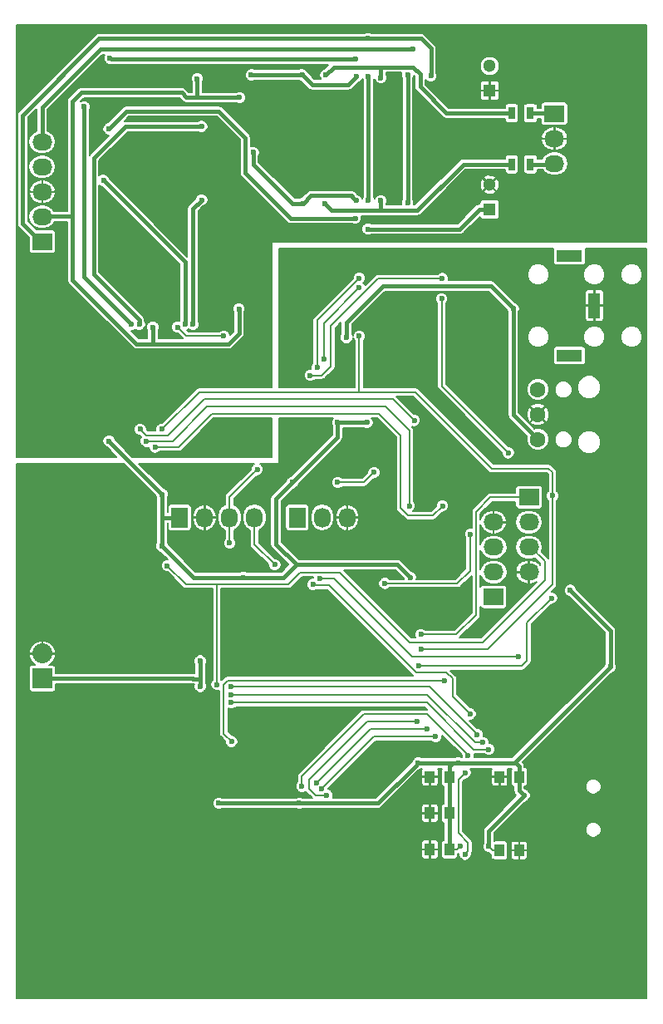
<source format=gbl>
G04 #@! TF.FileFunction,Copper,L2,Bot,Signal*
%FSLAX46Y46*%
G04 Gerber Fmt 4.6, Leading zero omitted, Abs format (unit mm)*
G04 Created by KiCad (PCBNEW (2015-05-12 BZR 5652)-product) date Ср 27 май 2015 12:57:51*
%MOMM*%
G01*
G04 APERTURE LIST*
%ADD10C,0.100000*%
%ADD11R,1.727200X2.032000*%
%ADD12O,1.727200X2.032000*%
%ADD13R,1.000000X1.250000*%
%ADD14R,1.300000X1.300000*%
%ADD15C,1.300000*%
%ADD16R,2.032000X1.727200*%
%ADD17O,2.032000X1.727200*%
%ADD18R,2.032000X2.032000*%
%ADD19O,2.032000X2.032000*%
%ADD20R,0.700000X1.300000*%
%ADD21R,1.200000X2.600000*%
%ADD22R,2.600000X1.200000*%
%ADD23C,1.600000*%
%ADD24C,0.600000*%
%ADD25C,0.203200*%
%ADD26C,0.406400*%
G04 APERTURE END LIST*
D10*
D11*
X29000000Y49400000D03*
D12*
X31540000Y49400000D03*
X34080000Y49400000D03*
D13*
X51600000Y23000000D03*
X49600000Y23000000D03*
X44500000Y19300000D03*
X42500000Y19300000D03*
X44500000Y15600000D03*
X42500000Y15600000D03*
X44500000Y23000000D03*
X42500000Y23000000D03*
X49600000Y15500000D03*
X51600000Y15500000D03*
D14*
X48600000Y80800000D03*
D15*
X48600000Y83300000D03*
D14*
X48600000Y92900000D03*
D15*
X48600000Y95400000D03*
D16*
X3000000Y77500000D03*
D17*
X3000000Y80040000D03*
X3000000Y82580000D03*
X3000000Y85120000D03*
X3000000Y87660000D03*
D18*
X3000000Y33000000D03*
D19*
X3000000Y35540000D03*
D16*
X49000000Y41320000D03*
D17*
X49000000Y43860000D03*
X49000000Y46400000D03*
X49000000Y48940000D03*
D16*
X52600000Y51480000D03*
D17*
X52600000Y48940000D03*
X52600000Y46400000D03*
X52600000Y43860000D03*
D11*
X17000000Y49400000D03*
D12*
X19540000Y49400000D03*
X22080000Y49400000D03*
X24620000Y49400000D03*
D16*
X55200000Y90540000D03*
D17*
X55200000Y88000000D03*
X55200000Y85460000D03*
D20*
X52750000Y90600000D03*
X50850000Y90600000D03*
X52750000Y85400000D03*
X50850000Y85400000D03*
D21*
X59250000Y71000000D03*
D22*
X56710000Y65920000D03*
X56710000Y76080000D03*
D23*
X53500000Y62440000D03*
X53500000Y59900000D03*
X53500000Y57360000D03*
D24*
X50500000Y73200000D03*
X60900000Y71000000D03*
X37100000Y63600000D03*
X48200000Y60700000D03*
X46637500Y20162500D03*
X48362500Y20162500D03*
X46637500Y18437500D03*
X48362500Y18437500D03*
X34900000Y55600000D03*
X23900000Y25600000D03*
X39500000Y25600000D03*
X39400000Y41000000D03*
X24200000Y41000000D03*
X54400000Y23500000D03*
X59200002Y15300000D03*
X36200000Y78800000D03*
X36200000Y98199996D03*
X36225000Y94326727D03*
X36225000Y81700431D03*
X42600000Y94400000D03*
X14269390Y68798451D03*
X23049400Y70643000D03*
X18800000Y94100000D03*
X23100000Y92200000D03*
X40800000Y97099998D03*
X40231400Y81500000D03*
X40231400Y94500000D03*
X46100000Y15100000D03*
X46100000Y23400000D03*
X14300000Y75700000D03*
X37800000Y87900000D03*
X12100000Y69100000D03*
X7250000Y91250000D03*
X12903203Y69100000D03*
X19250000Y89250000D03*
X17538259Y69116396D03*
X9250000Y83750000D03*
X18341214Y69096502D03*
X19250000Y81750000D03*
X43100000Y27100000D03*
X31454459Y21768312D03*
X31300000Y43195180D03*
X51499994Y35200000D03*
X30916519Y22388325D03*
X42200000Y27900000D03*
X41200000Y28600000D03*
X32000000Y21100000D03*
X44000000Y32800000D03*
X22300000Y26600000D03*
X41600000Y37500000D03*
X37900000Y42700000D03*
X46645990Y47700000D03*
X43700000Y71700000D03*
X30300000Y63900002D03*
X15750000Y44500000D03*
X50500000Y56000000D03*
X20800000Y32399996D03*
X43750000Y73750000D03*
X22100000Y46800000D03*
X31000000Y64700000D03*
X24900000Y54300000D03*
X35299998Y73800000D03*
X26700000Y44600000D03*
X31672712Y65538871D03*
X35300000Y72800000D03*
X36800000Y54000000D03*
X33100000Y53000000D03*
X54900000Y41203218D03*
X41400000Y34295190D03*
X9900000Y96200008D03*
X34900000Y96100000D03*
X31900000Y94500000D03*
X37500000Y94200000D03*
X24300000Y94500000D03*
X29500000Y94500000D03*
X35000000Y94300000D03*
X34900000Y79900000D03*
X9800000Y89000000D03*
X37499998Y81700000D03*
X31800000Y81400000D03*
X21500000Y67900000D03*
X16800000Y68800000D03*
X24500000Y86600000D03*
X29600000Y81400000D03*
X35000000Y81700000D03*
X40400000Y50600000D03*
X13597455Y57190379D03*
X43800000Y50600000D03*
X14500000Y56585559D03*
X40900000Y59300000D03*
X12992635Y58400000D03*
X54999996Y51634477D03*
X35300000Y67900000D03*
X41600000Y36000000D03*
X15200000Y58400000D03*
X22250000Y32156406D03*
X47299990Y27300000D03*
X22250000Y31353203D03*
X47900003Y26500003D03*
X22250000Y30550000D03*
X48500006Y25800000D03*
X46400000Y25200000D03*
X29459041Y22029521D03*
X30600000Y42600000D03*
X46600000Y29400000D03*
X21000000Y20299996D03*
X9799998Y57200000D03*
X28500000Y53000000D03*
X23500000Y43300000D03*
X33100000Y59100000D03*
X15200000Y51772320D03*
X15200000Y46500000D03*
X36100000Y59095190D03*
X56800000Y42000000D03*
X51000000Y70700000D03*
X45600000Y15900000D03*
X48500000Y15900000D03*
X52100000Y21100000D03*
X45400000Y24400000D03*
X19100000Y32200000D03*
X19100000Y34800000D03*
X29200000Y20300000D03*
X41300000Y24400000D03*
X40500000Y43300000D03*
X60900000Y34200000D03*
X34000000Y67749986D03*
D25*
X54400000Y23500000D02*
X54400000Y20100002D01*
X54400000Y20100002D02*
X58900003Y15599999D01*
X58900003Y15599999D02*
X59200002Y15300000D01*
D26*
X36624264Y78800000D02*
X36200000Y78800000D01*
X45543600Y78800000D02*
X36624264Y78800000D01*
X48600000Y80800000D02*
X47543600Y80800000D01*
X47543600Y80800000D02*
X45543600Y78800000D01*
X3000000Y77500000D02*
X2847600Y77500000D01*
X2847600Y77500000D02*
X1000000Y79347600D01*
X1000000Y79347600D02*
X1000000Y90400000D01*
X1000000Y90400000D02*
X8799996Y98199996D01*
X8799996Y98199996D02*
X35775736Y98199996D01*
X35775736Y98199996D02*
X36200000Y98199996D01*
X36624264Y98199996D02*
X36200000Y98199996D01*
X42600000Y97200000D02*
X41600004Y98199996D01*
X35900004Y98199996D02*
X36200000Y98199996D01*
X41600004Y98199996D02*
X36624264Y98199996D01*
X35900000Y98200000D02*
X35900004Y98199996D01*
X42600000Y94400000D02*
X42600000Y97200000D01*
X36225000Y81700431D02*
X36225000Y94326727D01*
X14013563Y67093599D02*
X14313635Y67093599D01*
X14313635Y67093599D02*
X21993599Y67093599D01*
X14269390Y68798451D02*
X14269390Y67137844D01*
X14269390Y67137844D02*
X14313635Y67093599D01*
X3000000Y80040000D02*
X2960000Y80000000D01*
X2960000Y80000000D02*
X2300000Y80000000D01*
X2300000Y80000000D02*
X2400000Y80100000D01*
X2400000Y80100000D02*
X6100000Y80100000D01*
X6100000Y80100000D02*
X6100000Y80324378D01*
X6100000Y80324378D02*
X6100000Y91800000D01*
X6100000Y77092400D02*
X6100000Y80324378D01*
X17700000Y92200000D02*
X18743749Y92200000D01*
X6100000Y91800000D02*
X7000000Y92700000D01*
X7000000Y92700000D02*
X17200000Y92700000D01*
X17200000Y92700000D02*
X17700000Y92200000D01*
X12606401Y67093599D02*
X14013563Y67093599D01*
X6100000Y77092400D02*
X6100000Y73600000D01*
X21993599Y67093599D02*
X23049400Y68149400D01*
X6100000Y73600000D02*
X12606401Y67093599D01*
X23049400Y68149400D02*
X23049400Y70218736D01*
X23049400Y70218736D02*
X23049400Y70643000D01*
X3000000Y80040000D02*
X3152400Y80040000D01*
X18800000Y93675736D02*
X18800000Y94100000D01*
X18800000Y92256251D02*
X18800000Y93675736D01*
X18743749Y92200000D02*
X18800000Y92256251D01*
X19500000Y92200000D02*
X23100000Y92200000D01*
X18743749Y92200000D02*
X19500000Y92200000D01*
X3000000Y91200000D02*
X8899998Y97099998D01*
X40375736Y97099998D02*
X40800000Y97099998D01*
X3000000Y87660000D02*
X3000000Y91200000D01*
X8899998Y97099998D02*
X40375736Y97099998D01*
X40231400Y94500000D02*
X40231400Y81500000D01*
D25*
X46100000Y15100000D02*
X46399999Y15399999D01*
X46399999Y15399999D02*
X46399999Y16300001D01*
X45400000Y22700000D02*
X46100000Y23400000D01*
X46399999Y16300001D02*
X45400000Y17300000D01*
X45400000Y17300000D02*
X45400000Y22700000D01*
D26*
X7250000Y90825736D02*
X7250000Y91250000D01*
X12100000Y69100000D02*
X7250000Y73950000D01*
X7250000Y73950000D02*
X7250000Y90825736D01*
D25*
X12903203Y69100000D02*
X12800000Y69100000D01*
D26*
X8250000Y86000000D02*
X11500000Y89250000D01*
X8250000Y74177467D02*
X8250000Y86000000D01*
X12903203Y69524264D02*
X8250000Y74177467D01*
X11500000Y89250000D02*
X19250000Y89250000D01*
X12903203Y69100000D02*
X12903203Y69524264D01*
D25*
X17521863Y69100000D02*
X17500000Y69100000D01*
X17538259Y69116396D02*
X17521863Y69100000D01*
D26*
X17538259Y75461741D02*
X9250000Y83750000D01*
X17538259Y69116396D02*
X17538259Y75461741D01*
X18341214Y69096502D02*
X18341214Y80841214D01*
X18341214Y80841214D02*
X19250000Y81750000D01*
D25*
X42675736Y27100000D02*
X43100000Y27100000D01*
X36786147Y27100000D02*
X42675736Y27100000D01*
X31454459Y21768312D02*
X36786147Y27100000D01*
X32704820Y43195180D02*
X40700000Y35200000D01*
X31300000Y43195180D02*
X32704820Y43195180D01*
X40700000Y35200000D02*
X51075730Y35200000D01*
X51075730Y35200000D02*
X51499994Y35200000D01*
X30916519Y22388325D02*
X36428194Y27900000D01*
X41775736Y27900000D02*
X42200000Y27900000D01*
X36428194Y27900000D02*
X41775736Y27900000D01*
X40775736Y28600000D02*
X41200000Y28600000D01*
X30200000Y22700000D02*
X36100000Y28600000D01*
X30200000Y21800000D02*
X30200000Y22700000D01*
X30900000Y21100000D02*
X30200000Y21800000D01*
X36100000Y28600000D02*
X40775736Y28600000D01*
X32000000Y21100000D02*
X30900000Y21100000D01*
X43575736Y32800000D02*
X44000000Y32800000D01*
X21500000Y32400000D02*
X21900000Y32800000D01*
X21500000Y27400000D02*
X21500000Y32400000D01*
X22300000Y26600000D02*
X21500000Y27400000D01*
X21900000Y32800000D02*
X43575736Y32800000D01*
X52600000Y51480000D02*
X48680000Y51480000D01*
X48680000Y51480000D02*
X47200000Y50000000D01*
X47200000Y50000000D02*
X47200000Y39500000D01*
X47200000Y39500000D02*
X45200000Y37500000D01*
X45200000Y37500000D02*
X41600000Y37500000D01*
X46645990Y47700000D02*
X46600000Y47654010D01*
X46600000Y47654010D02*
X46600000Y44000000D01*
X46600000Y44000000D02*
X45300000Y42700000D01*
X45300000Y42700000D02*
X37900000Y42700000D01*
X50500000Y56000000D02*
X43700000Y62800000D01*
X43700000Y71275736D02*
X43700000Y71700000D01*
X43700000Y62800000D02*
X43700000Y71275736D01*
X30300000Y63900002D02*
X31500002Y63900002D01*
X32400000Y68900000D02*
X37250000Y73750000D01*
X31500002Y63900002D02*
X32400000Y64800000D01*
X32400000Y64800000D02*
X32400000Y68900000D01*
X37250000Y73750000D02*
X43750000Y73750000D01*
X33381637Y43718363D02*
X33300019Y43799981D01*
X33300019Y43799981D02*
X29299981Y43799981D01*
X29299981Y43799981D02*
X28100000Y42600000D01*
X28100000Y42600000D02*
X20800000Y42600000D01*
X15750000Y44500000D02*
X17650000Y42600000D01*
X17650000Y42600000D02*
X20800000Y42600000D01*
X20800000Y42600000D02*
X20800000Y41500000D01*
X52600000Y46400000D02*
X52752400Y46400000D01*
X54200000Y44952400D02*
X54200000Y43000000D01*
X52752400Y46400000D02*
X54200000Y44952400D01*
X54200000Y43000000D02*
X47900000Y36700000D01*
X47900000Y36700000D02*
X40400000Y36700000D01*
X40400000Y36700000D02*
X33381637Y43718363D01*
X20800000Y41500000D02*
X20800000Y32824260D01*
X20800000Y32824260D02*
X20800000Y32399996D01*
X33381637Y43718363D02*
X33300000Y43800000D01*
X22080000Y49400000D02*
X22080000Y46820000D01*
X22080000Y46820000D02*
X22100000Y46800000D01*
X31000000Y65124264D02*
X31000000Y64700000D01*
X35299998Y73800000D02*
X31000000Y69500002D01*
X31000000Y69500002D02*
X31000000Y65124264D01*
X24600001Y54000001D02*
X24900000Y54300000D01*
X22080000Y51480000D02*
X24600001Y54000001D01*
X22080000Y49400000D02*
X22080000Y51480000D01*
D26*
X52750000Y90600000D02*
X55140000Y90600000D01*
X55140000Y90600000D02*
X55200000Y90540000D01*
X52750000Y85400000D02*
X55140000Y85400000D01*
X55140000Y85400000D02*
X55200000Y85460000D01*
D25*
X24620000Y46680000D02*
X26700000Y44600000D01*
X24620000Y49400000D02*
X24620000Y46680000D01*
X31672712Y65963135D02*
X31672712Y65538871D01*
X35300000Y72800000D02*
X31672712Y69172712D01*
X31672712Y69172712D02*
X31672712Y65963135D01*
X33100000Y53000000D02*
X35800000Y53000000D01*
X35800000Y53000000D02*
X36800000Y54000000D01*
X41400000Y34295190D02*
X51895190Y34295190D01*
X51895190Y34295190D02*
X52400000Y34800000D01*
X52400000Y38700000D02*
X54900000Y41200000D01*
X52400000Y34800000D02*
X52400000Y38700000D01*
X54900000Y41200000D02*
X54900000Y41203218D01*
D26*
X10000008Y96100000D02*
X9900000Y96200008D01*
X34900000Y96100000D02*
X10000008Y96100000D01*
X37502609Y95300000D02*
X40800000Y95300000D01*
X32700000Y95300000D02*
X37502609Y95300000D01*
X37502609Y95300000D02*
X37500000Y95297391D01*
X37500000Y95297391D02*
X37500000Y94200000D01*
X31900000Y94500000D02*
X32700000Y95300000D01*
X40800000Y95300000D02*
X41500000Y94600000D01*
X41500000Y94600000D02*
X41500000Y93300000D01*
X41500000Y93300000D02*
X44200000Y90600000D01*
X44200000Y90600000D02*
X50850000Y90600000D01*
X29500000Y94500000D02*
X24300000Y94500000D01*
X29500000Y94500000D02*
X30500000Y93500000D01*
X30500000Y93500000D02*
X34200000Y93500000D01*
X34200000Y93500000D02*
X34700001Y94000001D01*
X34700001Y94000001D02*
X35000000Y94300000D01*
X9800000Y89000000D02*
X11600000Y90800000D01*
X11600000Y90800000D02*
X21000000Y90800000D01*
X21000000Y90800000D02*
X23700000Y88100000D01*
X23700000Y88100000D02*
X23700000Y84500000D01*
X28300000Y79900000D02*
X34900000Y79900000D01*
X23700000Y84500000D02*
X28300000Y79900000D01*
X50850000Y85400000D02*
X45900000Y85400000D01*
X45900000Y85400000D02*
X41200000Y80700000D01*
X38212802Y80700000D02*
X37467728Y80700000D01*
X41200000Y80700000D02*
X38212802Y80700000D01*
X37467728Y80700000D02*
X36400000Y80700000D01*
X37499998Y81700000D02*
X37499998Y80732270D01*
X37499998Y80732270D02*
X37467728Y80700000D01*
X36400000Y80700000D02*
X36499998Y80700000D01*
X31800000Y81400000D02*
X32500000Y80700000D01*
X32500000Y80700000D02*
X36400000Y80700000D01*
D25*
X17700000Y67900000D02*
X21075736Y67900000D01*
X21075736Y67900000D02*
X21500000Y67900000D01*
X16800000Y68800000D02*
X17700000Y67900000D01*
D26*
X24500000Y86600000D02*
X24500000Y85400000D01*
X24500000Y85400000D02*
X28500000Y81400000D01*
X28500000Y81400000D02*
X29600000Y81400000D01*
X29600000Y81400000D02*
X30400000Y82200000D01*
X30400000Y82200000D02*
X34500000Y82200000D01*
X34500000Y82200000D02*
X34700001Y81999999D01*
X34700001Y81999999D02*
X35000000Y81700000D01*
D25*
X40400000Y50600000D02*
X40400000Y58300000D01*
X40400000Y58300000D02*
X38000000Y60700000D01*
X38000000Y60700000D02*
X19800000Y60700000D01*
X19800000Y60700000D02*
X16290379Y57190379D01*
X16290379Y57190379D02*
X14021719Y57190379D01*
X14021719Y57190379D02*
X13597455Y57190379D01*
X43800000Y50600000D02*
X42800000Y49600000D01*
X42800000Y49600000D02*
X40300000Y49600000D01*
X40300000Y49600000D02*
X39500000Y50400000D01*
X16885559Y56585559D02*
X14924264Y56585559D01*
X39500000Y50400000D02*
X39500000Y57800000D01*
X39500000Y57800000D02*
X37300000Y60000000D01*
X37300000Y60000000D02*
X20300000Y60000000D01*
X20300000Y60000000D02*
X16885559Y56585559D01*
X14924264Y56585559D02*
X14500000Y56585559D01*
X40900000Y59300000D02*
X38700000Y61500000D01*
X38700000Y61500000D02*
X19500000Y61500000D01*
X19500000Y61500000D02*
X15795199Y57795199D01*
X15795199Y57795199D02*
X13597436Y57795199D01*
X13597436Y57795199D02*
X13292634Y58100001D01*
X13292634Y58100001D02*
X12992635Y58400000D01*
X15200000Y58400000D02*
X19000000Y62200000D01*
X30695106Y62200000D02*
X35283674Y62200000D01*
X19000000Y62200000D02*
X30695106Y62200000D01*
X35283674Y62200000D02*
X41000000Y62200000D01*
X35300000Y67900000D02*
X35300000Y62216326D01*
X35300000Y62216326D02*
X35283674Y62200000D01*
X41000000Y62200000D02*
X41368662Y61831338D01*
X54999996Y48800000D02*
X54999996Y51634477D01*
X54999996Y51634477D02*
X54999996Y54000004D01*
X54999996Y54000004D02*
X54600000Y54400000D01*
X54600000Y54400000D02*
X48800000Y54400000D01*
X54999996Y42599996D02*
X54999996Y48375736D01*
X54999996Y48375736D02*
X54999996Y48800000D01*
X41600000Y36000000D02*
X48400000Y36000000D01*
X48400000Y36000000D02*
X54999996Y42599996D01*
X48800000Y54400000D02*
X41368662Y61831338D01*
X22250000Y32156406D02*
X22250000Y32050000D01*
X42443584Y32156406D02*
X46999991Y27599999D01*
X22250000Y32156406D02*
X42443584Y32156406D01*
X46999991Y27599999D02*
X47299990Y27300000D01*
X22250000Y31353203D02*
X22250000Y31300000D01*
X47475739Y26500003D02*
X47900003Y26500003D01*
X47099997Y26500003D02*
X47475739Y26500003D01*
X42246797Y31353203D02*
X47099997Y26500003D01*
X22250000Y31353203D02*
X42246797Y31353203D01*
X22250000Y30550000D02*
X42180144Y30550000D01*
X42180144Y30550000D02*
X46930144Y25800000D01*
X46930144Y25800000D02*
X48075742Y25800000D01*
X48075742Y25800000D02*
X48500006Y25800000D01*
X29459041Y22029521D02*
X29459041Y23059041D01*
X29459041Y23059041D02*
X35800000Y29400000D01*
X35800000Y29400000D02*
X42200000Y29400000D01*
X42200000Y29400000D02*
X46100000Y25500000D01*
X46100000Y25500000D02*
X46400000Y25200000D01*
X29479521Y22029521D02*
X29500000Y22050000D01*
X29459041Y22029521D02*
X29479521Y22029521D01*
X46600000Y29400000D02*
X44800000Y31200000D01*
X44800000Y31200000D02*
X44800000Y33000000D01*
X44800000Y33000000D02*
X44200000Y33600000D01*
X44200000Y33600000D02*
X41100000Y33600000D01*
X41100000Y33600000D02*
X32200000Y42500000D01*
X32200000Y42500000D02*
X30700000Y42500000D01*
X30700000Y42500000D02*
X30600000Y42600000D01*
D26*
X29200000Y20300000D02*
X21000004Y20300000D01*
X21000004Y20300000D02*
X21000000Y20299996D01*
X51600000Y23000000D02*
X51600000Y21600000D01*
X51600000Y21600000D02*
X52100000Y21100000D01*
X15200000Y51772320D02*
X9799998Y57172322D01*
X9799998Y57172322D02*
X9799998Y57200000D01*
X51000000Y70700000D02*
X48700000Y73000000D01*
X34000000Y69300000D02*
X34000000Y67749986D01*
X48700000Y73000000D02*
X37700000Y73000000D01*
X37700000Y73000000D02*
X34000000Y69300000D01*
X19100000Y32200000D02*
X19100000Y32991014D01*
X19100000Y32991014D02*
X19100000Y34800000D01*
X3000000Y33000000D02*
X18300000Y33000000D01*
X18300000Y33000000D02*
X18308986Y32991014D01*
X18308986Y32991014D02*
X19100000Y32991014D01*
X28900000Y44600000D02*
X26800000Y46700000D01*
X26800000Y51300000D02*
X28500000Y53000000D01*
X26800000Y46700000D02*
X26800000Y51300000D01*
X27600000Y43300000D02*
X23500000Y43300000D01*
X28900000Y44600000D02*
X27600000Y43300000D01*
X28500000Y53000000D02*
X33100000Y57600000D01*
X33100000Y57600000D02*
X33100000Y59100000D01*
X40500000Y43300000D02*
X39200000Y44600000D01*
X39200000Y44600000D02*
X28900000Y44600000D01*
X23500000Y43300000D02*
X18400000Y43300000D01*
X18400000Y43300000D02*
X15200000Y46500000D01*
X36100000Y59095190D02*
X33104810Y59095190D01*
X33104810Y59095190D02*
X33100000Y59100000D01*
X15200000Y49449941D02*
X15200000Y51772320D01*
X15200000Y46500000D02*
X15200000Y49449941D01*
X15200000Y49449941D02*
X15249941Y49400000D01*
X15249941Y49400000D02*
X17000000Y49400000D01*
X60900000Y34200000D02*
X60900000Y37900000D01*
X60900000Y37900000D02*
X56800000Y42000000D01*
X44500000Y19300000D02*
X44500000Y15600000D01*
X44500000Y23000000D02*
X44500000Y19300000D01*
D25*
X45300001Y15600001D02*
X45600000Y15900000D01*
X44500000Y15600000D02*
X45300001Y15600001D01*
X49600000Y15500000D02*
X48900000Y15500000D01*
X48900000Y15500000D02*
X48500000Y15900000D01*
D26*
X48500000Y17500000D02*
X51800001Y20800001D01*
X48500000Y15900000D02*
X48500000Y17500000D01*
X51800001Y20800001D02*
X52100000Y21100000D01*
X44868600Y24400000D02*
X44975736Y24400000D01*
X44975736Y24400000D02*
X45400000Y24400000D01*
X44500000Y24031400D02*
X44868600Y24400000D01*
X44500000Y23000000D02*
X44500000Y24031400D01*
X51600000Y23000000D02*
X51600000Y23125000D01*
X29200000Y20300000D02*
X37200000Y20300000D01*
X37200000Y20300000D02*
X41000001Y24100001D01*
X41000001Y24100001D02*
X41300000Y24400000D01*
X41300000Y24400000D02*
X45400000Y24400000D01*
X51600000Y24031400D02*
X51600000Y23000000D01*
X51231400Y24400000D02*
X51600000Y24031400D01*
X51100000Y24400000D02*
X60900000Y34200000D01*
X50968306Y24400000D02*
X51100000Y24400000D01*
X45400000Y24400000D02*
X50968306Y24400000D01*
X50968306Y24400000D02*
X51231400Y24400000D01*
X52700001Y58159999D02*
X53500000Y57360000D01*
X51000000Y59860000D02*
X52700001Y58159999D01*
X51000000Y70700000D02*
X51000000Y59860000D01*
D25*
G36*
X32615604Y59542800D02*
X32544533Y59471852D01*
X32444514Y59230979D01*
X32444286Y58970165D01*
X32541200Y58735617D01*
X32541200Y57831463D01*
X28362133Y53652396D01*
X28129118Y53556115D01*
X27944533Y53371852D01*
X27847210Y53137473D01*
X26404869Y51695131D01*
X26283736Y51513844D01*
X26241200Y51300000D01*
X26241200Y46700000D01*
X26283736Y46486156D01*
X26404869Y46304869D01*
X28109737Y44600000D01*
X27368537Y43858800D01*
X27355714Y43858800D01*
X27355714Y44729835D01*
X27256115Y44970882D01*
X27071852Y45155467D01*
X26830979Y45255486D01*
X26690969Y45255609D01*
X25077200Y46869378D01*
X25077200Y48092472D01*
X25086568Y48094335D01*
X25482105Y48358624D01*
X25746394Y48754161D01*
X25839200Y49220729D01*
X25839200Y49579271D01*
X25746394Y50045839D01*
X25482105Y50441376D01*
X25086568Y50705665D01*
X24620000Y50798471D01*
X24153432Y50705665D01*
X23757895Y50441376D01*
X23493606Y50045839D01*
X23400800Y49579271D01*
X23400800Y49220729D01*
X23493606Y48754161D01*
X23757895Y48358624D01*
X24153432Y48094335D01*
X24162800Y48092472D01*
X24162800Y46680000D01*
X24197602Y46505037D01*
X24296711Y46356711D01*
X26044407Y44609015D01*
X26044286Y44470165D01*
X26143885Y44229118D01*
X26328148Y44044533D01*
X26569021Y43944514D01*
X26829835Y43944286D01*
X27070882Y44043885D01*
X27255467Y44228148D01*
X27355486Y44469021D01*
X27355714Y44729835D01*
X27355714Y43858800D01*
X23863825Y43858800D01*
X23630979Y43955486D01*
X23370165Y43955714D01*
X23135616Y43858800D01*
X20759200Y43858800D01*
X20759200Y49222200D01*
X20759200Y49374600D01*
X20759200Y49425400D01*
X20759200Y49577800D01*
X20656674Y50042434D01*
X20384144Y50432465D01*
X19983101Y50688514D01*
X19755771Y50752354D01*
X19565400Y50682415D01*
X19565400Y49425400D01*
X20759200Y49425400D01*
X20759200Y49374600D01*
X19565400Y49374600D01*
X19565400Y48117585D01*
X19755771Y48047646D01*
X19983101Y48111486D01*
X20384144Y48367535D01*
X20656674Y48757566D01*
X20759200Y49222200D01*
X20759200Y43858800D01*
X19514600Y43858800D01*
X19514600Y48117585D01*
X19514600Y49374600D01*
X19514600Y49425400D01*
X19514600Y50682415D01*
X19324229Y50752354D01*
X19096899Y50688514D01*
X18695856Y50432465D01*
X18423326Y50042434D01*
X18320800Y49577800D01*
X18320800Y49425400D01*
X19514600Y49425400D01*
X19514600Y49374600D01*
X18320800Y49374600D01*
X18320800Y49222200D01*
X18423326Y48757566D01*
X18695856Y48367535D01*
X19096899Y48111486D01*
X19324229Y48047646D01*
X19514600Y48117585D01*
X19514600Y43858800D01*
X18631462Y43858800D01*
X15852395Y46637867D01*
X15758800Y46864384D01*
X15758800Y48841200D01*
X15773833Y48841200D01*
X15773833Y48384000D01*
X15800141Y48248411D01*
X15878423Y48129241D01*
X15996601Y48049469D01*
X16136400Y48021433D01*
X17863600Y48021433D01*
X17999189Y48047741D01*
X18118359Y48126023D01*
X18198131Y48244201D01*
X18226167Y48384000D01*
X18226167Y50416000D01*
X18199859Y50551589D01*
X18121577Y50670759D01*
X18003399Y50750531D01*
X17863600Y50778567D01*
X16136400Y50778567D01*
X16000811Y50752259D01*
X15881641Y50673977D01*
X15801869Y50555799D01*
X15773833Y50416000D01*
X15773833Y49958800D01*
X15758800Y49958800D01*
X15758800Y51408495D01*
X15855486Y51641341D01*
X15855714Y51902155D01*
X15756115Y52143202D01*
X15571852Y52327787D01*
X15337472Y52425110D01*
X12864181Y54898400D01*
X24631455Y54898400D01*
X24529118Y54856115D01*
X24344533Y54671852D01*
X24244514Y54430979D01*
X24244391Y54290971D01*
X21756711Y51803289D01*
X21657602Y51654963D01*
X21622800Y51480000D01*
X21622800Y50707529D01*
X21613432Y50705665D01*
X21217895Y50441376D01*
X20953606Y50045839D01*
X20860800Y49579271D01*
X20860800Y49220729D01*
X20953606Y48754161D01*
X21217895Y48358624D01*
X21613432Y48094335D01*
X21622800Y48092472D01*
X21622800Y47249983D01*
X21544533Y47171852D01*
X21444514Y46930979D01*
X21444286Y46670165D01*
X21543885Y46429118D01*
X21728148Y46244533D01*
X21969021Y46144514D01*
X22229835Y46144286D01*
X22470882Y46243885D01*
X22655467Y46428148D01*
X22755486Y46669021D01*
X22755714Y46929835D01*
X22656115Y47170882D01*
X22537200Y47290005D01*
X22537200Y48092472D01*
X22546568Y48094335D01*
X22942105Y48358624D01*
X23206394Y48754161D01*
X23299200Y49220729D01*
X23299200Y49579271D01*
X23206394Y50045839D01*
X22942105Y50441376D01*
X22546568Y50705665D01*
X22537200Y50707529D01*
X22537200Y51290622D01*
X24890986Y53644408D01*
X25029835Y53644286D01*
X25270882Y53743885D01*
X25455467Y53928148D01*
X25555486Y54169021D01*
X25555714Y54429835D01*
X25456115Y54670882D01*
X25271852Y54855467D01*
X25168457Y54898400D01*
X27101600Y54898400D01*
X27101600Y59542800D01*
X32615604Y59542800D01*
X32615604Y59542800D01*
G37*
X32615604Y59542800D02*
X32544533Y59471852D01*
X32444514Y59230979D01*
X32444286Y58970165D01*
X32541200Y58735617D01*
X32541200Y57831463D01*
X28362133Y53652396D01*
X28129118Y53556115D01*
X27944533Y53371852D01*
X27847210Y53137473D01*
X26404869Y51695131D01*
X26283736Y51513844D01*
X26241200Y51300000D01*
X26241200Y46700000D01*
X26283736Y46486156D01*
X26404869Y46304869D01*
X28109737Y44600000D01*
X27368537Y43858800D01*
X27355714Y43858800D01*
X27355714Y44729835D01*
X27256115Y44970882D01*
X27071852Y45155467D01*
X26830979Y45255486D01*
X26690969Y45255609D01*
X25077200Y46869378D01*
X25077200Y48092472D01*
X25086568Y48094335D01*
X25482105Y48358624D01*
X25746394Y48754161D01*
X25839200Y49220729D01*
X25839200Y49579271D01*
X25746394Y50045839D01*
X25482105Y50441376D01*
X25086568Y50705665D01*
X24620000Y50798471D01*
X24153432Y50705665D01*
X23757895Y50441376D01*
X23493606Y50045839D01*
X23400800Y49579271D01*
X23400800Y49220729D01*
X23493606Y48754161D01*
X23757895Y48358624D01*
X24153432Y48094335D01*
X24162800Y48092472D01*
X24162800Y46680000D01*
X24197602Y46505037D01*
X24296711Y46356711D01*
X26044407Y44609015D01*
X26044286Y44470165D01*
X26143885Y44229118D01*
X26328148Y44044533D01*
X26569021Y43944514D01*
X26829835Y43944286D01*
X27070882Y44043885D01*
X27255467Y44228148D01*
X27355486Y44469021D01*
X27355714Y44729835D01*
X27355714Y43858800D01*
X23863825Y43858800D01*
X23630979Y43955486D01*
X23370165Y43955714D01*
X23135616Y43858800D01*
X20759200Y43858800D01*
X20759200Y49222200D01*
X20759200Y49374600D01*
X20759200Y49425400D01*
X20759200Y49577800D01*
X20656674Y50042434D01*
X20384144Y50432465D01*
X19983101Y50688514D01*
X19755771Y50752354D01*
X19565400Y50682415D01*
X19565400Y49425400D01*
X20759200Y49425400D01*
X20759200Y49374600D01*
X19565400Y49374600D01*
X19565400Y48117585D01*
X19755771Y48047646D01*
X19983101Y48111486D01*
X20384144Y48367535D01*
X20656674Y48757566D01*
X20759200Y49222200D01*
X20759200Y43858800D01*
X19514600Y43858800D01*
X19514600Y48117585D01*
X19514600Y49374600D01*
X19514600Y49425400D01*
X19514600Y50682415D01*
X19324229Y50752354D01*
X19096899Y50688514D01*
X18695856Y50432465D01*
X18423326Y50042434D01*
X18320800Y49577800D01*
X18320800Y49425400D01*
X19514600Y49425400D01*
X19514600Y49374600D01*
X18320800Y49374600D01*
X18320800Y49222200D01*
X18423326Y48757566D01*
X18695856Y48367535D01*
X19096899Y48111486D01*
X19324229Y48047646D01*
X19514600Y48117585D01*
X19514600Y43858800D01*
X18631462Y43858800D01*
X15852395Y46637867D01*
X15758800Y46864384D01*
X15758800Y48841200D01*
X15773833Y48841200D01*
X15773833Y48384000D01*
X15800141Y48248411D01*
X15878423Y48129241D01*
X15996601Y48049469D01*
X16136400Y48021433D01*
X17863600Y48021433D01*
X17999189Y48047741D01*
X18118359Y48126023D01*
X18198131Y48244201D01*
X18226167Y48384000D01*
X18226167Y50416000D01*
X18199859Y50551589D01*
X18121577Y50670759D01*
X18003399Y50750531D01*
X17863600Y50778567D01*
X16136400Y50778567D01*
X16000811Y50752259D01*
X15881641Y50673977D01*
X15801869Y50555799D01*
X15773833Y50416000D01*
X15773833Y49958800D01*
X15758800Y49958800D01*
X15758800Y51408495D01*
X15855486Y51641341D01*
X15855714Y51902155D01*
X15756115Y52143202D01*
X15571852Y52327787D01*
X15337472Y52425110D01*
X12864181Y54898400D01*
X24631455Y54898400D01*
X24529118Y54856115D01*
X24344533Y54671852D01*
X24244514Y54430979D01*
X24244391Y54290971D01*
X21756711Y51803289D01*
X21657602Y51654963D01*
X21622800Y51480000D01*
X21622800Y50707529D01*
X21613432Y50705665D01*
X21217895Y50441376D01*
X20953606Y50045839D01*
X20860800Y49579271D01*
X20860800Y49220729D01*
X20953606Y48754161D01*
X21217895Y48358624D01*
X21613432Y48094335D01*
X21622800Y48092472D01*
X21622800Y47249983D01*
X21544533Y47171852D01*
X21444514Y46930979D01*
X21444286Y46670165D01*
X21543885Y46429118D01*
X21728148Y46244533D01*
X21969021Y46144514D01*
X22229835Y46144286D01*
X22470882Y46243885D01*
X22655467Y46428148D01*
X22755486Y46669021D01*
X22755714Y46929835D01*
X22656115Y47170882D01*
X22537200Y47290005D01*
X22537200Y48092472D01*
X22546568Y48094335D01*
X22942105Y48358624D01*
X23206394Y48754161D01*
X23299200Y49220729D01*
X23299200Y49579271D01*
X23206394Y50045839D01*
X22942105Y50441376D01*
X22546568Y50705665D01*
X22537200Y50707529D01*
X22537200Y51290622D01*
X24890986Y53644408D01*
X25029835Y53644286D01*
X25270882Y53743885D01*
X25455467Y53928148D01*
X25555486Y54169021D01*
X25555714Y54429835D01*
X25456115Y54670882D01*
X25271852Y54855467D01*
X25168457Y54898400D01*
X27101600Y54898400D01*
X27101600Y59542800D01*
X32615604Y59542800D01*
G36*
X40805911Y33257200D02*
X21900000Y33257200D01*
X21725037Y33222398D01*
X21576710Y33123289D01*
X21290264Y32836844D01*
X21257200Y32869966D01*
X21257200Y41500000D01*
X21257200Y42142800D01*
X28100000Y42142800D01*
X28274963Y42177602D01*
X28423289Y42276711D01*
X29489359Y43342781D01*
X30651416Y43342781D01*
X30644514Y43326159D01*
X30644452Y43255562D01*
X30470165Y43255714D01*
X30229118Y43156115D01*
X30044533Y42971852D01*
X29944514Y42730979D01*
X29944286Y42470165D01*
X30043885Y42229118D01*
X30228148Y42044533D01*
X30469021Y41944514D01*
X30729835Y41944286D01*
X30968256Y42042800D01*
X32010622Y42042800D01*
X40776711Y33276711D01*
X40805911Y33257200D01*
X40805911Y33257200D01*
G37*
X40805911Y33257200D02*
X21900000Y33257200D01*
X21725037Y33222398D01*
X21576710Y33123289D01*
X21290264Y32836844D01*
X21257200Y32869966D01*
X21257200Y41500000D01*
X21257200Y42142800D01*
X28100000Y42142800D01*
X28274963Y42177602D01*
X28423289Y42276711D01*
X29489359Y43342781D01*
X30651416Y43342781D01*
X30644514Y43326159D01*
X30644452Y43255562D01*
X30470165Y43255714D01*
X30229118Y43156115D01*
X30044533Y42971852D01*
X29944514Y42730979D01*
X29944286Y42470165D01*
X30043885Y42229118D01*
X30228148Y42044533D01*
X30469021Y41944514D01*
X30729835Y41944286D01*
X30968256Y42042800D01*
X32010622Y42042800D01*
X40776711Y33276711D01*
X40805911Y33257200D01*
G36*
X45790301Y24958800D02*
X45763825Y24958800D01*
X45530979Y25055486D01*
X45270165Y25055714D01*
X45035616Y24958800D01*
X44975736Y24958800D01*
X44868600Y24958800D01*
X41663825Y24958800D01*
X41430979Y25055486D01*
X41170165Y25055714D01*
X40929118Y24956115D01*
X40744533Y24771852D01*
X40647210Y24537473D01*
X40604870Y24495132D01*
X36968538Y20858800D01*
X32609718Y20858800D01*
X32655486Y20969021D01*
X32655714Y21229835D01*
X32556115Y21470882D01*
X32371852Y21655467D01*
X32130979Y21755486D01*
X32110048Y21755505D01*
X32110067Y21777343D01*
X36975525Y26642800D01*
X42630052Y26642800D01*
X42728148Y26544533D01*
X42969021Y26444514D01*
X43229835Y26444286D01*
X43470882Y26543885D01*
X43655467Y26728148D01*
X43755486Y26969021D01*
X43755685Y27197737D01*
X45744407Y25209015D01*
X45744286Y25070165D01*
X45790301Y24958800D01*
X45790301Y24958800D01*
G37*
X45790301Y24958800D02*
X45763825Y24958800D01*
X45530979Y25055486D01*
X45270165Y25055714D01*
X45035616Y24958800D01*
X44975736Y24958800D01*
X44868600Y24958800D01*
X41663825Y24958800D01*
X41430979Y25055486D01*
X41170165Y25055714D01*
X40929118Y24956115D01*
X40744533Y24771852D01*
X40647210Y24537473D01*
X40604870Y24495132D01*
X36968538Y20858800D01*
X32609718Y20858800D01*
X32655486Y20969021D01*
X32655714Y21229835D01*
X32556115Y21470882D01*
X32371852Y21655467D01*
X32130979Y21755486D01*
X32110048Y21755505D01*
X32110067Y21777343D01*
X36975525Y26642800D01*
X42630052Y26642800D01*
X42728148Y26544533D01*
X42969021Y26444514D01*
X43229835Y26444286D01*
X43470882Y26543885D01*
X43655467Y26728148D01*
X43755486Y26969021D01*
X43755685Y27197737D01*
X45744407Y25209015D01*
X45744286Y25070165D01*
X45790301Y24958800D01*
G36*
X46742800Y39689378D02*
X45010622Y37957200D01*
X42069947Y37957200D01*
X41971852Y38055467D01*
X41730979Y38155486D01*
X41470165Y38155714D01*
X41229118Y38056115D01*
X41044533Y37871852D01*
X40944514Y37630979D01*
X40944286Y37370165D01*
X41032281Y37157200D01*
X40589378Y37157200D01*
X33705378Y44041200D01*
X38968537Y44041200D01*
X39847605Y43162133D01*
X39849643Y43157200D01*
X38369947Y43157200D01*
X38271852Y43255467D01*
X38030979Y43355486D01*
X37770165Y43355714D01*
X37529118Y43256115D01*
X37344533Y43071852D01*
X37244514Y42830979D01*
X37244286Y42570165D01*
X37343885Y42329118D01*
X37528148Y42144533D01*
X37769021Y42044514D01*
X38029835Y42044286D01*
X38270882Y42143885D01*
X38369969Y42242800D01*
X45300000Y42242800D01*
X45474963Y42277602D01*
X45623289Y42376711D01*
X46742800Y43496222D01*
X46742800Y39689378D01*
X46742800Y39689378D01*
G37*
X46742800Y39689378D02*
X45010622Y37957200D01*
X42069947Y37957200D01*
X41971852Y38055467D01*
X41730979Y38155486D01*
X41470165Y38155714D01*
X41229118Y38056115D01*
X41044533Y37871852D01*
X40944514Y37630979D01*
X40944286Y37370165D01*
X41032281Y37157200D01*
X40589378Y37157200D01*
X33705378Y44041200D01*
X38968537Y44041200D01*
X39847605Y43162133D01*
X39849643Y43157200D01*
X38369947Y43157200D01*
X38271852Y43255467D01*
X38030979Y43355486D01*
X37770165Y43355714D01*
X37529118Y43256115D01*
X37344533Y43071852D01*
X37244514Y42830979D01*
X37244286Y42570165D01*
X37343885Y42329118D01*
X37528148Y42144533D01*
X37769021Y42044514D01*
X38029835Y42044286D01*
X38270882Y42143885D01*
X38369969Y42242800D01*
X45300000Y42242800D01*
X45474963Y42277602D01*
X45623289Y42376711D01*
X46742800Y43496222D01*
X46742800Y39689378D01*
G36*
X54542796Y45246497D02*
X54523290Y45275689D01*
X53889595Y45909383D01*
X53905665Y45933432D01*
X53998471Y46400000D01*
X53998471Y48940000D01*
X53905665Y49406568D01*
X53641376Y49802105D01*
X53245839Y50066394D01*
X52779271Y50159200D01*
X52420729Y50159200D01*
X51954161Y50066394D01*
X51558624Y49802105D01*
X51294335Y49406568D01*
X51201529Y48940000D01*
X51294335Y48473432D01*
X51558624Y48077895D01*
X51954161Y47813606D01*
X52420729Y47720800D01*
X52779271Y47720800D01*
X53245839Y47813606D01*
X53641376Y48077895D01*
X53905665Y48473432D01*
X53998471Y48940000D01*
X53998471Y46400000D01*
X53905665Y46866568D01*
X53641376Y47262105D01*
X53245839Y47526394D01*
X52779271Y47619200D01*
X52420729Y47619200D01*
X51954161Y47526394D01*
X51558624Y47262105D01*
X51294335Y46866568D01*
X51201529Y46400000D01*
X51294335Y45933432D01*
X51558624Y45537895D01*
X51954161Y45273606D01*
X52420729Y45180800D01*
X52779271Y45180800D01*
X53234475Y45271346D01*
X53742800Y44763022D01*
X53742800Y44531330D01*
X53632465Y44704144D01*
X53242434Y44976674D01*
X52777800Y45079200D01*
X52625400Y45079200D01*
X52625400Y43885400D01*
X52645400Y43885400D01*
X52645400Y43834600D01*
X52625400Y43834600D01*
X52625400Y42640800D01*
X52777800Y42640800D01*
X53242434Y42743326D01*
X53422719Y42869299D01*
X52574600Y42021180D01*
X52574600Y42640800D01*
X52574600Y43834600D01*
X52574600Y43885400D01*
X52574600Y45079200D01*
X52422200Y45079200D01*
X51957566Y44976674D01*
X51567535Y44704144D01*
X51311486Y44303101D01*
X51247646Y44075771D01*
X51317585Y43885400D01*
X52574600Y43885400D01*
X52574600Y43834600D01*
X51317585Y43834600D01*
X51247646Y43644229D01*
X51311486Y43416899D01*
X51567535Y43015856D01*
X51957566Y42743326D01*
X52422200Y42640800D01*
X52574600Y42640800D01*
X52574600Y42021180D01*
X47710621Y37157200D01*
X45494088Y37157200D01*
X45523289Y37176711D01*
X47523289Y39176711D01*
X47622398Y39325037D01*
X47657200Y39500000D01*
X47657200Y40306412D01*
X47726023Y40201641D01*
X47844201Y40121869D01*
X47984000Y40093833D01*
X50016000Y40093833D01*
X50151589Y40120141D01*
X50270759Y40198423D01*
X50350531Y40316601D01*
X50378567Y40456400D01*
X50378567Y42183600D01*
X50352259Y42319189D01*
X50273977Y42438359D01*
X50155799Y42518131D01*
X50016000Y42546167D01*
X47984000Y42546167D01*
X47848411Y42519859D01*
X47729241Y42441577D01*
X47657200Y42334853D01*
X47657200Y43580123D01*
X47694335Y43393432D01*
X47958624Y42997895D01*
X48354161Y42733606D01*
X48820729Y42640800D01*
X49179271Y42640800D01*
X49645839Y42733606D01*
X50041376Y42997895D01*
X50305665Y43393432D01*
X50398471Y43860000D01*
X50305665Y44326568D01*
X50041376Y44722105D01*
X49645839Y44986394D01*
X49179271Y45079200D01*
X48820729Y45079200D01*
X48354161Y44986394D01*
X47958624Y44722105D01*
X47694335Y44326568D01*
X47657200Y44139878D01*
X47657200Y46120123D01*
X47694335Y45933432D01*
X47958624Y45537895D01*
X48354161Y45273606D01*
X48820729Y45180800D01*
X49179271Y45180800D01*
X49645839Y45273606D01*
X50041376Y45537895D01*
X50305665Y45933432D01*
X50398471Y46400000D01*
X50352354Y46631847D01*
X50352354Y48724229D01*
X50352354Y49155771D01*
X50288514Y49383101D01*
X50032465Y49784144D01*
X49642434Y50056674D01*
X49177800Y50159200D01*
X49025400Y50159200D01*
X49025400Y48965400D01*
X50282415Y48965400D01*
X50352354Y49155771D01*
X50352354Y48724229D01*
X50282415Y48914600D01*
X49025400Y48914600D01*
X49025400Y47720800D01*
X49177800Y47720800D01*
X49642434Y47823326D01*
X50032465Y48095856D01*
X50288514Y48496899D01*
X50352354Y48724229D01*
X50352354Y46631847D01*
X50305665Y46866568D01*
X50041376Y47262105D01*
X49645839Y47526394D01*
X49179271Y47619200D01*
X48820729Y47619200D01*
X48354161Y47526394D01*
X47958624Y47262105D01*
X47694335Y46866568D01*
X47657200Y46679878D01*
X47657200Y48690208D01*
X47711486Y48496899D01*
X47967535Y48095856D01*
X48357566Y47823326D01*
X48822200Y47720800D01*
X48974600Y47720800D01*
X48974600Y48914600D01*
X48954600Y48914600D01*
X48954600Y48965400D01*
X48974600Y48965400D01*
X48974600Y50159200D01*
X48822200Y50159200D01*
X48357566Y50056674D01*
X47967535Y49784144D01*
X47711486Y49383101D01*
X47657200Y49189793D01*
X47657200Y49810622D01*
X48869378Y51022800D01*
X51221433Y51022800D01*
X51221433Y50616400D01*
X51247741Y50480811D01*
X51326023Y50361641D01*
X51444201Y50281869D01*
X51584000Y50253833D01*
X53616000Y50253833D01*
X53751589Y50280141D01*
X53870759Y50358423D01*
X53950531Y50476601D01*
X53978567Y50616400D01*
X53978567Y52343600D01*
X53952259Y52479189D01*
X53873977Y52598359D01*
X53755799Y52678131D01*
X53616000Y52706167D01*
X51584000Y52706167D01*
X51448411Y52679859D01*
X51329241Y52601577D01*
X51249469Y52483399D01*
X51221433Y52343600D01*
X51221433Y51937200D01*
X48680000Y51937200D01*
X48505037Y51902398D01*
X48356711Y51803289D01*
X46876711Y50323289D01*
X46777602Y50174963D01*
X46742800Y50000000D01*
X46742800Y48355516D01*
X46516155Y48355714D01*
X46275108Y48256115D01*
X46090523Y48071852D01*
X45990504Y47830979D01*
X45990276Y47570165D01*
X46089875Y47329118D01*
X46142800Y47276101D01*
X46142800Y44189378D01*
X45110622Y43157200D01*
X41150577Y43157200D01*
X41155486Y43169021D01*
X41155714Y43429835D01*
X41056115Y43670882D01*
X40871852Y43855467D01*
X40637473Y43952790D01*
X39595131Y44995131D01*
X39413844Y45116264D01*
X39200000Y45158800D01*
X37455714Y45158800D01*
X37455714Y54129835D01*
X37356115Y54370882D01*
X37171852Y54555467D01*
X36930979Y54655486D01*
X36670165Y54655714D01*
X36429118Y54556115D01*
X36244533Y54371852D01*
X36144514Y54130979D01*
X36144391Y53990971D01*
X35610621Y53457200D01*
X33569947Y53457200D01*
X33471852Y53555467D01*
X33230979Y53655486D01*
X32970165Y53655714D01*
X32729118Y53556115D01*
X32544533Y53371852D01*
X32444514Y53130979D01*
X32444286Y52870165D01*
X32543885Y52629118D01*
X32728148Y52444533D01*
X32969021Y52344514D01*
X33229835Y52344286D01*
X33470882Y52443885D01*
X33569969Y52542800D01*
X35800000Y52542800D01*
X35974963Y52577602D01*
X36123289Y52676711D01*
X36790986Y53344408D01*
X36929835Y53344286D01*
X37170882Y53443885D01*
X37355467Y53628148D01*
X37455486Y53869021D01*
X37455714Y54129835D01*
X37455714Y45158800D01*
X35299200Y45158800D01*
X35299200Y49222200D01*
X35299200Y49374600D01*
X35299200Y49425400D01*
X35299200Y49577800D01*
X35196674Y50042434D01*
X34924144Y50432465D01*
X34523101Y50688514D01*
X34295771Y50752354D01*
X34105400Y50682415D01*
X34105400Y49425400D01*
X35299200Y49425400D01*
X35299200Y49374600D01*
X34105400Y49374600D01*
X34105400Y48117585D01*
X34295771Y48047646D01*
X34523101Y48111486D01*
X34924144Y48367535D01*
X35196674Y48757566D01*
X35299200Y49222200D01*
X35299200Y45158800D01*
X34054600Y45158800D01*
X34054600Y48117585D01*
X34054600Y49374600D01*
X34054600Y49425400D01*
X34054600Y50682415D01*
X33864229Y50752354D01*
X33636899Y50688514D01*
X33235856Y50432465D01*
X32963326Y50042434D01*
X32860800Y49577800D01*
X32860800Y49425400D01*
X34054600Y49425400D01*
X34054600Y49374600D01*
X32860800Y49374600D01*
X32860800Y49222200D01*
X32963326Y48757566D01*
X33235856Y48367535D01*
X33636899Y48111486D01*
X33864229Y48047646D01*
X34054600Y48117585D01*
X34054600Y45158800D01*
X32759200Y45158800D01*
X32759200Y49220729D01*
X32759200Y49579271D01*
X32666394Y50045839D01*
X32402105Y50441376D01*
X32006568Y50705665D01*
X31540000Y50798471D01*
X31073432Y50705665D01*
X30677895Y50441376D01*
X30413606Y50045839D01*
X30320800Y49579271D01*
X30320800Y49220729D01*
X30413606Y48754161D01*
X30677895Y48358624D01*
X31073432Y48094335D01*
X31540000Y48001529D01*
X32006568Y48094335D01*
X32402105Y48358624D01*
X32666394Y48754161D01*
X32759200Y49220729D01*
X32759200Y45158800D01*
X30226167Y45158800D01*
X30226167Y48384000D01*
X30226167Y50416000D01*
X30199859Y50551589D01*
X30121577Y50670759D01*
X30003399Y50750531D01*
X29863600Y50778567D01*
X28136400Y50778567D01*
X28000811Y50752259D01*
X27881641Y50673977D01*
X27801869Y50555799D01*
X27773833Y50416000D01*
X27773833Y48384000D01*
X27800141Y48248411D01*
X27878423Y48129241D01*
X27996601Y48049469D01*
X28136400Y48021433D01*
X29863600Y48021433D01*
X29999189Y48047741D01*
X30118359Y48126023D01*
X30198131Y48244201D01*
X30226167Y48384000D01*
X30226167Y45158800D01*
X29131462Y45158800D01*
X27358800Y46931463D01*
X27358800Y51068538D01*
X28637866Y52347605D01*
X28870882Y52443885D01*
X29055467Y52628148D01*
X29152789Y52862528D01*
X33495131Y57204868D01*
X33495131Y57204869D01*
X33616264Y57386156D01*
X33658799Y57600000D01*
X33658800Y57600000D01*
X33658800Y58536390D01*
X35736174Y58536390D01*
X35969021Y58439704D01*
X36229835Y58439476D01*
X36470882Y58539075D01*
X36655467Y58723338D01*
X36755486Y58964211D01*
X36755714Y59225025D01*
X36656115Y59466072D01*
X36579520Y59542800D01*
X37110622Y59542800D01*
X39042800Y57610622D01*
X39042800Y50400000D01*
X39077602Y50225037D01*
X39176711Y50076711D01*
X39976711Y49276711D01*
X40125037Y49177602D01*
X40300000Y49142800D01*
X42800000Y49142800D01*
X42974963Y49177602D01*
X43123289Y49276711D01*
X43790986Y49944408D01*
X43929835Y49944286D01*
X44170882Y50043885D01*
X44355467Y50228148D01*
X44455486Y50469021D01*
X44455714Y50729835D01*
X44356115Y50970882D01*
X44171852Y51155467D01*
X43930979Y51255486D01*
X43670165Y51255714D01*
X43429118Y51156115D01*
X43244533Y50971852D01*
X43144514Y50730979D01*
X43144391Y50590971D01*
X42610621Y50057200D01*
X40784220Y50057200D01*
X40955467Y50228148D01*
X41055486Y50469021D01*
X41055714Y50729835D01*
X40956115Y50970882D01*
X40857200Y51069970D01*
X40857200Y58300000D01*
X40822398Y58474963D01*
X40723290Y58623289D01*
X40654520Y58692059D01*
X40769021Y58644514D01*
X41029835Y58644286D01*
X41270882Y58743885D01*
X41455467Y58928148D01*
X41555486Y59169021D01*
X41555714Y59429835D01*
X41456115Y59670882D01*
X41271852Y59855467D01*
X41030979Y59955486D01*
X40890969Y59955609D01*
X39103778Y61742800D01*
X40810622Y61742800D01*
X41045373Y61508049D01*
X48476711Y54076711D01*
X48625037Y53977602D01*
X48800000Y53942800D01*
X54410622Y53942800D01*
X54542796Y53810626D01*
X54542796Y52104425D01*
X54444529Y52006329D01*
X54344510Y51765456D01*
X54344282Y51504642D01*
X54443881Y51263595D01*
X54542796Y51164508D01*
X54542796Y48800000D01*
X54542796Y48375736D01*
X54542796Y45246497D01*
X54542796Y45246497D01*
G37*
X54542796Y45246497D02*
X54523290Y45275689D01*
X53889595Y45909383D01*
X53905665Y45933432D01*
X53998471Y46400000D01*
X53998471Y48940000D01*
X53905665Y49406568D01*
X53641376Y49802105D01*
X53245839Y50066394D01*
X52779271Y50159200D01*
X52420729Y50159200D01*
X51954161Y50066394D01*
X51558624Y49802105D01*
X51294335Y49406568D01*
X51201529Y48940000D01*
X51294335Y48473432D01*
X51558624Y48077895D01*
X51954161Y47813606D01*
X52420729Y47720800D01*
X52779271Y47720800D01*
X53245839Y47813606D01*
X53641376Y48077895D01*
X53905665Y48473432D01*
X53998471Y48940000D01*
X53998471Y46400000D01*
X53905665Y46866568D01*
X53641376Y47262105D01*
X53245839Y47526394D01*
X52779271Y47619200D01*
X52420729Y47619200D01*
X51954161Y47526394D01*
X51558624Y47262105D01*
X51294335Y46866568D01*
X51201529Y46400000D01*
X51294335Y45933432D01*
X51558624Y45537895D01*
X51954161Y45273606D01*
X52420729Y45180800D01*
X52779271Y45180800D01*
X53234475Y45271346D01*
X53742800Y44763022D01*
X53742800Y44531330D01*
X53632465Y44704144D01*
X53242434Y44976674D01*
X52777800Y45079200D01*
X52625400Y45079200D01*
X52625400Y43885400D01*
X52645400Y43885400D01*
X52645400Y43834600D01*
X52625400Y43834600D01*
X52625400Y42640800D01*
X52777800Y42640800D01*
X53242434Y42743326D01*
X53422719Y42869299D01*
X52574600Y42021180D01*
X52574600Y42640800D01*
X52574600Y43834600D01*
X52574600Y43885400D01*
X52574600Y45079200D01*
X52422200Y45079200D01*
X51957566Y44976674D01*
X51567535Y44704144D01*
X51311486Y44303101D01*
X51247646Y44075771D01*
X51317585Y43885400D01*
X52574600Y43885400D01*
X52574600Y43834600D01*
X51317585Y43834600D01*
X51247646Y43644229D01*
X51311486Y43416899D01*
X51567535Y43015856D01*
X51957566Y42743326D01*
X52422200Y42640800D01*
X52574600Y42640800D01*
X52574600Y42021180D01*
X47710621Y37157200D01*
X45494088Y37157200D01*
X45523289Y37176711D01*
X47523289Y39176711D01*
X47622398Y39325037D01*
X47657200Y39500000D01*
X47657200Y40306412D01*
X47726023Y40201641D01*
X47844201Y40121869D01*
X47984000Y40093833D01*
X50016000Y40093833D01*
X50151589Y40120141D01*
X50270759Y40198423D01*
X50350531Y40316601D01*
X50378567Y40456400D01*
X50378567Y42183600D01*
X50352259Y42319189D01*
X50273977Y42438359D01*
X50155799Y42518131D01*
X50016000Y42546167D01*
X47984000Y42546167D01*
X47848411Y42519859D01*
X47729241Y42441577D01*
X47657200Y42334853D01*
X47657200Y43580123D01*
X47694335Y43393432D01*
X47958624Y42997895D01*
X48354161Y42733606D01*
X48820729Y42640800D01*
X49179271Y42640800D01*
X49645839Y42733606D01*
X50041376Y42997895D01*
X50305665Y43393432D01*
X50398471Y43860000D01*
X50305665Y44326568D01*
X50041376Y44722105D01*
X49645839Y44986394D01*
X49179271Y45079200D01*
X48820729Y45079200D01*
X48354161Y44986394D01*
X47958624Y44722105D01*
X47694335Y44326568D01*
X47657200Y44139878D01*
X47657200Y46120123D01*
X47694335Y45933432D01*
X47958624Y45537895D01*
X48354161Y45273606D01*
X48820729Y45180800D01*
X49179271Y45180800D01*
X49645839Y45273606D01*
X50041376Y45537895D01*
X50305665Y45933432D01*
X50398471Y46400000D01*
X50352354Y46631847D01*
X50352354Y48724229D01*
X50352354Y49155771D01*
X50288514Y49383101D01*
X50032465Y49784144D01*
X49642434Y50056674D01*
X49177800Y50159200D01*
X49025400Y50159200D01*
X49025400Y48965400D01*
X50282415Y48965400D01*
X50352354Y49155771D01*
X50352354Y48724229D01*
X50282415Y48914600D01*
X49025400Y48914600D01*
X49025400Y47720800D01*
X49177800Y47720800D01*
X49642434Y47823326D01*
X50032465Y48095856D01*
X50288514Y48496899D01*
X50352354Y48724229D01*
X50352354Y46631847D01*
X50305665Y46866568D01*
X50041376Y47262105D01*
X49645839Y47526394D01*
X49179271Y47619200D01*
X48820729Y47619200D01*
X48354161Y47526394D01*
X47958624Y47262105D01*
X47694335Y46866568D01*
X47657200Y46679878D01*
X47657200Y48690208D01*
X47711486Y48496899D01*
X47967535Y48095856D01*
X48357566Y47823326D01*
X48822200Y47720800D01*
X48974600Y47720800D01*
X48974600Y48914600D01*
X48954600Y48914600D01*
X48954600Y48965400D01*
X48974600Y48965400D01*
X48974600Y50159200D01*
X48822200Y50159200D01*
X48357566Y50056674D01*
X47967535Y49784144D01*
X47711486Y49383101D01*
X47657200Y49189793D01*
X47657200Y49810622D01*
X48869378Y51022800D01*
X51221433Y51022800D01*
X51221433Y50616400D01*
X51247741Y50480811D01*
X51326023Y50361641D01*
X51444201Y50281869D01*
X51584000Y50253833D01*
X53616000Y50253833D01*
X53751589Y50280141D01*
X53870759Y50358423D01*
X53950531Y50476601D01*
X53978567Y50616400D01*
X53978567Y52343600D01*
X53952259Y52479189D01*
X53873977Y52598359D01*
X53755799Y52678131D01*
X53616000Y52706167D01*
X51584000Y52706167D01*
X51448411Y52679859D01*
X51329241Y52601577D01*
X51249469Y52483399D01*
X51221433Y52343600D01*
X51221433Y51937200D01*
X48680000Y51937200D01*
X48505037Y51902398D01*
X48356711Y51803289D01*
X46876711Y50323289D01*
X46777602Y50174963D01*
X46742800Y50000000D01*
X46742800Y48355516D01*
X46516155Y48355714D01*
X46275108Y48256115D01*
X46090523Y48071852D01*
X45990504Y47830979D01*
X45990276Y47570165D01*
X46089875Y47329118D01*
X46142800Y47276101D01*
X46142800Y44189378D01*
X45110622Y43157200D01*
X41150577Y43157200D01*
X41155486Y43169021D01*
X41155714Y43429835D01*
X41056115Y43670882D01*
X40871852Y43855467D01*
X40637473Y43952790D01*
X39595131Y44995131D01*
X39413844Y45116264D01*
X39200000Y45158800D01*
X37455714Y45158800D01*
X37455714Y54129835D01*
X37356115Y54370882D01*
X37171852Y54555467D01*
X36930979Y54655486D01*
X36670165Y54655714D01*
X36429118Y54556115D01*
X36244533Y54371852D01*
X36144514Y54130979D01*
X36144391Y53990971D01*
X35610621Y53457200D01*
X33569947Y53457200D01*
X33471852Y53555467D01*
X33230979Y53655486D01*
X32970165Y53655714D01*
X32729118Y53556115D01*
X32544533Y53371852D01*
X32444514Y53130979D01*
X32444286Y52870165D01*
X32543885Y52629118D01*
X32728148Y52444533D01*
X32969021Y52344514D01*
X33229835Y52344286D01*
X33470882Y52443885D01*
X33569969Y52542800D01*
X35800000Y52542800D01*
X35974963Y52577602D01*
X36123289Y52676711D01*
X36790986Y53344408D01*
X36929835Y53344286D01*
X37170882Y53443885D01*
X37355467Y53628148D01*
X37455486Y53869021D01*
X37455714Y54129835D01*
X37455714Y45158800D01*
X35299200Y45158800D01*
X35299200Y49222200D01*
X35299200Y49374600D01*
X35299200Y49425400D01*
X35299200Y49577800D01*
X35196674Y50042434D01*
X34924144Y50432465D01*
X34523101Y50688514D01*
X34295771Y50752354D01*
X34105400Y50682415D01*
X34105400Y49425400D01*
X35299200Y49425400D01*
X35299200Y49374600D01*
X34105400Y49374600D01*
X34105400Y48117585D01*
X34295771Y48047646D01*
X34523101Y48111486D01*
X34924144Y48367535D01*
X35196674Y48757566D01*
X35299200Y49222200D01*
X35299200Y45158800D01*
X34054600Y45158800D01*
X34054600Y48117585D01*
X34054600Y49374600D01*
X34054600Y49425400D01*
X34054600Y50682415D01*
X33864229Y50752354D01*
X33636899Y50688514D01*
X33235856Y50432465D01*
X32963326Y50042434D01*
X32860800Y49577800D01*
X32860800Y49425400D01*
X34054600Y49425400D01*
X34054600Y49374600D01*
X32860800Y49374600D01*
X32860800Y49222200D01*
X32963326Y48757566D01*
X33235856Y48367535D01*
X33636899Y48111486D01*
X33864229Y48047646D01*
X34054600Y48117585D01*
X34054600Y45158800D01*
X32759200Y45158800D01*
X32759200Y49220729D01*
X32759200Y49579271D01*
X32666394Y50045839D01*
X32402105Y50441376D01*
X32006568Y50705665D01*
X31540000Y50798471D01*
X31073432Y50705665D01*
X30677895Y50441376D01*
X30413606Y50045839D01*
X30320800Y49579271D01*
X30320800Y49220729D01*
X30413606Y48754161D01*
X30677895Y48358624D01*
X31073432Y48094335D01*
X31540000Y48001529D01*
X32006568Y48094335D01*
X32402105Y48358624D01*
X32666394Y48754161D01*
X32759200Y49220729D01*
X32759200Y45158800D01*
X30226167Y45158800D01*
X30226167Y48384000D01*
X30226167Y50416000D01*
X30199859Y50551589D01*
X30121577Y50670759D01*
X30003399Y50750531D01*
X29863600Y50778567D01*
X28136400Y50778567D01*
X28000811Y50752259D01*
X27881641Y50673977D01*
X27801869Y50555799D01*
X27773833Y50416000D01*
X27773833Y48384000D01*
X27800141Y48248411D01*
X27878423Y48129241D01*
X27996601Y48049469D01*
X28136400Y48021433D01*
X29863600Y48021433D01*
X29999189Y48047741D01*
X30118359Y48126023D01*
X30198131Y48244201D01*
X30226167Y48384000D01*
X30226167Y45158800D01*
X29131462Y45158800D01*
X27358800Y46931463D01*
X27358800Y51068538D01*
X28637866Y52347605D01*
X28870882Y52443885D01*
X29055467Y52628148D01*
X29152789Y52862528D01*
X33495131Y57204868D01*
X33495131Y57204869D01*
X33616264Y57386156D01*
X33658799Y57600000D01*
X33658800Y57600000D01*
X33658800Y58536390D01*
X35736174Y58536390D01*
X35969021Y58439704D01*
X36229835Y58439476D01*
X36470882Y58539075D01*
X36655467Y58723338D01*
X36755486Y58964211D01*
X36755714Y59225025D01*
X36656115Y59466072D01*
X36579520Y59542800D01*
X37110622Y59542800D01*
X39042800Y57610622D01*
X39042800Y50400000D01*
X39077602Y50225037D01*
X39176711Y50076711D01*
X39976711Y49276711D01*
X40125037Y49177602D01*
X40300000Y49142800D01*
X42800000Y49142800D01*
X42974963Y49177602D01*
X43123289Y49276711D01*
X43790986Y49944408D01*
X43929835Y49944286D01*
X44170882Y50043885D01*
X44355467Y50228148D01*
X44455486Y50469021D01*
X44455714Y50729835D01*
X44356115Y50970882D01*
X44171852Y51155467D01*
X43930979Y51255486D01*
X43670165Y51255714D01*
X43429118Y51156115D01*
X43244533Y50971852D01*
X43144514Y50730979D01*
X43144391Y50590971D01*
X42610621Y50057200D01*
X40784220Y50057200D01*
X40955467Y50228148D01*
X41055486Y50469021D01*
X41055714Y50729835D01*
X40956115Y50970882D01*
X40857200Y51069970D01*
X40857200Y58300000D01*
X40822398Y58474963D01*
X40723290Y58623289D01*
X40654520Y58692059D01*
X40769021Y58644514D01*
X41029835Y58644286D01*
X41270882Y58743885D01*
X41455467Y58928148D01*
X41555486Y59169021D01*
X41555714Y59429835D01*
X41456115Y59670882D01*
X41271852Y59855467D01*
X41030979Y59955486D01*
X40890969Y59955609D01*
X39103778Y61742800D01*
X40810622Y61742800D01*
X41045373Y61508049D01*
X48476711Y54076711D01*
X48625037Y53977602D01*
X48800000Y53942800D01*
X54410622Y53942800D01*
X54542796Y53810626D01*
X54542796Y52104425D01*
X54444529Y52006329D01*
X54344510Y51765456D01*
X54344282Y51504642D01*
X54443881Y51263595D01*
X54542796Y51164508D01*
X54542796Y48800000D01*
X54542796Y48375736D01*
X54542796Y45246497D01*
G36*
X64594400Y405600D02*
X64165792Y405600D01*
X64165792Y68043953D01*
X64165792Y74393953D01*
X63997829Y74800454D01*
X63687090Y75111736D01*
X63280882Y75280408D01*
X62841047Y75280792D01*
X62434546Y75112829D01*
X62123264Y74802090D01*
X61954592Y74395882D01*
X61954208Y73956047D01*
X62122171Y73549546D01*
X62432910Y73238264D01*
X62839118Y73069592D01*
X63278953Y73069208D01*
X63685454Y73237171D01*
X63996736Y73547910D01*
X64165408Y73954118D01*
X64165792Y74393953D01*
X64165792Y68043953D01*
X63997829Y68450454D01*
X63687090Y68761736D01*
X63280882Y68930408D01*
X62841047Y68930792D01*
X62434546Y68762829D01*
X62123264Y68452090D01*
X61954592Y68045882D01*
X61954208Y67606047D01*
X62122171Y67199546D01*
X62432910Y66888264D01*
X62839118Y66719592D01*
X63278953Y66719208D01*
X63685454Y66887171D01*
X63996736Y67197910D01*
X64165408Y67604118D01*
X64165792Y68043953D01*
X64165792Y405600D01*
X59954419Y405600D01*
X59954419Y17759817D01*
X59954419Y22159097D01*
X59832096Y22455142D01*
X59605793Y22681840D01*
X59309963Y22804680D01*
X58989643Y22804959D01*
X58693598Y22682636D01*
X58466900Y22456333D01*
X58344060Y22160503D01*
X58343781Y21840183D01*
X58466104Y21544138D01*
X58692407Y21317440D01*
X58988237Y21194600D01*
X59308557Y21194321D01*
X59604602Y21316644D01*
X59831300Y21542947D01*
X59954140Y21838777D01*
X59954419Y22159097D01*
X59954419Y17759817D01*
X59832096Y18055862D01*
X59605793Y18282560D01*
X59309963Y18405400D01*
X58989643Y18405679D01*
X58693598Y18283356D01*
X58466900Y18057053D01*
X58344060Y17761223D01*
X58343781Y17440903D01*
X58466104Y17144858D01*
X58692407Y16918160D01*
X58988237Y16795320D01*
X59308557Y16795041D01*
X59604602Y16917364D01*
X59831300Y17143667D01*
X59954140Y17439497D01*
X59954419Y17759817D01*
X59954419Y405600D01*
X52455600Y405600D01*
X52455600Y14804267D01*
X52455600Y14945733D01*
X52455600Y15385700D01*
X52455600Y15614300D01*
X52455600Y16054267D01*
X52455600Y16195733D01*
X52401463Y16326431D01*
X52301431Y16426463D01*
X52170733Y16480600D01*
X51714300Y16480600D01*
X51625400Y16391700D01*
X51625400Y15525400D01*
X52366700Y15525400D01*
X52455600Y15614300D01*
X52455600Y15385700D01*
X52366700Y15474600D01*
X51625400Y15474600D01*
X51625400Y14608300D01*
X51714300Y14519400D01*
X52170733Y14519400D01*
X52301431Y14573537D01*
X52401463Y14673569D01*
X52455600Y14804267D01*
X52455600Y405600D01*
X51574600Y405600D01*
X51574600Y14608300D01*
X51574600Y15474600D01*
X51574600Y15525400D01*
X51574600Y16391700D01*
X51485700Y16480600D01*
X51029267Y16480600D01*
X50898569Y16426463D01*
X50798537Y16326431D01*
X50744400Y16195733D01*
X50744400Y16054267D01*
X50744400Y15614300D01*
X50833300Y15525400D01*
X51574600Y15525400D01*
X51574600Y15474600D01*
X50833300Y15474600D01*
X50744400Y15385700D01*
X50744400Y14945733D01*
X50744400Y14804267D01*
X50798537Y14673569D01*
X50898569Y14573537D01*
X51029267Y14519400D01*
X51485700Y14519400D01*
X51574600Y14608300D01*
X51574600Y405600D01*
X43355600Y405600D01*
X43355600Y14904267D01*
X43355600Y15045733D01*
X43355600Y15485700D01*
X43355600Y15714300D01*
X43355600Y16154267D01*
X43355600Y16295733D01*
X43355600Y18604267D01*
X43355600Y18745733D01*
X43355600Y19185700D01*
X43355600Y19414300D01*
X43355600Y19854267D01*
X43355600Y19995733D01*
X43355600Y22304267D01*
X43355600Y22445733D01*
X43355600Y22885700D01*
X43266700Y22974600D01*
X42525400Y22974600D01*
X42525400Y22108300D01*
X42614300Y22019400D01*
X43070733Y22019400D01*
X43201431Y22073537D01*
X43301463Y22173569D01*
X43355600Y22304267D01*
X43355600Y19995733D01*
X43301463Y20126431D01*
X43201431Y20226463D01*
X43070733Y20280600D01*
X42614300Y20280600D01*
X42525400Y20191700D01*
X42525400Y19325400D01*
X43266700Y19325400D01*
X43355600Y19414300D01*
X43355600Y19185700D01*
X43266700Y19274600D01*
X42525400Y19274600D01*
X42525400Y18408300D01*
X42614300Y18319400D01*
X43070733Y18319400D01*
X43201431Y18373537D01*
X43301463Y18473569D01*
X43355600Y18604267D01*
X43355600Y16295733D01*
X43301463Y16426431D01*
X43201431Y16526463D01*
X43070733Y16580600D01*
X42614300Y16580600D01*
X42525400Y16491700D01*
X42525400Y15625400D01*
X43266700Y15625400D01*
X43355600Y15714300D01*
X43355600Y15485700D01*
X43266700Y15574600D01*
X42525400Y15574600D01*
X42525400Y14708300D01*
X42614300Y14619400D01*
X43070733Y14619400D01*
X43201431Y14673537D01*
X43301463Y14773569D01*
X43355600Y14904267D01*
X43355600Y405600D01*
X42474600Y405600D01*
X42474600Y14708300D01*
X42474600Y15574600D01*
X42474600Y15625400D01*
X42474600Y16491700D01*
X42474600Y18408300D01*
X42474600Y19274600D01*
X42474600Y19325400D01*
X42474600Y20191700D01*
X42474600Y22108300D01*
X42474600Y22974600D01*
X41733300Y22974600D01*
X41644400Y22885700D01*
X41644400Y22445733D01*
X41644400Y22304267D01*
X41698537Y22173569D01*
X41798569Y22073537D01*
X41929267Y22019400D01*
X42385700Y22019400D01*
X42474600Y22108300D01*
X42474600Y20191700D01*
X42385700Y20280600D01*
X41929267Y20280600D01*
X41798569Y20226463D01*
X41698537Y20126431D01*
X41644400Y19995733D01*
X41644400Y19854267D01*
X41644400Y19414300D01*
X41733300Y19325400D01*
X42474600Y19325400D01*
X42474600Y19274600D01*
X41733300Y19274600D01*
X41644400Y19185700D01*
X41644400Y18745733D01*
X41644400Y18604267D01*
X41698537Y18473569D01*
X41798569Y18373537D01*
X41929267Y18319400D01*
X42385700Y18319400D01*
X42474600Y18408300D01*
X42474600Y16491700D01*
X42385700Y16580600D01*
X41929267Y16580600D01*
X41798569Y16526463D01*
X41698537Y16426431D01*
X41644400Y16295733D01*
X41644400Y16154267D01*
X41644400Y15714300D01*
X41733300Y15625400D01*
X42474600Y15625400D01*
X42474600Y15574600D01*
X41733300Y15574600D01*
X41644400Y15485700D01*
X41644400Y15045733D01*
X41644400Y14904267D01*
X41698537Y14773569D01*
X41798569Y14673537D01*
X41929267Y14619400D01*
X42385700Y14619400D01*
X42474600Y14708300D01*
X42474600Y405600D01*
X19755714Y405600D01*
X19755714Y32329835D01*
X19658800Y32564384D01*
X19658800Y32991014D01*
X19658800Y34436175D01*
X19755486Y34669021D01*
X19755714Y34929835D01*
X19656115Y35170882D01*
X19471852Y35355467D01*
X19230979Y35455486D01*
X18970165Y35455714D01*
X18729118Y35356115D01*
X18544533Y35171852D01*
X18444514Y34930979D01*
X18444286Y34670165D01*
X18541200Y34435617D01*
X18541200Y33549814D01*
X18345175Y33549814D01*
X18300000Y33558800D01*
X4378567Y33558800D01*
X4378567Y34016000D01*
X4352259Y34151589D01*
X4273977Y34270759D01*
X4155799Y34350531D01*
X4016000Y34378567D01*
X3724295Y34378567D01*
X3738194Y34383989D01*
X4124389Y34754480D01*
X4339405Y35244559D01*
X4350508Y35300384D01*
X4350508Y35779616D01*
X4339405Y35835441D01*
X4124389Y36325520D01*
X3738194Y36696011D01*
X3239616Y36890510D01*
X3025400Y36822467D01*
X3025400Y35565400D01*
X4282448Y35565400D01*
X4350508Y35779616D01*
X4350508Y35300384D01*
X4282448Y35514600D01*
X3025400Y35514600D01*
X3025400Y35494600D01*
X2974600Y35494600D01*
X2974600Y35514600D01*
X2974600Y35565400D01*
X2974600Y36822467D01*
X2760384Y36890510D01*
X2261806Y36696011D01*
X1875611Y36325520D01*
X1660595Y35835441D01*
X1649492Y35779616D01*
X1717552Y35565400D01*
X2974600Y35565400D01*
X2974600Y35514600D01*
X1717552Y35514600D01*
X1649492Y35300384D01*
X1660595Y35244559D01*
X1875611Y34754480D01*
X2261806Y34383989D01*
X2275704Y34378567D01*
X1984000Y34378567D01*
X1848411Y34352259D01*
X1729241Y34273977D01*
X1649469Y34155799D01*
X1621433Y34016000D01*
X1621433Y31984000D01*
X1647741Y31848411D01*
X1726023Y31729241D01*
X1844201Y31649469D01*
X1984000Y31621433D01*
X4016000Y31621433D01*
X4151589Y31647741D01*
X4270759Y31726023D01*
X4350531Y31844201D01*
X4378567Y31984000D01*
X4378567Y32441200D01*
X18263810Y32441200D01*
X18308986Y32432214D01*
X18486550Y32432214D01*
X18444514Y32330979D01*
X18444286Y32070165D01*
X18543885Y31829118D01*
X18728148Y31644533D01*
X18969021Y31544514D01*
X19229835Y31544286D01*
X19470882Y31643885D01*
X19655467Y31828148D01*
X19755486Y32069021D01*
X19755714Y32329835D01*
X19755714Y405600D01*
X405600Y405600D01*
X405600Y54898400D01*
X11283657Y54898400D01*
X14547604Y51634454D01*
X14641200Y51407937D01*
X14641200Y49449941D01*
X14641200Y46863826D01*
X14544514Y46630979D01*
X14544286Y46370165D01*
X14643885Y46129118D01*
X14828148Y45944533D01*
X15062527Y45847211D01*
X15754140Y45155597D01*
X15620165Y45155714D01*
X15379118Y45056115D01*
X15194533Y44871852D01*
X15094514Y44630979D01*
X15094286Y44370165D01*
X15193885Y44129118D01*
X15378148Y43944533D01*
X15619021Y43844514D01*
X15759030Y43844392D01*
X17326711Y42276711D01*
X17475037Y42177602D01*
X17650000Y42142800D01*
X20342800Y42142800D01*
X20342800Y41500000D01*
X20342800Y32869944D01*
X20244533Y32771848D01*
X20144514Y32530975D01*
X20144286Y32270161D01*
X20243885Y32029114D01*
X20428148Y31844529D01*
X20669021Y31744510D01*
X20929835Y31744282D01*
X21042800Y31790959D01*
X21042800Y27400000D01*
X21077602Y27225037D01*
X21176711Y27076711D01*
X21644407Y26609015D01*
X21644286Y26470165D01*
X21743885Y26229118D01*
X21928148Y26044533D01*
X22169021Y25944514D01*
X22429835Y25944286D01*
X22670882Y26043885D01*
X22855467Y26228148D01*
X22955486Y26469021D01*
X22955714Y26729835D01*
X22856115Y26970882D01*
X22671852Y27155467D01*
X22430979Y27255486D01*
X22290969Y27255609D01*
X21957200Y27589378D01*
X21957200Y29961708D01*
X22119021Y29894514D01*
X22379835Y29894286D01*
X22620882Y29993885D01*
X22719969Y30092800D01*
X41990765Y30092800D01*
X42232912Y29850654D01*
X42200000Y29857200D01*
X35800000Y29857200D01*
X35625037Y29822398D01*
X35476711Y29723289D01*
X29135752Y23382330D01*
X29036643Y23234004D01*
X29001841Y23059041D01*
X29001841Y22499469D01*
X28903574Y22401373D01*
X28803555Y22160500D01*
X28803327Y21899686D01*
X28902926Y21658639D01*
X29087189Y21474054D01*
X29328062Y21374035D01*
X29588876Y21373807D01*
X29829923Y21473406D01*
X29859314Y21502747D01*
X29876711Y21476711D01*
X30494621Y20858800D01*
X29563825Y20858800D01*
X29330979Y20955486D01*
X29070165Y20955714D01*
X28835616Y20858800D01*
X21363815Y20858800D01*
X21130979Y20955482D01*
X20870165Y20955710D01*
X20629118Y20856111D01*
X20444533Y20671848D01*
X20344514Y20430975D01*
X20344286Y20170161D01*
X20443885Y19929114D01*
X20628148Y19744529D01*
X20869021Y19644510D01*
X21129835Y19644282D01*
X21364393Y19741200D01*
X28836174Y19741200D01*
X29069021Y19644514D01*
X29329835Y19644286D01*
X29564383Y19741200D01*
X37200000Y19741200D01*
X37413843Y19783736D01*
X37413844Y19783736D01*
X37595131Y19904869D01*
X41395132Y23704870D01*
X41437866Y23747605D01*
X41664383Y23841200D01*
X41713306Y23841200D01*
X41698537Y23826431D01*
X41644400Y23695733D01*
X41644400Y23554267D01*
X41644400Y23114300D01*
X41733300Y23025400D01*
X42474600Y23025400D01*
X42474600Y23045400D01*
X42525400Y23045400D01*
X42525400Y23025400D01*
X43266700Y23025400D01*
X43355600Y23114300D01*
X43355600Y23554267D01*
X43355600Y23695733D01*
X43301463Y23826431D01*
X43286694Y23841200D01*
X43717040Y23841200D01*
X43665469Y23764799D01*
X43637433Y23625000D01*
X43637433Y22375000D01*
X43663741Y22239411D01*
X43742023Y22120241D01*
X43860201Y22040469D01*
X43941200Y22024226D01*
X43941200Y20276159D01*
X43864411Y20261259D01*
X43745241Y20182977D01*
X43665469Y20064799D01*
X43637433Y19925000D01*
X43637433Y18675000D01*
X43663741Y18539411D01*
X43742023Y18420241D01*
X43860201Y18340469D01*
X43941200Y18324226D01*
X43941200Y16576159D01*
X43864411Y16561259D01*
X43745241Y16482977D01*
X43665469Y16364799D01*
X43637433Y16225000D01*
X43637433Y14975000D01*
X43663741Y14839411D01*
X43742023Y14720241D01*
X43860201Y14640469D01*
X44000000Y14612433D01*
X45000000Y14612433D01*
X45135589Y14638741D01*
X45254759Y14717023D01*
X45334531Y14835201D01*
X45362567Y14975000D01*
X45362567Y15155246D01*
X45362567Y15155247D01*
X45444462Y15171536D01*
X45444286Y14970165D01*
X45543885Y14729118D01*
X45728148Y14544533D01*
X45969021Y14444514D01*
X46229835Y14444286D01*
X46470882Y14543885D01*
X46655467Y14728148D01*
X46755486Y14969021D01*
X46755622Y15125102D01*
X46822397Y15225036D01*
X46857199Y15399999D01*
X46857199Y16300001D01*
X46822397Y16474964D01*
X46723288Y16623290D01*
X45857200Y17489378D01*
X45857200Y22510622D01*
X46090985Y22744408D01*
X46229835Y22744286D01*
X46470882Y22843885D01*
X46655467Y23028148D01*
X46755486Y23269021D01*
X46755714Y23529835D01*
X46656115Y23770882D01*
X46585919Y23841200D01*
X48813306Y23841200D01*
X48798537Y23826431D01*
X48744400Y23695733D01*
X48744400Y23554267D01*
X48744400Y23114300D01*
X48833300Y23025400D01*
X49574600Y23025400D01*
X49574600Y23045400D01*
X49625400Y23045400D01*
X49625400Y23025400D01*
X50366700Y23025400D01*
X50455600Y23114300D01*
X50455600Y23554267D01*
X50455600Y23695733D01*
X50401463Y23826431D01*
X50386694Y23841200D01*
X50817040Y23841200D01*
X50765469Y23764799D01*
X50737433Y23625000D01*
X50737433Y22375000D01*
X50763741Y22239411D01*
X50842023Y22120241D01*
X50960201Y22040469D01*
X51041200Y22024226D01*
X51041200Y21600000D01*
X51083736Y21386156D01*
X51204869Y21204869D01*
X51309738Y21100000D01*
X50455600Y20245862D01*
X50455600Y22304267D01*
X50455600Y22445733D01*
X50455600Y22885700D01*
X50366700Y22974600D01*
X49625400Y22974600D01*
X49625400Y22108300D01*
X49714300Y22019400D01*
X50170733Y22019400D01*
X50301431Y22073537D01*
X50401463Y22173569D01*
X50455600Y22304267D01*
X50455600Y20245862D01*
X49574600Y19364862D01*
X49574600Y22108300D01*
X49574600Y22974600D01*
X48833300Y22974600D01*
X48744400Y22885700D01*
X48744400Y22445733D01*
X48744400Y22304267D01*
X48798537Y22173569D01*
X48898569Y22073537D01*
X49029267Y22019400D01*
X49485700Y22019400D01*
X49574600Y22108300D01*
X49574600Y19364862D01*
X48104869Y17895131D01*
X47983736Y17713844D01*
X47941200Y17500000D01*
X47941200Y16263826D01*
X47844514Y16030979D01*
X47844286Y15770165D01*
X47943885Y15529118D01*
X48128148Y15344533D01*
X48369021Y15244514D01*
X48509029Y15244392D01*
X48576710Y15176711D01*
X48576711Y15176711D01*
X48725037Y15077602D01*
X48737433Y15075137D01*
X48737433Y14875000D01*
X48763741Y14739411D01*
X48842023Y14620241D01*
X48960201Y14540469D01*
X49100000Y14512433D01*
X50100000Y14512433D01*
X50235589Y14538741D01*
X50354759Y14617023D01*
X50434531Y14735201D01*
X50462567Y14875000D01*
X50462567Y16125000D01*
X50436259Y16260589D01*
X50357977Y16379759D01*
X50239799Y16459531D01*
X50100000Y16487567D01*
X49100000Y16487567D01*
X49058800Y16479574D01*
X49058800Y17268538D01*
X52195132Y20404870D01*
X52237866Y20447605D01*
X52470882Y20543885D01*
X52655467Y20728148D01*
X52755486Y20969021D01*
X52755714Y21229835D01*
X52656115Y21470882D01*
X52471852Y21655467D01*
X52237472Y21752790D01*
X52158800Y21831462D01*
X52158800Y22023842D01*
X52235589Y22038741D01*
X52354759Y22117023D01*
X52434531Y22235201D01*
X52462567Y22375000D01*
X52462567Y23625000D01*
X52436259Y23760589D01*
X52357977Y23879759D01*
X52239799Y23959531D01*
X52158800Y23975775D01*
X52158800Y24031400D01*
X52116264Y24245243D01*
X52116264Y24245244D01*
X51995131Y24426531D01*
X51955962Y24465700D01*
X61037866Y33547605D01*
X61270882Y33643885D01*
X61455467Y33828148D01*
X61555486Y34069021D01*
X61555714Y34329835D01*
X61458800Y34564384D01*
X61458800Y37900000D01*
X61416265Y38113843D01*
X61416264Y38113844D01*
X61295132Y38295131D01*
X60355792Y39234471D01*
X60355792Y68043953D01*
X60355792Y74393953D01*
X60187829Y74800454D01*
X59877090Y75111736D01*
X59470882Y75280408D01*
X59031047Y75280792D01*
X58624546Y75112829D01*
X58313264Y74802090D01*
X58144592Y74395882D01*
X58144208Y73956047D01*
X58312171Y73549546D01*
X58622910Y73238264D01*
X59029118Y73069592D01*
X59468953Y73069208D01*
X59875454Y73237171D01*
X60186736Y73547910D01*
X60355408Y73954118D01*
X60355792Y74393953D01*
X60355792Y68043953D01*
X60205600Y68407445D01*
X60205600Y69629267D01*
X60205600Y70885700D01*
X60205600Y71114300D01*
X60205600Y72370733D01*
X60151463Y72501431D01*
X60051431Y72601463D01*
X59920733Y72655600D01*
X59779267Y72655600D01*
X59364300Y72655600D01*
X59275400Y72566700D01*
X59275400Y71025400D01*
X60116700Y71025400D01*
X60205600Y71114300D01*
X60205600Y70885700D01*
X60116700Y70974600D01*
X59275400Y70974600D01*
X59275400Y69433300D01*
X59364300Y69344400D01*
X59779267Y69344400D01*
X59920733Y69344400D01*
X60051431Y69398537D01*
X60151463Y69498569D01*
X60205600Y69629267D01*
X60205600Y68407445D01*
X60187829Y68450454D01*
X59877090Y68761736D01*
X59470882Y68930408D01*
X59224600Y68930624D01*
X59224600Y69433300D01*
X59224600Y70974600D01*
X59224600Y71025400D01*
X59224600Y72566700D01*
X59135700Y72655600D01*
X58720733Y72655600D01*
X58579267Y72655600D01*
X58448569Y72601463D01*
X58348537Y72501431D01*
X58294400Y72370733D01*
X58294400Y71114300D01*
X58383300Y71025400D01*
X59224600Y71025400D01*
X59224600Y70974600D01*
X58383300Y70974600D01*
X58294400Y70885700D01*
X58294400Y69629267D01*
X58348537Y69498569D01*
X58448569Y69398537D01*
X58579267Y69344400D01*
X58720733Y69344400D01*
X59135700Y69344400D01*
X59224600Y69433300D01*
X59224600Y68930624D01*
X59031047Y68930792D01*
X58624546Y68762829D01*
X58313264Y68452090D01*
X58144592Y68045882D01*
X58144208Y67606047D01*
X58312171Y67199546D01*
X58622910Y66888264D01*
X59029118Y66719592D01*
X59468953Y66719208D01*
X59875454Y66887171D01*
X60186736Y67197910D01*
X60355408Y67604118D01*
X60355792Y68043953D01*
X60355792Y39234471D01*
X59940809Y39649454D01*
X59940809Y57338757D01*
X59940809Y62938757D01*
X59757654Y63382025D01*
X59418809Y63721462D01*
X58975861Y63905390D01*
X58496243Y63905809D01*
X58372567Y63854708D01*
X58372567Y65320000D01*
X58372567Y66520000D01*
X58346259Y66655589D01*
X58267977Y66774759D01*
X58149799Y66854531D01*
X58010000Y66882567D01*
X55410000Y66882567D01*
X55274411Y66856259D01*
X55155241Y66777977D01*
X55075469Y66659799D01*
X55047433Y66520000D01*
X55047433Y65320000D01*
X55073741Y65184411D01*
X55152023Y65065241D01*
X55270201Y64985469D01*
X55410000Y64957433D01*
X58010000Y64957433D01*
X58145589Y64983741D01*
X58264759Y65062023D01*
X58344531Y65180201D01*
X58372567Y65320000D01*
X58372567Y63854708D01*
X58052975Y63722654D01*
X57713538Y63383809D01*
X57529610Y62940861D01*
X57529191Y62461243D01*
X57712346Y62017975D01*
X58051191Y61678538D01*
X58494139Y61494610D01*
X58973757Y61494191D01*
X59417025Y61677346D01*
X59756462Y62016191D01*
X59940390Y62459139D01*
X59940809Y62938757D01*
X59940809Y57338757D01*
X59757654Y57782025D01*
X59418809Y58121462D01*
X58975861Y58305390D01*
X58496243Y58305809D01*
X58052975Y58122654D01*
X57713538Y57783809D01*
X57529610Y57340861D01*
X57529191Y56861243D01*
X57712346Y56417975D01*
X58051191Y56078538D01*
X58494139Y55894610D01*
X58973757Y55894191D01*
X59417025Y56077346D01*
X59756462Y56416191D01*
X59940390Y56859139D01*
X59940809Y57338757D01*
X59940809Y39649454D01*
X57452395Y42137867D01*
X57356115Y42370882D01*
X57171852Y42555467D01*
X57030757Y42614055D01*
X57030757Y57539345D01*
X57030757Y62619345D01*
X56893178Y62952311D01*
X56638651Y63207283D01*
X56305925Y63345443D01*
X55945655Y63345757D01*
X55612689Y63208178D01*
X55357717Y62953651D01*
X55219557Y62620925D01*
X55219243Y62260655D01*
X55356822Y61927689D01*
X55611349Y61672717D01*
X55944075Y61534557D01*
X56304345Y61534243D01*
X56637311Y61671822D01*
X56892283Y61926349D01*
X57030443Y62259075D01*
X57030757Y62619345D01*
X57030757Y57539345D01*
X56893178Y57872311D01*
X56638651Y58127283D01*
X56305925Y58265443D01*
X55945655Y58265757D01*
X55612689Y58128178D01*
X55357717Y57873651D01*
X55219557Y57540925D01*
X55219243Y57180655D01*
X55356822Y56847689D01*
X55611349Y56592717D01*
X55944075Y56454557D01*
X56304345Y56454243D01*
X56637311Y56591822D01*
X56892283Y56846349D01*
X57030443Y57179075D01*
X57030757Y57539345D01*
X57030757Y42614055D01*
X56930979Y42655486D01*
X56670165Y42655714D01*
X56429118Y42556115D01*
X56244533Y42371852D01*
X56144514Y42130979D01*
X56144286Y41870165D01*
X56243885Y41629118D01*
X56428148Y41444533D01*
X56662527Y41347211D01*
X60341200Y37668538D01*
X60341200Y34563826D01*
X60247210Y34337473D01*
X50868537Y24958800D01*
X47009718Y24958800D01*
X47055486Y25069021D01*
X47055714Y25329835D01*
X47050356Y25342800D01*
X48030058Y25342800D01*
X48128154Y25244533D01*
X48369027Y25144514D01*
X48629841Y25144286D01*
X48870888Y25243885D01*
X49055473Y25428148D01*
X49155492Y25669021D01*
X49155720Y25929835D01*
X49056121Y26170882D01*
X48871858Y26355467D01*
X48630985Y26455486D01*
X48555564Y26455552D01*
X48555717Y26629838D01*
X48456118Y26870885D01*
X48271855Y27055470D01*
X48030982Y27155489D01*
X47949886Y27155560D01*
X47955476Y27169021D01*
X47955704Y27429835D01*
X47856105Y27670882D01*
X47671842Y27855467D01*
X47430969Y27955486D01*
X47290960Y27955609D01*
X46502083Y28744486D01*
X46729835Y28744286D01*
X46970882Y28843885D01*
X47155467Y29028148D01*
X47255486Y29269021D01*
X47255714Y29529835D01*
X47156115Y29770882D01*
X46971852Y29955467D01*
X46730979Y30055486D01*
X46590970Y30055609D01*
X45257200Y31389379D01*
X45257200Y33000000D01*
X45222398Y33174963D01*
X45123289Y33323289D01*
X44608588Y33837990D01*
X51895190Y33837990D01*
X52070153Y33872792D01*
X52218479Y33971901D01*
X52723289Y34476711D01*
X52822398Y34625037D01*
X52857200Y34800000D01*
X52857200Y38510622D01*
X54894200Y40547623D01*
X55029835Y40547504D01*
X55270882Y40647103D01*
X55455467Y40831366D01*
X55555486Y41072239D01*
X55555714Y41333053D01*
X55456115Y41574100D01*
X55271852Y41758685D01*
X55030979Y41858704D01*
X54905391Y41858814D01*
X55323285Y42276707D01*
X55422394Y42425033D01*
X55457196Y42599996D01*
X55457196Y48375736D01*
X55457196Y48800000D01*
X55457196Y51164530D01*
X55555463Y51262625D01*
X55655482Y51503498D01*
X55655710Y51764312D01*
X55556111Y52005359D01*
X55457196Y52104447D01*
X55457196Y54000004D01*
X55422394Y54174967D01*
X55323285Y54323293D01*
X54923289Y54723289D01*
X54774963Y54822398D01*
X54659490Y54845367D01*
X54659490Y60109362D01*
X54655801Y60118735D01*
X54655801Y62668855D01*
X54640792Y62705180D01*
X54640792Y68043953D01*
X54640792Y74393953D01*
X54472829Y74800454D01*
X54162090Y75111736D01*
X53755882Y75280408D01*
X53316047Y75280792D01*
X52909546Y75112829D01*
X52598264Y74802090D01*
X52429592Y74395882D01*
X52429208Y73956047D01*
X52597171Y73549546D01*
X52907910Y73238264D01*
X53314118Y73069592D01*
X53753953Y73069208D01*
X54160454Y73237171D01*
X54471736Y73547910D01*
X54640408Y73954118D01*
X54640792Y74393953D01*
X54640792Y68043953D01*
X54472829Y68450454D01*
X54162090Y68761736D01*
X53755882Y68930408D01*
X53316047Y68930792D01*
X52909546Y68762829D01*
X52598264Y68452090D01*
X52429592Y68045882D01*
X52429208Y67606047D01*
X52597171Y67199546D01*
X52907910Y66888264D01*
X53314118Y66719592D01*
X53753953Y66719208D01*
X54160454Y66887171D01*
X54471736Y67197910D01*
X54640408Y67604118D01*
X54640792Y68043953D01*
X54640792Y62705180D01*
X54480242Y63093740D01*
X54155450Y63419099D01*
X53730872Y63595399D01*
X53271145Y63595801D01*
X52846260Y63420242D01*
X52520901Y63095450D01*
X52344601Y62670872D01*
X52344199Y62211145D01*
X52519758Y61786260D01*
X52844550Y61460901D01*
X53269128Y61284601D01*
X53728855Y61284199D01*
X54153740Y61459758D01*
X54479099Y61784550D01*
X54655399Y62209128D01*
X54655801Y62668855D01*
X54655801Y60118735D01*
X54491110Y60537144D01*
X54467925Y60571842D01*
X54288031Y60652110D01*
X54252110Y60616189D01*
X54252110Y60688031D01*
X54171842Y60867925D01*
X53750292Y61051349D01*
X53290638Y61059490D01*
X52862856Y60891110D01*
X52828158Y60867925D01*
X52747890Y60688031D01*
X53500000Y59935921D01*
X54252110Y60688031D01*
X54252110Y60616189D01*
X53535921Y59900000D01*
X54288031Y59147890D01*
X54467925Y59228158D01*
X54651349Y59649708D01*
X54659490Y60109362D01*
X54659490Y54845367D01*
X54600000Y54857200D01*
X51155714Y54857200D01*
X51155714Y56129835D01*
X51056115Y56370882D01*
X50871852Y56555467D01*
X50630979Y56655486D01*
X50490969Y56655609D01*
X44157200Y62989378D01*
X44157200Y71230053D01*
X44255467Y71328148D01*
X44355486Y71569021D01*
X44355714Y71829835D01*
X44256115Y72070882D01*
X44071852Y72255467D01*
X43830979Y72355486D01*
X43570165Y72355714D01*
X43329118Y72256115D01*
X43144533Y72071852D01*
X43044514Y71830979D01*
X43044286Y71570165D01*
X43143885Y71329118D01*
X43242800Y71230031D01*
X43242800Y62800000D01*
X43277602Y62625037D01*
X43376711Y62476711D01*
X49844407Y56009015D01*
X49844286Y55870165D01*
X49943885Y55629118D01*
X50128148Y55444533D01*
X50369021Y55344514D01*
X50629835Y55344286D01*
X50870882Y55443885D01*
X51055467Y55628148D01*
X51155486Y55869021D01*
X51155714Y56129835D01*
X51155714Y54857200D01*
X48989378Y54857200D01*
X41691951Y62154627D01*
X41323289Y62523289D01*
X41174963Y62622398D01*
X41000000Y62657200D01*
X35757200Y62657200D01*
X35757200Y67430053D01*
X35855467Y67528148D01*
X35955486Y67769021D01*
X35955714Y68029835D01*
X35856115Y68270882D01*
X35671852Y68455467D01*
X35430979Y68555486D01*
X35170165Y68555714D01*
X34929118Y68456115D01*
X34744533Y68271852D01*
X34644514Y68030979D01*
X34644405Y67907189D01*
X34558800Y68114370D01*
X34558800Y69068538D01*
X37931462Y72441200D01*
X48468538Y72441200D01*
X50347604Y70562134D01*
X50441200Y70335617D01*
X50441200Y59860000D01*
X50483736Y59646156D01*
X50604869Y59464869D01*
X52304869Y57764868D01*
X52304870Y57764868D01*
X52304872Y57764866D01*
X52383994Y57685744D01*
X52344601Y57590872D01*
X52344199Y57131145D01*
X52519758Y56706260D01*
X52844550Y56380901D01*
X53269128Y56204601D01*
X53728855Y56204199D01*
X54153740Y56379758D01*
X54479099Y56704550D01*
X54655399Y57129128D01*
X54655801Y57588855D01*
X54480242Y58013740D01*
X54252110Y58242271D01*
X54252110Y59111969D01*
X53500000Y59864079D01*
X53464079Y59828158D01*
X53464079Y59900000D01*
X52711969Y60652110D01*
X52532075Y60571842D01*
X52348651Y60150292D01*
X52340510Y59690638D01*
X52508890Y59262856D01*
X52532075Y59228158D01*
X52711969Y59147890D01*
X53464079Y59900000D01*
X53464079Y59828158D01*
X52747890Y59111969D01*
X52828158Y58932075D01*
X53249708Y58748651D01*
X53709362Y58740510D01*
X54137144Y58908890D01*
X54171842Y58932075D01*
X54252110Y59111969D01*
X54252110Y58242271D01*
X54155450Y58339099D01*
X53730872Y58515399D01*
X53271145Y58515801D01*
X53174425Y58475838D01*
X53095134Y58555128D01*
X53095132Y58555130D01*
X53095132Y58555131D01*
X51558800Y60091463D01*
X51558800Y70336175D01*
X51655486Y70569021D01*
X51655714Y70829835D01*
X51556115Y71070882D01*
X51371852Y71255467D01*
X51137472Y71352790D01*
X49095131Y73395131D01*
X48913844Y73516264D01*
X48700000Y73558800D01*
X44380480Y73558800D01*
X44405486Y73619021D01*
X44405714Y73879835D01*
X44306115Y74120882D01*
X44121852Y74305467D01*
X43880979Y74405486D01*
X43620165Y74405714D01*
X43379118Y74306115D01*
X43280030Y74207200D01*
X37250000Y74207200D01*
X37075037Y74172398D01*
X36926711Y74073289D01*
X35905290Y73051869D01*
X35856115Y73170882D01*
X35727157Y73300065D01*
X35855465Y73428148D01*
X35955484Y73669021D01*
X35955712Y73929835D01*
X35856113Y74170882D01*
X35671850Y74355467D01*
X35430977Y74455486D01*
X35170163Y74455714D01*
X34929116Y74356115D01*
X34744531Y74171852D01*
X34644512Y73930979D01*
X34644389Y73790971D01*
X30676711Y69823291D01*
X30577602Y69674965D01*
X30542800Y69500002D01*
X30542800Y65169948D01*
X30444533Y65071852D01*
X30344514Y64830979D01*
X30344286Y64570165D01*
X30350321Y64555559D01*
X30170165Y64555716D01*
X29929118Y64456117D01*
X29744533Y64271854D01*
X29644514Y64030981D01*
X29644286Y63770167D01*
X29743885Y63529120D01*
X29928148Y63344535D01*
X30169021Y63244516D01*
X30429835Y63244288D01*
X30670882Y63343887D01*
X30769969Y63442802D01*
X31500002Y63442802D01*
X31674965Y63477604D01*
X31823291Y63576713D01*
X32723289Y64476711D01*
X32822398Y64625037D01*
X32857199Y64800000D01*
X32857200Y64800000D01*
X32857200Y68710622D01*
X33441200Y69294622D01*
X33441200Y68113812D01*
X33344514Y67880965D01*
X33344286Y67620151D01*
X33443885Y67379104D01*
X33628148Y67194519D01*
X33869021Y67094500D01*
X34129835Y67094272D01*
X34370882Y67193871D01*
X34555467Y67378134D01*
X34655486Y67619007D01*
X34655594Y67742798D01*
X34743885Y67529118D01*
X34842800Y67430031D01*
X34842800Y62657200D01*
X30695106Y62657200D01*
X27101600Y62657200D01*
X27101600Y76798400D01*
X55071177Y76798400D01*
X55047433Y76680000D01*
X55047433Y75480000D01*
X55073741Y75344411D01*
X55152023Y75225241D01*
X55270201Y75145469D01*
X55410000Y75117433D01*
X58010000Y75117433D01*
X58145589Y75143741D01*
X58264759Y75222023D01*
X58344531Y75340201D01*
X58372567Y75480000D01*
X58372567Y76680000D01*
X58349594Y76798400D01*
X64594400Y76798400D01*
X64594400Y405600D01*
X64594400Y405600D01*
G37*
X64594400Y405600D02*
X64165792Y405600D01*
X64165792Y68043953D01*
X64165792Y74393953D01*
X63997829Y74800454D01*
X63687090Y75111736D01*
X63280882Y75280408D01*
X62841047Y75280792D01*
X62434546Y75112829D01*
X62123264Y74802090D01*
X61954592Y74395882D01*
X61954208Y73956047D01*
X62122171Y73549546D01*
X62432910Y73238264D01*
X62839118Y73069592D01*
X63278953Y73069208D01*
X63685454Y73237171D01*
X63996736Y73547910D01*
X64165408Y73954118D01*
X64165792Y74393953D01*
X64165792Y68043953D01*
X63997829Y68450454D01*
X63687090Y68761736D01*
X63280882Y68930408D01*
X62841047Y68930792D01*
X62434546Y68762829D01*
X62123264Y68452090D01*
X61954592Y68045882D01*
X61954208Y67606047D01*
X62122171Y67199546D01*
X62432910Y66888264D01*
X62839118Y66719592D01*
X63278953Y66719208D01*
X63685454Y66887171D01*
X63996736Y67197910D01*
X64165408Y67604118D01*
X64165792Y68043953D01*
X64165792Y405600D01*
X59954419Y405600D01*
X59954419Y17759817D01*
X59954419Y22159097D01*
X59832096Y22455142D01*
X59605793Y22681840D01*
X59309963Y22804680D01*
X58989643Y22804959D01*
X58693598Y22682636D01*
X58466900Y22456333D01*
X58344060Y22160503D01*
X58343781Y21840183D01*
X58466104Y21544138D01*
X58692407Y21317440D01*
X58988237Y21194600D01*
X59308557Y21194321D01*
X59604602Y21316644D01*
X59831300Y21542947D01*
X59954140Y21838777D01*
X59954419Y22159097D01*
X59954419Y17759817D01*
X59832096Y18055862D01*
X59605793Y18282560D01*
X59309963Y18405400D01*
X58989643Y18405679D01*
X58693598Y18283356D01*
X58466900Y18057053D01*
X58344060Y17761223D01*
X58343781Y17440903D01*
X58466104Y17144858D01*
X58692407Y16918160D01*
X58988237Y16795320D01*
X59308557Y16795041D01*
X59604602Y16917364D01*
X59831300Y17143667D01*
X59954140Y17439497D01*
X59954419Y17759817D01*
X59954419Y405600D01*
X52455600Y405600D01*
X52455600Y14804267D01*
X52455600Y14945733D01*
X52455600Y15385700D01*
X52455600Y15614300D01*
X52455600Y16054267D01*
X52455600Y16195733D01*
X52401463Y16326431D01*
X52301431Y16426463D01*
X52170733Y16480600D01*
X51714300Y16480600D01*
X51625400Y16391700D01*
X51625400Y15525400D01*
X52366700Y15525400D01*
X52455600Y15614300D01*
X52455600Y15385700D01*
X52366700Y15474600D01*
X51625400Y15474600D01*
X51625400Y14608300D01*
X51714300Y14519400D01*
X52170733Y14519400D01*
X52301431Y14573537D01*
X52401463Y14673569D01*
X52455600Y14804267D01*
X52455600Y405600D01*
X51574600Y405600D01*
X51574600Y14608300D01*
X51574600Y15474600D01*
X51574600Y15525400D01*
X51574600Y16391700D01*
X51485700Y16480600D01*
X51029267Y16480600D01*
X50898569Y16426463D01*
X50798537Y16326431D01*
X50744400Y16195733D01*
X50744400Y16054267D01*
X50744400Y15614300D01*
X50833300Y15525400D01*
X51574600Y15525400D01*
X51574600Y15474600D01*
X50833300Y15474600D01*
X50744400Y15385700D01*
X50744400Y14945733D01*
X50744400Y14804267D01*
X50798537Y14673569D01*
X50898569Y14573537D01*
X51029267Y14519400D01*
X51485700Y14519400D01*
X51574600Y14608300D01*
X51574600Y405600D01*
X43355600Y405600D01*
X43355600Y14904267D01*
X43355600Y15045733D01*
X43355600Y15485700D01*
X43355600Y15714300D01*
X43355600Y16154267D01*
X43355600Y16295733D01*
X43355600Y18604267D01*
X43355600Y18745733D01*
X43355600Y19185700D01*
X43355600Y19414300D01*
X43355600Y19854267D01*
X43355600Y19995733D01*
X43355600Y22304267D01*
X43355600Y22445733D01*
X43355600Y22885700D01*
X43266700Y22974600D01*
X42525400Y22974600D01*
X42525400Y22108300D01*
X42614300Y22019400D01*
X43070733Y22019400D01*
X43201431Y22073537D01*
X43301463Y22173569D01*
X43355600Y22304267D01*
X43355600Y19995733D01*
X43301463Y20126431D01*
X43201431Y20226463D01*
X43070733Y20280600D01*
X42614300Y20280600D01*
X42525400Y20191700D01*
X42525400Y19325400D01*
X43266700Y19325400D01*
X43355600Y19414300D01*
X43355600Y19185700D01*
X43266700Y19274600D01*
X42525400Y19274600D01*
X42525400Y18408300D01*
X42614300Y18319400D01*
X43070733Y18319400D01*
X43201431Y18373537D01*
X43301463Y18473569D01*
X43355600Y18604267D01*
X43355600Y16295733D01*
X43301463Y16426431D01*
X43201431Y16526463D01*
X43070733Y16580600D01*
X42614300Y16580600D01*
X42525400Y16491700D01*
X42525400Y15625400D01*
X43266700Y15625400D01*
X43355600Y15714300D01*
X43355600Y15485700D01*
X43266700Y15574600D01*
X42525400Y15574600D01*
X42525400Y14708300D01*
X42614300Y14619400D01*
X43070733Y14619400D01*
X43201431Y14673537D01*
X43301463Y14773569D01*
X43355600Y14904267D01*
X43355600Y405600D01*
X42474600Y405600D01*
X42474600Y14708300D01*
X42474600Y15574600D01*
X42474600Y15625400D01*
X42474600Y16491700D01*
X42474600Y18408300D01*
X42474600Y19274600D01*
X42474600Y19325400D01*
X42474600Y20191700D01*
X42474600Y22108300D01*
X42474600Y22974600D01*
X41733300Y22974600D01*
X41644400Y22885700D01*
X41644400Y22445733D01*
X41644400Y22304267D01*
X41698537Y22173569D01*
X41798569Y22073537D01*
X41929267Y22019400D01*
X42385700Y22019400D01*
X42474600Y22108300D01*
X42474600Y20191700D01*
X42385700Y20280600D01*
X41929267Y20280600D01*
X41798569Y20226463D01*
X41698537Y20126431D01*
X41644400Y19995733D01*
X41644400Y19854267D01*
X41644400Y19414300D01*
X41733300Y19325400D01*
X42474600Y19325400D01*
X42474600Y19274600D01*
X41733300Y19274600D01*
X41644400Y19185700D01*
X41644400Y18745733D01*
X41644400Y18604267D01*
X41698537Y18473569D01*
X41798569Y18373537D01*
X41929267Y18319400D01*
X42385700Y18319400D01*
X42474600Y18408300D01*
X42474600Y16491700D01*
X42385700Y16580600D01*
X41929267Y16580600D01*
X41798569Y16526463D01*
X41698537Y16426431D01*
X41644400Y16295733D01*
X41644400Y16154267D01*
X41644400Y15714300D01*
X41733300Y15625400D01*
X42474600Y15625400D01*
X42474600Y15574600D01*
X41733300Y15574600D01*
X41644400Y15485700D01*
X41644400Y15045733D01*
X41644400Y14904267D01*
X41698537Y14773569D01*
X41798569Y14673537D01*
X41929267Y14619400D01*
X42385700Y14619400D01*
X42474600Y14708300D01*
X42474600Y405600D01*
X19755714Y405600D01*
X19755714Y32329835D01*
X19658800Y32564384D01*
X19658800Y32991014D01*
X19658800Y34436175D01*
X19755486Y34669021D01*
X19755714Y34929835D01*
X19656115Y35170882D01*
X19471852Y35355467D01*
X19230979Y35455486D01*
X18970165Y35455714D01*
X18729118Y35356115D01*
X18544533Y35171852D01*
X18444514Y34930979D01*
X18444286Y34670165D01*
X18541200Y34435617D01*
X18541200Y33549814D01*
X18345175Y33549814D01*
X18300000Y33558800D01*
X4378567Y33558800D01*
X4378567Y34016000D01*
X4352259Y34151589D01*
X4273977Y34270759D01*
X4155799Y34350531D01*
X4016000Y34378567D01*
X3724295Y34378567D01*
X3738194Y34383989D01*
X4124389Y34754480D01*
X4339405Y35244559D01*
X4350508Y35300384D01*
X4350508Y35779616D01*
X4339405Y35835441D01*
X4124389Y36325520D01*
X3738194Y36696011D01*
X3239616Y36890510D01*
X3025400Y36822467D01*
X3025400Y35565400D01*
X4282448Y35565400D01*
X4350508Y35779616D01*
X4350508Y35300384D01*
X4282448Y35514600D01*
X3025400Y35514600D01*
X3025400Y35494600D01*
X2974600Y35494600D01*
X2974600Y35514600D01*
X2974600Y35565400D01*
X2974600Y36822467D01*
X2760384Y36890510D01*
X2261806Y36696011D01*
X1875611Y36325520D01*
X1660595Y35835441D01*
X1649492Y35779616D01*
X1717552Y35565400D01*
X2974600Y35565400D01*
X2974600Y35514600D01*
X1717552Y35514600D01*
X1649492Y35300384D01*
X1660595Y35244559D01*
X1875611Y34754480D01*
X2261806Y34383989D01*
X2275704Y34378567D01*
X1984000Y34378567D01*
X1848411Y34352259D01*
X1729241Y34273977D01*
X1649469Y34155799D01*
X1621433Y34016000D01*
X1621433Y31984000D01*
X1647741Y31848411D01*
X1726023Y31729241D01*
X1844201Y31649469D01*
X1984000Y31621433D01*
X4016000Y31621433D01*
X4151589Y31647741D01*
X4270759Y31726023D01*
X4350531Y31844201D01*
X4378567Y31984000D01*
X4378567Y32441200D01*
X18263810Y32441200D01*
X18308986Y32432214D01*
X18486550Y32432214D01*
X18444514Y32330979D01*
X18444286Y32070165D01*
X18543885Y31829118D01*
X18728148Y31644533D01*
X18969021Y31544514D01*
X19229835Y31544286D01*
X19470882Y31643885D01*
X19655467Y31828148D01*
X19755486Y32069021D01*
X19755714Y32329835D01*
X19755714Y405600D01*
X405600Y405600D01*
X405600Y54898400D01*
X11283657Y54898400D01*
X14547604Y51634454D01*
X14641200Y51407937D01*
X14641200Y49449941D01*
X14641200Y46863826D01*
X14544514Y46630979D01*
X14544286Y46370165D01*
X14643885Y46129118D01*
X14828148Y45944533D01*
X15062527Y45847211D01*
X15754140Y45155597D01*
X15620165Y45155714D01*
X15379118Y45056115D01*
X15194533Y44871852D01*
X15094514Y44630979D01*
X15094286Y44370165D01*
X15193885Y44129118D01*
X15378148Y43944533D01*
X15619021Y43844514D01*
X15759030Y43844392D01*
X17326711Y42276711D01*
X17475037Y42177602D01*
X17650000Y42142800D01*
X20342800Y42142800D01*
X20342800Y41500000D01*
X20342800Y32869944D01*
X20244533Y32771848D01*
X20144514Y32530975D01*
X20144286Y32270161D01*
X20243885Y32029114D01*
X20428148Y31844529D01*
X20669021Y31744510D01*
X20929835Y31744282D01*
X21042800Y31790959D01*
X21042800Y27400000D01*
X21077602Y27225037D01*
X21176711Y27076711D01*
X21644407Y26609015D01*
X21644286Y26470165D01*
X21743885Y26229118D01*
X21928148Y26044533D01*
X22169021Y25944514D01*
X22429835Y25944286D01*
X22670882Y26043885D01*
X22855467Y26228148D01*
X22955486Y26469021D01*
X22955714Y26729835D01*
X22856115Y26970882D01*
X22671852Y27155467D01*
X22430979Y27255486D01*
X22290969Y27255609D01*
X21957200Y27589378D01*
X21957200Y29961708D01*
X22119021Y29894514D01*
X22379835Y29894286D01*
X22620882Y29993885D01*
X22719969Y30092800D01*
X41990765Y30092800D01*
X42232912Y29850654D01*
X42200000Y29857200D01*
X35800000Y29857200D01*
X35625037Y29822398D01*
X35476711Y29723289D01*
X29135752Y23382330D01*
X29036643Y23234004D01*
X29001841Y23059041D01*
X29001841Y22499469D01*
X28903574Y22401373D01*
X28803555Y22160500D01*
X28803327Y21899686D01*
X28902926Y21658639D01*
X29087189Y21474054D01*
X29328062Y21374035D01*
X29588876Y21373807D01*
X29829923Y21473406D01*
X29859314Y21502747D01*
X29876711Y21476711D01*
X30494621Y20858800D01*
X29563825Y20858800D01*
X29330979Y20955486D01*
X29070165Y20955714D01*
X28835616Y20858800D01*
X21363815Y20858800D01*
X21130979Y20955482D01*
X20870165Y20955710D01*
X20629118Y20856111D01*
X20444533Y20671848D01*
X20344514Y20430975D01*
X20344286Y20170161D01*
X20443885Y19929114D01*
X20628148Y19744529D01*
X20869021Y19644510D01*
X21129835Y19644282D01*
X21364393Y19741200D01*
X28836174Y19741200D01*
X29069021Y19644514D01*
X29329835Y19644286D01*
X29564383Y19741200D01*
X37200000Y19741200D01*
X37413843Y19783736D01*
X37413844Y19783736D01*
X37595131Y19904869D01*
X41395132Y23704870D01*
X41437866Y23747605D01*
X41664383Y23841200D01*
X41713306Y23841200D01*
X41698537Y23826431D01*
X41644400Y23695733D01*
X41644400Y23554267D01*
X41644400Y23114300D01*
X41733300Y23025400D01*
X42474600Y23025400D01*
X42474600Y23045400D01*
X42525400Y23045400D01*
X42525400Y23025400D01*
X43266700Y23025400D01*
X43355600Y23114300D01*
X43355600Y23554267D01*
X43355600Y23695733D01*
X43301463Y23826431D01*
X43286694Y23841200D01*
X43717040Y23841200D01*
X43665469Y23764799D01*
X43637433Y23625000D01*
X43637433Y22375000D01*
X43663741Y22239411D01*
X43742023Y22120241D01*
X43860201Y22040469D01*
X43941200Y22024226D01*
X43941200Y20276159D01*
X43864411Y20261259D01*
X43745241Y20182977D01*
X43665469Y20064799D01*
X43637433Y19925000D01*
X43637433Y18675000D01*
X43663741Y18539411D01*
X43742023Y18420241D01*
X43860201Y18340469D01*
X43941200Y18324226D01*
X43941200Y16576159D01*
X43864411Y16561259D01*
X43745241Y16482977D01*
X43665469Y16364799D01*
X43637433Y16225000D01*
X43637433Y14975000D01*
X43663741Y14839411D01*
X43742023Y14720241D01*
X43860201Y14640469D01*
X44000000Y14612433D01*
X45000000Y14612433D01*
X45135589Y14638741D01*
X45254759Y14717023D01*
X45334531Y14835201D01*
X45362567Y14975000D01*
X45362567Y15155246D01*
X45362567Y15155247D01*
X45444462Y15171536D01*
X45444286Y14970165D01*
X45543885Y14729118D01*
X45728148Y14544533D01*
X45969021Y14444514D01*
X46229835Y14444286D01*
X46470882Y14543885D01*
X46655467Y14728148D01*
X46755486Y14969021D01*
X46755622Y15125102D01*
X46822397Y15225036D01*
X46857199Y15399999D01*
X46857199Y16300001D01*
X46822397Y16474964D01*
X46723288Y16623290D01*
X45857200Y17489378D01*
X45857200Y22510622D01*
X46090985Y22744408D01*
X46229835Y22744286D01*
X46470882Y22843885D01*
X46655467Y23028148D01*
X46755486Y23269021D01*
X46755714Y23529835D01*
X46656115Y23770882D01*
X46585919Y23841200D01*
X48813306Y23841200D01*
X48798537Y23826431D01*
X48744400Y23695733D01*
X48744400Y23554267D01*
X48744400Y23114300D01*
X48833300Y23025400D01*
X49574600Y23025400D01*
X49574600Y23045400D01*
X49625400Y23045400D01*
X49625400Y23025400D01*
X50366700Y23025400D01*
X50455600Y23114300D01*
X50455600Y23554267D01*
X50455600Y23695733D01*
X50401463Y23826431D01*
X50386694Y23841200D01*
X50817040Y23841200D01*
X50765469Y23764799D01*
X50737433Y23625000D01*
X50737433Y22375000D01*
X50763741Y22239411D01*
X50842023Y22120241D01*
X50960201Y22040469D01*
X51041200Y22024226D01*
X51041200Y21600000D01*
X51083736Y21386156D01*
X51204869Y21204869D01*
X51309738Y21100000D01*
X50455600Y20245862D01*
X50455600Y22304267D01*
X50455600Y22445733D01*
X50455600Y22885700D01*
X50366700Y22974600D01*
X49625400Y22974600D01*
X49625400Y22108300D01*
X49714300Y22019400D01*
X50170733Y22019400D01*
X50301431Y22073537D01*
X50401463Y22173569D01*
X50455600Y22304267D01*
X50455600Y20245862D01*
X49574600Y19364862D01*
X49574600Y22108300D01*
X49574600Y22974600D01*
X48833300Y22974600D01*
X48744400Y22885700D01*
X48744400Y22445733D01*
X48744400Y22304267D01*
X48798537Y22173569D01*
X48898569Y22073537D01*
X49029267Y22019400D01*
X49485700Y22019400D01*
X49574600Y22108300D01*
X49574600Y19364862D01*
X48104869Y17895131D01*
X47983736Y17713844D01*
X47941200Y17500000D01*
X47941200Y16263826D01*
X47844514Y16030979D01*
X47844286Y15770165D01*
X47943885Y15529118D01*
X48128148Y15344533D01*
X48369021Y15244514D01*
X48509029Y15244392D01*
X48576710Y15176711D01*
X48576711Y15176711D01*
X48725037Y15077602D01*
X48737433Y15075137D01*
X48737433Y14875000D01*
X48763741Y14739411D01*
X48842023Y14620241D01*
X48960201Y14540469D01*
X49100000Y14512433D01*
X50100000Y14512433D01*
X50235589Y14538741D01*
X50354759Y14617023D01*
X50434531Y14735201D01*
X50462567Y14875000D01*
X50462567Y16125000D01*
X50436259Y16260589D01*
X50357977Y16379759D01*
X50239799Y16459531D01*
X50100000Y16487567D01*
X49100000Y16487567D01*
X49058800Y16479574D01*
X49058800Y17268538D01*
X52195132Y20404870D01*
X52237866Y20447605D01*
X52470882Y20543885D01*
X52655467Y20728148D01*
X52755486Y20969021D01*
X52755714Y21229835D01*
X52656115Y21470882D01*
X52471852Y21655467D01*
X52237472Y21752790D01*
X52158800Y21831462D01*
X52158800Y22023842D01*
X52235589Y22038741D01*
X52354759Y22117023D01*
X52434531Y22235201D01*
X52462567Y22375000D01*
X52462567Y23625000D01*
X52436259Y23760589D01*
X52357977Y23879759D01*
X52239799Y23959531D01*
X52158800Y23975775D01*
X52158800Y24031400D01*
X52116264Y24245243D01*
X52116264Y24245244D01*
X51995131Y24426531D01*
X51955962Y24465700D01*
X61037866Y33547605D01*
X61270882Y33643885D01*
X61455467Y33828148D01*
X61555486Y34069021D01*
X61555714Y34329835D01*
X61458800Y34564384D01*
X61458800Y37900000D01*
X61416265Y38113843D01*
X61416264Y38113844D01*
X61295132Y38295131D01*
X60355792Y39234471D01*
X60355792Y68043953D01*
X60355792Y74393953D01*
X60187829Y74800454D01*
X59877090Y75111736D01*
X59470882Y75280408D01*
X59031047Y75280792D01*
X58624546Y75112829D01*
X58313264Y74802090D01*
X58144592Y74395882D01*
X58144208Y73956047D01*
X58312171Y73549546D01*
X58622910Y73238264D01*
X59029118Y73069592D01*
X59468953Y73069208D01*
X59875454Y73237171D01*
X60186736Y73547910D01*
X60355408Y73954118D01*
X60355792Y74393953D01*
X60355792Y68043953D01*
X60205600Y68407445D01*
X60205600Y69629267D01*
X60205600Y70885700D01*
X60205600Y71114300D01*
X60205600Y72370733D01*
X60151463Y72501431D01*
X60051431Y72601463D01*
X59920733Y72655600D01*
X59779267Y72655600D01*
X59364300Y72655600D01*
X59275400Y72566700D01*
X59275400Y71025400D01*
X60116700Y71025400D01*
X60205600Y71114300D01*
X60205600Y70885700D01*
X60116700Y70974600D01*
X59275400Y70974600D01*
X59275400Y69433300D01*
X59364300Y69344400D01*
X59779267Y69344400D01*
X59920733Y69344400D01*
X60051431Y69398537D01*
X60151463Y69498569D01*
X60205600Y69629267D01*
X60205600Y68407445D01*
X60187829Y68450454D01*
X59877090Y68761736D01*
X59470882Y68930408D01*
X59224600Y68930624D01*
X59224600Y69433300D01*
X59224600Y70974600D01*
X59224600Y71025400D01*
X59224600Y72566700D01*
X59135700Y72655600D01*
X58720733Y72655600D01*
X58579267Y72655600D01*
X58448569Y72601463D01*
X58348537Y72501431D01*
X58294400Y72370733D01*
X58294400Y71114300D01*
X58383300Y71025400D01*
X59224600Y71025400D01*
X59224600Y70974600D01*
X58383300Y70974600D01*
X58294400Y70885700D01*
X58294400Y69629267D01*
X58348537Y69498569D01*
X58448569Y69398537D01*
X58579267Y69344400D01*
X58720733Y69344400D01*
X59135700Y69344400D01*
X59224600Y69433300D01*
X59224600Y68930624D01*
X59031047Y68930792D01*
X58624546Y68762829D01*
X58313264Y68452090D01*
X58144592Y68045882D01*
X58144208Y67606047D01*
X58312171Y67199546D01*
X58622910Y66888264D01*
X59029118Y66719592D01*
X59468953Y66719208D01*
X59875454Y66887171D01*
X60186736Y67197910D01*
X60355408Y67604118D01*
X60355792Y68043953D01*
X60355792Y39234471D01*
X59940809Y39649454D01*
X59940809Y57338757D01*
X59940809Y62938757D01*
X59757654Y63382025D01*
X59418809Y63721462D01*
X58975861Y63905390D01*
X58496243Y63905809D01*
X58372567Y63854708D01*
X58372567Y65320000D01*
X58372567Y66520000D01*
X58346259Y66655589D01*
X58267977Y66774759D01*
X58149799Y66854531D01*
X58010000Y66882567D01*
X55410000Y66882567D01*
X55274411Y66856259D01*
X55155241Y66777977D01*
X55075469Y66659799D01*
X55047433Y66520000D01*
X55047433Y65320000D01*
X55073741Y65184411D01*
X55152023Y65065241D01*
X55270201Y64985469D01*
X55410000Y64957433D01*
X58010000Y64957433D01*
X58145589Y64983741D01*
X58264759Y65062023D01*
X58344531Y65180201D01*
X58372567Y65320000D01*
X58372567Y63854708D01*
X58052975Y63722654D01*
X57713538Y63383809D01*
X57529610Y62940861D01*
X57529191Y62461243D01*
X57712346Y62017975D01*
X58051191Y61678538D01*
X58494139Y61494610D01*
X58973757Y61494191D01*
X59417025Y61677346D01*
X59756462Y62016191D01*
X59940390Y62459139D01*
X59940809Y62938757D01*
X59940809Y57338757D01*
X59757654Y57782025D01*
X59418809Y58121462D01*
X58975861Y58305390D01*
X58496243Y58305809D01*
X58052975Y58122654D01*
X57713538Y57783809D01*
X57529610Y57340861D01*
X57529191Y56861243D01*
X57712346Y56417975D01*
X58051191Y56078538D01*
X58494139Y55894610D01*
X58973757Y55894191D01*
X59417025Y56077346D01*
X59756462Y56416191D01*
X59940390Y56859139D01*
X59940809Y57338757D01*
X59940809Y39649454D01*
X57452395Y42137867D01*
X57356115Y42370882D01*
X57171852Y42555467D01*
X57030757Y42614055D01*
X57030757Y57539345D01*
X57030757Y62619345D01*
X56893178Y62952311D01*
X56638651Y63207283D01*
X56305925Y63345443D01*
X55945655Y63345757D01*
X55612689Y63208178D01*
X55357717Y62953651D01*
X55219557Y62620925D01*
X55219243Y62260655D01*
X55356822Y61927689D01*
X55611349Y61672717D01*
X55944075Y61534557D01*
X56304345Y61534243D01*
X56637311Y61671822D01*
X56892283Y61926349D01*
X57030443Y62259075D01*
X57030757Y62619345D01*
X57030757Y57539345D01*
X56893178Y57872311D01*
X56638651Y58127283D01*
X56305925Y58265443D01*
X55945655Y58265757D01*
X55612689Y58128178D01*
X55357717Y57873651D01*
X55219557Y57540925D01*
X55219243Y57180655D01*
X55356822Y56847689D01*
X55611349Y56592717D01*
X55944075Y56454557D01*
X56304345Y56454243D01*
X56637311Y56591822D01*
X56892283Y56846349D01*
X57030443Y57179075D01*
X57030757Y57539345D01*
X57030757Y42614055D01*
X56930979Y42655486D01*
X56670165Y42655714D01*
X56429118Y42556115D01*
X56244533Y42371852D01*
X56144514Y42130979D01*
X56144286Y41870165D01*
X56243885Y41629118D01*
X56428148Y41444533D01*
X56662527Y41347211D01*
X60341200Y37668538D01*
X60341200Y34563826D01*
X60247210Y34337473D01*
X50868537Y24958800D01*
X47009718Y24958800D01*
X47055486Y25069021D01*
X47055714Y25329835D01*
X47050356Y25342800D01*
X48030058Y25342800D01*
X48128154Y25244533D01*
X48369027Y25144514D01*
X48629841Y25144286D01*
X48870888Y25243885D01*
X49055473Y25428148D01*
X49155492Y25669021D01*
X49155720Y25929835D01*
X49056121Y26170882D01*
X48871858Y26355467D01*
X48630985Y26455486D01*
X48555564Y26455552D01*
X48555717Y26629838D01*
X48456118Y26870885D01*
X48271855Y27055470D01*
X48030982Y27155489D01*
X47949886Y27155560D01*
X47955476Y27169021D01*
X47955704Y27429835D01*
X47856105Y27670882D01*
X47671842Y27855467D01*
X47430969Y27955486D01*
X47290960Y27955609D01*
X46502083Y28744486D01*
X46729835Y28744286D01*
X46970882Y28843885D01*
X47155467Y29028148D01*
X47255486Y29269021D01*
X47255714Y29529835D01*
X47156115Y29770882D01*
X46971852Y29955467D01*
X46730979Y30055486D01*
X46590970Y30055609D01*
X45257200Y31389379D01*
X45257200Y33000000D01*
X45222398Y33174963D01*
X45123289Y33323289D01*
X44608588Y33837990D01*
X51895190Y33837990D01*
X52070153Y33872792D01*
X52218479Y33971901D01*
X52723289Y34476711D01*
X52822398Y34625037D01*
X52857200Y34800000D01*
X52857200Y38510622D01*
X54894200Y40547623D01*
X55029835Y40547504D01*
X55270882Y40647103D01*
X55455467Y40831366D01*
X55555486Y41072239D01*
X55555714Y41333053D01*
X55456115Y41574100D01*
X55271852Y41758685D01*
X55030979Y41858704D01*
X54905391Y41858814D01*
X55323285Y42276707D01*
X55422394Y42425033D01*
X55457196Y42599996D01*
X55457196Y48375736D01*
X55457196Y48800000D01*
X55457196Y51164530D01*
X55555463Y51262625D01*
X55655482Y51503498D01*
X55655710Y51764312D01*
X55556111Y52005359D01*
X55457196Y52104447D01*
X55457196Y54000004D01*
X55422394Y54174967D01*
X55323285Y54323293D01*
X54923289Y54723289D01*
X54774963Y54822398D01*
X54659490Y54845367D01*
X54659490Y60109362D01*
X54655801Y60118735D01*
X54655801Y62668855D01*
X54640792Y62705180D01*
X54640792Y68043953D01*
X54640792Y74393953D01*
X54472829Y74800454D01*
X54162090Y75111736D01*
X53755882Y75280408D01*
X53316047Y75280792D01*
X52909546Y75112829D01*
X52598264Y74802090D01*
X52429592Y74395882D01*
X52429208Y73956047D01*
X52597171Y73549546D01*
X52907910Y73238264D01*
X53314118Y73069592D01*
X53753953Y73069208D01*
X54160454Y73237171D01*
X54471736Y73547910D01*
X54640408Y73954118D01*
X54640792Y74393953D01*
X54640792Y68043953D01*
X54472829Y68450454D01*
X54162090Y68761736D01*
X53755882Y68930408D01*
X53316047Y68930792D01*
X52909546Y68762829D01*
X52598264Y68452090D01*
X52429592Y68045882D01*
X52429208Y67606047D01*
X52597171Y67199546D01*
X52907910Y66888264D01*
X53314118Y66719592D01*
X53753953Y66719208D01*
X54160454Y66887171D01*
X54471736Y67197910D01*
X54640408Y67604118D01*
X54640792Y68043953D01*
X54640792Y62705180D01*
X54480242Y63093740D01*
X54155450Y63419099D01*
X53730872Y63595399D01*
X53271145Y63595801D01*
X52846260Y63420242D01*
X52520901Y63095450D01*
X52344601Y62670872D01*
X52344199Y62211145D01*
X52519758Y61786260D01*
X52844550Y61460901D01*
X53269128Y61284601D01*
X53728855Y61284199D01*
X54153740Y61459758D01*
X54479099Y61784550D01*
X54655399Y62209128D01*
X54655801Y62668855D01*
X54655801Y60118735D01*
X54491110Y60537144D01*
X54467925Y60571842D01*
X54288031Y60652110D01*
X54252110Y60616189D01*
X54252110Y60688031D01*
X54171842Y60867925D01*
X53750292Y61051349D01*
X53290638Y61059490D01*
X52862856Y60891110D01*
X52828158Y60867925D01*
X52747890Y60688031D01*
X53500000Y59935921D01*
X54252110Y60688031D01*
X54252110Y60616189D01*
X53535921Y59900000D01*
X54288031Y59147890D01*
X54467925Y59228158D01*
X54651349Y59649708D01*
X54659490Y60109362D01*
X54659490Y54845367D01*
X54600000Y54857200D01*
X51155714Y54857200D01*
X51155714Y56129835D01*
X51056115Y56370882D01*
X50871852Y56555467D01*
X50630979Y56655486D01*
X50490969Y56655609D01*
X44157200Y62989378D01*
X44157200Y71230053D01*
X44255467Y71328148D01*
X44355486Y71569021D01*
X44355714Y71829835D01*
X44256115Y72070882D01*
X44071852Y72255467D01*
X43830979Y72355486D01*
X43570165Y72355714D01*
X43329118Y72256115D01*
X43144533Y72071852D01*
X43044514Y71830979D01*
X43044286Y71570165D01*
X43143885Y71329118D01*
X43242800Y71230031D01*
X43242800Y62800000D01*
X43277602Y62625037D01*
X43376711Y62476711D01*
X49844407Y56009015D01*
X49844286Y55870165D01*
X49943885Y55629118D01*
X50128148Y55444533D01*
X50369021Y55344514D01*
X50629835Y55344286D01*
X50870882Y55443885D01*
X51055467Y55628148D01*
X51155486Y55869021D01*
X51155714Y56129835D01*
X51155714Y54857200D01*
X48989378Y54857200D01*
X41691951Y62154627D01*
X41323289Y62523289D01*
X41174963Y62622398D01*
X41000000Y62657200D01*
X35757200Y62657200D01*
X35757200Y67430053D01*
X35855467Y67528148D01*
X35955486Y67769021D01*
X35955714Y68029835D01*
X35856115Y68270882D01*
X35671852Y68455467D01*
X35430979Y68555486D01*
X35170165Y68555714D01*
X34929118Y68456115D01*
X34744533Y68271852D01*
X34644514Y68030979D01*
X34644405Y67907189D01*
X34558800Y68114370D01*
X34558800Y69068538D01*
X37931462Y72441200D01*
X48468538Y72441200D01*
X50347604Y70562134D01*
X50441200Y70335617D01*
X50441200Y59860000D01*
X50483736Y59646156D01*
X50604869Y59464869D01*
X52304869Y57764868D01*
X52304870Y57764868D01*
X52304872Y57764866D01*
X52383994Y57685744D01*
X52344601Y57590872D01*
X52344199Y57131145D01*
X52519758Y56706260D01*
X52844550Y56380901D01*
X53269128Y56204601D01*
X53728855Y56204199D01*
X54153740Y56379758D01*
X54479099Y56704550D01*
X54655399Y57129128D01*
X54655801Y57588855D01*
X54480242Y58013740D01*
X54252110Y58242271D01*
X54252110Y59111969D01*
X53500000Y59864079D01*
X53464079Y59828158D01*
X53464079Y59900000D01*
X52711969Y60652110D01*
X52532075Y60571842D01*
X52348651Y60150292D01*
X52340510Y59690638D01*
X52508890Y59262856D01*
X52532075Y59228158D01*
X52711969Y59147890D01*
X53464079Y59900000D01*
X53464079Y59828158D01*
X52747890Y59111969D01*
X52828158Y58932075D01*
X53249708Y58748651D01*
X53709362Y58740510D01*
X54137144Y58908890D01*
X54171842Y58932075D01*
X54252110Y59111969D01*
X54252110Y58242271D01*
X54155450Y58339099D01*
X53730872Y58515399D01*
X53271145Y58515801D01*
X53174425Y58475838D01*
X53095134Y58555128D01*
X53095132Y58555130D01*
X53095132Y58555131D01*
X51558800Y60091463D01*
X51558800Y70336175D01*
X51655486Y70569021D01*
X51655714Y70829835D01*
X51556115Y71070882D01*
X51371852Y71255467D01*
X51137472Y71352790D01*
X49095131Y73395131D01*
X48913844Y73516264D01*
X48700000Y73558800D01*
X44380480Y73558800D01*
X44405486Y73619021D01*
X44405714Y73879835D01*
X44306115Y74120882D01*
X44121852Y74305467D01*
X43880979Y74405486D01*
X43620165Y74405714D01*
X43379118Y74306115D01*
X43280030Y74207200D01*
X37250000Y74207200D01*
X37075037Y74172398D01*
X36926711Y74073289D01*
X35905290Y73051869D01*
X35856115Y73170882D01*
X35727157Y73300065D01*
X35855465Y73428148D01*
X35955484Y73669021D01*
X35955712Y73929835D01*
X35856113Y74170882D01*
X35671850Y74355467D01*
X35430977Y74455486D01*
X35170163Y74455714D01*
X34929116Y74356115D01*
X34744531Y74171852D01*
X34644512Y73930979D01*
X34644389Y73790971D01*
X30676711Y69823291D01*
X30577602Y69674965D01*
X30542800Y69500002D01*
X30542800Y65169948D01*
X30444533Y65071852D01*
X30344514Y64830979D01*
X30344286Y64570165D01*
X30350321Y64555559D01*
X30170165Y64555716D01*
X29929118Y64456117D01*
X29744533Y64271854D01*
X29644514Y64030981D01*
X29644286Y63770167D01*
X29743885Y63529120D01*
X29928148Y63344535D01*
X30169021Y63244516D01*
X30429835Y63244288D01*
X30670882Y63343887D01*
X30769969Y63442802D01*
X31500002Y63442802D01*
X31674965Y63477604D01*
X31823291Y63576713D01*
X32723289Y64476711D01*
X32822398Y64625037D01*
X32857199Y64800000D01*
X32857200Y64800000D01*
X32857200Y68710622D01*
X33441200Y69294622D01*
X33441200Y68113812D01*
X33344514Y67880965D01*
X33344286Y67620151D01*
X33443885Y67379104D01*
X33628148Y67194519D01*
X33869021Y67094500D01*
X34129835Y67094272D01*
X34370882Y67193871D01*
X34555467Y67378134D01*
X34655486Y67619007D01*
X34655594Y67742798D01*
X34743885Y67529118D01*
X34842800Y67430031D01*
X34842800Y62657200D01*
X30695106Y62657200D01*
X27101600Y62657200D01*
X27101600Y76798400D01*
X55071177Y76798400D01*
X55047433Y76680000D01*
X55047433Y75480000D01*
X55073741Y75344411D01*
X55152023Y75225241D01*
X55270201Y75145469D01*
X55410000Y75117433D01*
X58010000Y75117433D01*
X58145589Y75143741D01*
X58264759Y75222023D01*
X58344531Y75340201D01*
X58372567Y75480000D01*
X58372567Y76680000D01*
X58349594Y76798400D01*
X64594400Y76798400D01*
X64594400Y405600D01*
G36*
X17301023Y67652399D02*
X14828190Y67652399D01*
X14828190Y68434626D01*
X14924876Y68667472D01*
X14925104Y68928286D01*
X14825505Y69169333D01*
X14641242Y69353918D01*
X14400369Y69453937D01*
X14139555Y69454165D01*
X13898508Y69354566D01*
X13713923Y69170303D01*
X13613904Y68929430D01*
X13613676Y68668616D01*
X13710590Y68434068D01*
X13710590Y67652399D01*
X12837863Y67652399D01*
X12045815Y68444447D01*
X12229835Y68444286D01*
X12470882Y68543885D01*
X12501493Y68574443D01*
X12531351Y68544533D01*
X12772224Y68444514D01*
X13033038Y68444286D01*
X13274085Y68543885D01*
X13458670Y68728148D01*
X13558689Y68969021D01*
X13558917Y69229835D01*
X13462003Y69464384D01*
X13462003Y69524264D01*
X13419467Y69738107D01*
X13419467Y69738108D01*
X13298334Y69919395D01*
X8808800Y74408929D01*
X8808800Y83264003D01*
X8878148Y83194533D01*
X9112527Y83097211D01*
X16979459Y75230279D01*
X16979459Y69480222D01*
X16963568Y69441954D01*
X16930979Y69455486D01*
X16670165Y69455714D01*
X16429118Y69356115D01*
X16244533Y69171852D01*
X16144514Y68930979D01*
X16144286Y68670165D01*
X16243885Y68429118D01*
X16428148Y68244533D01*
X16669021Y68144514D01*
X16809030Y68144392D01*
X17301023Y67652399D01*
X17301023Y67652399D01*
G37*
X17301023Y67652399D02*
X14828190Y67652399D01*
X14828190Y68434626D01*
X14924876Y68667472D01*
X14925104Y68928286D01*
X14825505Y69169333D01*
X14641242Y69353918D01*
X14400369Y69453937D01*
X14139555Y69454165D01*
X13898508Y69354566D01*
X13713923Y69170303D01*
X13613904Y68929430D01*
X13613676Y68668616D01*
X13710590Y68434068D01*
X13710590Y67652399D01*
X12837863Y67652399D01*
X12045815Y68444447D01*
X12229835Y68444286D01*
X12470882Y68543885D01*
X12501493Y68574443D01*
X12531351Y68544533D01*
X12772224Y68444514D01*
X13033038Y68444286D01*
X13274085Y68543885D01*
X13458670Y68728148D01*
X13558689Y68969021D01*
X13558917Y69229835D01*
X13462003Y69464384D01*
X13462003Y69524264D01*
X13419467Y69738107D01*
X13419467Y69738108D01*
X13298334Y69919395D01*
X8808800Y74408929D01*
X8808800Y83264003D01*
X8878148Y83194533D01*
X9112527Y83097211D01*
X16979459Y75230279D01*
X16979459Y69480222D01*
X16963568Y69441954D01*
X16930979Y69455486D01*
X16670165Y69455714D01*
X16429118Y69356115D01*
X16244533Y69171852D01*
X16144514Y68930979D01*
X16144286Y68670165D01*
X16243885Y68429118D01*
X16428148Y68244533D01*
X16669021Y68144514D01*
X16809030Y68144392D01*
X17301023Y67652399D01*
G36*
X35666200Y82064257D02*
X35612394Y81934677D01*
X35556115Y82070882D01*
X35371852Y82255467D01*
X35137472Y82352790D01*
X35095132Y82395130D01*
X34895131Y82595131D01*
X34713844Y82716264D01*
X34500000Y82758800D01*
X30400000Y82758800D01*
X30186156Y82716264D01*
X30004869Y82595131D01*
X29462133Y82052396D01*
X29235616Y81958800D01*
X28731462Y81958800D01*
X25058800Y85631462D01*
X25058800Y86236175D01*
X25155486Y86469021D01*
X25155714Y86729835D01*
X25056115Y86970882D01*
X24871852Y87155467D01*
X24630979Y87255486D01*
X24370165Y87255714D01*
X24258800Y87209699D01*
X24258800Y88100000D01*
X24216265Y88313843D01*
X24216264Y88313844D01*
X24095132Y88495131D01*
X21395131Y91195131D01*
X21213844Y91316264D01*
X21000000Y91358800D01*
X11600000Y91358800D01*
X11386156Y91316264D01*
X11204868Y91195131D01*
X9662133Y89652396D01*
X9429118Y89556115D01*
X9244533Y89371852D01*
X9144514Y89130979D01*
X9144286Y88870165D01*
X9243885Y88629118D01*
X9428148Y88444533D01*
X9669021Y88344514D01*
X9804133Y88344396D01*
X7854869Y86395131D01*
X7808800Y86326185D01*
X7808800Y90825736D01*
X7808800Y90886175D01*
X7905486Y91119021D01*
X7905714Y91379835D01*
X7806115Y91620882D01*
X7621852Y91805467D01*
X7380979Y91905486D01*
X7120165Y91905714D01*
X6908529Y91818268D01*
X7231462Y92141200D01*
X16968538Y92141200D01*
X17304869Y91804869D01*
X17486156Y91683736D01*
X17486157Y91683736D01*
X17700000Y91641200D01*
X18743749Y91641200D01*
X19500000Y91641200D01*
X22736174Y91641200D01*
X22969021Y91544514D01*
X23229835Y91544286D01*
X23470882Y91643885D01*
X23655467Y91828148D01*
X23755486Y92069021D01*
X23755714Y92329835D01*
X23656115Y92570882D01*
X23471852Y92755467D01*
X23230979Y92855486D01*
X22970165Y92855714D01*
X22735616Y92758800D01*
X19500000Y92758800D01*
X19358800Y92758800D01*
X19358800Y93675736D01*
X19358800Y93736175D01*
X19455486Y93969021D01*
X19455714Y94229835D01*
X19356115Y94470882D01*
X19171852Y94655467D01*
X18930979Y94755486D01*
X18670165Y94755714D01*
X18429118Y94656115D01*
X18244533Y94471852D01*
X18144514Y94230979D01*
X18144286Y93970165D01*
X18241200Y93735617D01*
X18241200Y93675736D01*
X18241200Y92758800D01*
X17931462Y92758800D01*
X17595131Y93095131D01*
X17413844Y93216264D01*
X17200000Y93258800D01*
X7000000Y93258800D01*
X6786156Y93216264D01*
X6604869Y93095131D01*
X5704869Y92195131D01*
X5583736Y92013844D01*
X5541200Y91800000D01*
X5541200Y80658800D01*
X4398471Y80658800D01*
X4398471Y85120000D01*
X4305665Y85586568D01*
X4041376Y85982105D01*
X3645839Y86246394D01*
X3179271Y86339200D01*
X2820729Y86339200D01*
X2354161Y86246394D01*
X1958624Y85982105D01*
X1694335Y85586568D01*
X1601529Y85120000D01*
X1694335Y84653432D01*
X1958624Y84257895D01*
X2354161Y83993606D01*
X2820729Y83900800D01*
X3179271Y83900800D01*
X3645839Y83993606D01*
X4041376Y84257895D01*
X4305665Y84653432D01*
X4398471Y85120000D01*
X4398471Y80658800D01*
X4352354Y80658800D01*
X4352354Y82364229D01*
X4352354Y82795771D01*
X4288514Y83023101D01*
X4032465Y83424144D01*
X3642434Y83696674D01*
X3177800Y83799200D01*
X3025400Y83799200D01*
X3025400Y82605400D01*
X4282415Y82605400D01*
X4352354Y82795771D01*
X4352354Y82364229D01*
X4282415Y82554600D01*
X3025400Y82554600D01*
X3025400Y81360800D01*
X3177800Y81360800D01*
X3642434Y81463326D01*
X4032465Y81735856D01*
X4288514Y82136899D01*
X4352354Y82364229D01*
X4352354Y80658800D01*
X4203946Y80658800D01*
X4041376Y80902105D01*
X3645839Y81166394D01*
X3179271Y81259200D01*
X2974600Y81259200D01*
X2974600Y81360800D01*
X2974600Y82554600D01*
X2974600Y82605400D01*
X2974600Y83799200D01*
X2822200Y83799200D01*
X2357566Y83696674D01*
X1967535Y83424144D01*
X1711486Y83023101D01*
X1647646Y82795771D01*
X1717585Y82605400D01*
X2974600Y82605400D01*
X2974600Y82554600D01*
X1717585Y82554600D01*
X1647646Y82364229D01*
X1711486Y82136899D01*
X1967535Y81735856D01*
X2357566Y81463326D01*
X2822200Y81360800D01*
X2974600Y81360800D01*
X2974600Y81259200D01*
X2820729Y81259200D01*
X2354161Y81166394D01*
X1958624Y80902105D01*
X1694335Y80506568D01*
X1601529Y80040000D01*
X1694335Y79573432D01*
X1955919Y79181943D01*
X1558800Y79579062D01*
X1558800Y90168538D01*
X2441200Y91050938D01*
X2441200Y88803708D01*
X2354161Y88786394D01*
X1958624Y88522105D01*
X1694335Y88126568D01*
X1601529Y87660000D01*
X1694335Y87193432D01*
X1958624Y86797895D01*
X2354161Y86533606D01*
X2820729Y86440800D01*
X3179271Y86440800D01*
X3645839Y86533606D01*
X4041376Y86797895D01*
X4305665Y87193432D01*
X4398471Y87660000D01*
X4305665Y88126568D01*
X4041376Y88522105D01*
X3645839Y88786394D01*
X3558800Y88803708D01*
X3558800Y90968538D01*
X9131460Y96541198D01*
X9331801Y96541198D01*
X9244514Y96330987D01*
X9244286Y96070173D01*
X9343885Y95829126D01*
X9528148Y95644541D01*
X9769021Y95544522D01*
X9984252Y95544334D01*
X9984253Y95544334D01*
X10000008Y95541200D01*
X32150938Y95541200D01*
X31762133Y95152396D01*
X31529118Y95056115D01*
X31344533Y94871852D01*
X31244514Y94630979D01*
X31244286Y94370165D01*
X31343885Y94129118D01*
X31414080Y94058800D01*
X30731462Y94058800D01*
X30152395Y94637868D01*
X30056115Y94870882D01*
X29871852Y95055467D01*
X29630979Y95155486D01*
X29370165Y95155714D01*
X29135616Y95058800D01*
X24663825Y95058800D01*
X24430979Y95155486D01*
X24170165Y95155714D01*
X23929118Y95056115D01*
X23744533Y94871852D01*
X23644514Y94630979D01*
X23644286Y94370165D01*
X23743885Y94129118D01*
X23928148Y93944533D01*
X24169021Y93844514D01*
X24429835Y93844286D01*
X24664383Y93941200D01*
X29136174Y93941200D01*
X29362527Y93847211D01*
X30104869Y93104868D01*
X30286156Y92983736D01*
X30286157Y92983735D01*
X30500000Y92941200D01*
X34200000Y92941200D01*
X34413843Y92983736D01*
X34413844Y92983736D01*
X34595131Y93104869D01*
X35095132Y93604870D01*
X35137866Y93647605D01*
X35370882Y93743885D01*
X35555467Y93928148D01*
X35618052Y94078870D01*
X35666200Y93962344D01*
X35666200Y82064257D01*
X35666200Y82064257D01*
G37*
X35666200Y82064257D02*
X35612394Y81934677D01*
X35556115Y82070882D01*
X35371852Y82255467D01*
X35137472Y82352790D01*
X35095132Y82395130D01*
X34895131Y82595131D01*
X34713844Y82716264D01*
X34500000Y82758800D01*
X30400000Y82758800D01*
X30186156Y82716264D01*
X30004869Y82595131D01*
X29462133Y82052396D01*
X29235616Y81958800D01*
X28731462Y81958800D01*
X25058800Y85631462D01*
X25058800Y86236175D01*
X25155486Y86469021D01*
X25155714Y86729835D01*
X25056115Y86970882D01*
X24871852Y87155467D01*
X24630979Y87255486D01*
X24370165Y87255714D01*
X24258800Y87209699D01*
X24258800Y88100000D01*
X24216265Y88313843D01*
X24216264Y88313844D01*
X24095132Y88495131D01*
X21395131Y91195131D01*
X21213844Y91316264D01*
X21000000Y91358800D01*
X11600000Y91358800D01*
X11386156Y91316264D01*
X11204868Y91195131D01*
X9662133Y89652396D01*
X9429118Y89556115D01*
X9244533Y89371852D01*
X9144514Y89130979D01*
X9144286Y88870165D01*
X9243885Y88629118D01*
X9428148Y88444533D01*
X9669021Y88344514D01*
X9804133Y88344396D01*
X7854869Y86395131D01*
X7808800Y86326185D01*
X7808800Y90825736D01*
X7808800Y90886175D01*
X7905486Y91119021D01*
X7905714Y91379835D01*
X7806115Y91620882D01*
X7621852Y91805467D01*
X7380979Y91905486D01*
X7120165Y91905714D01*
X6908529Y91818268D01*
X7231462Y92141200D01*
X16968538Y92141200D01*
X17304869Y91804869D01*
X17486156Y91683736D01*
X17486157Y91683736D01*
X17700000Y91641200D01*
X18743749Y91641200D01*
X19500000Y91641200D01*
X22736174Y91641200D01*
X22969021Y91544514D01*
X23229835Y91544286D01*
X23470882Y91643885D01*
X23655467Y91828148D01*
X23755486Y92069021D01*
X23755714Y92329835D01*
X23656115Y92570882D01*
X23471852Y92755467D01*
X23230979Y92855486D01*
X22970165Y92855714D01*
X22735616Y92758800D01*
X19500000Y92758800D01*
X19358800Y92758800D01*
X19358800Y93675736D01*
X19358800Y93736175D01*
X19455486Y93969021D01*
X19455714Y94229835D01*
X19356115Y94470882D01*
X19171852Y94655467D01*
X18930979Y94755486D01*
X18670165Y94755714D01*
X18429118Y94656115D01*
X18244533Y94471852D01*
X18144514Y94230979D01*
X18144286Y93970165D01*
X18241200Y93735617D01*
X18241200Y93675736D01*
X18241200Y92758800D01*
X17931462Y92758800D01*
X17595131Y93095131D01*
X17413844Y93216264D01*
X17200000Y93258800D01*
X7000000Y93258800D01*
X6786156Y93216264D01*
X6604869Y93095131D01*
X5704869Y92195131D01*
X5583736Y92013844D01*
X5541200Y91800000D01*
X5541200Y80658800D01*
X4398471Y80658800D01*
X4398471Y85120000D01*
X4305665Y85586568D01*
X4041376Y85982105D01*
X3645839Y86246394D01*
X3179271Y86339200D01*
X2820729Y86339200D01*
X2354161Y86246394D01*
X1958624Y85982105D01*
X1694335Y85586568D01*
X1601529Y85120000D01*
X1694335Y84653432D01*
X1958624Y84257895D01*
X2354161Y83993606D01*
X2820729Y83900800D01*
X3179271Y83900800D01*
X3645839Y83993606D01*
X4041376Y84257895D01*
X4305665Y84653432D01*
X4398471Y85120000D01*
X4398471Y80658800D01*
X4352354Y80658800D01*
X4352354Y82364229D01*
X4352354Y82795771D01*
X4288514Y83023101D01*
X4032465Y83424144D01*
X3642434Y83696674D01*
X3177800Y83799200D01*
X3025400Y83799200D01*
X3025400Y82605400D01*
X4282415Y82605400D01*
X4352354Y82795771D01*
X4352354Y82364229D01*
X4282415Y82554600D01*
X3025400Y82554600D01*
X3025400Y81360800D01*
X3177800Y81360800D01*
X3642434Y81463326D01*
X4032465Y81735856D01*
X4288514Y82136899D01*
X4352354Y82364229D01*
X4352354Y80658800D01*
X4203946Y80658800D01*
X4041376Y80902105D01*
X3645839Y81166394D01*
X3179271Y81259200D01*
X2974600Y81259200D01*
X2974600Y81360800D01*
X2974600Y82554600D01*
X2974600Y82605400D01*
X2974600Y83799200D01*
X2822200Y83799200D01*
X2357566Y83696674D01*
X1967535Y83424144D01*
X1711486Y83023101D01*
X1647646Y82795771D01*
X1717585Y82605400D01*
X2974600Y82605400D01*
X2974600Y82554600D01*
X1717585Y82554600D01*
X1647646Y82364229D01*
X1711486Y82136899D01*
X1967535Y81735856D01*
X2357566Y81463326D01*
X2822200Y81360800D01*
X2974600Y81360800D01*
X2974600Y81259200D01*
X2820729Y81259200D01*
X2354161Y81166394D01*
X1958624Y80902105D01*
X1694335Y80506568D01*
X1601529Y80040000D01*
X1694335Y79573432D01*
X1955919Y79181943D01*
X1558800Y79579062D01*
X1558800Y90168538D01*
X2441200Y91050938D01*
X2441200Y88803708D01*
X2354161Y88786394D01*
X1958624Y88522105D01*
X1694335Y88126568D01*
X1601529Y87660000D01*
X1694335Y87193432D01*
X1958624Y86797895D01*
X2354161Y86533606D01*
X2820729Y86440800D01*
X3179271Y86440800D01*
X3645839Y86533606D01*
X4041376Y86797895D01*
X4305665Y87193432D01*
X4398471Y87660000D01*
X4305665Y88126568D01*
X4041376Y88522105D01*
X3645839Y88786394D01*
X3558800Y88803708D01*
X3558800Y90968538D01*
X9131460Y96541198D01*
X9331801Y96541198D01*
X9244514Y96330987D01*
X9244286Y96070173D01*
X9343885Y95829126D01*
X9528148Y95644541D01*
X9769021Y95544522D01*
X9984252Y95544334D01*
X9984253Y95544334D01*
X10000008Y95541200D01*
X32150938Y95541200D01*
X31762133Y95152396D01*
X31529118Y95056115D01*
X31344533Y94871852D01*
X31244514Y94630979D01*
X31244286Y94370165D01*
X31343885Y94129118D01*
X31414080Y94058800D01*
X30731462Y94058800D01*
X30152395Y94637868D01*
X30056115Y94870882D01*
X29871852Y95055467D01*
X29630979Y95155486D01*
X29370165Y95155714D01*
X29135616Y95058800D01*
X24663825Y95058800D01*
X24430979Y95155486D01*
X24170165Y95155714D01*
X23929118Y95056115D01*
X23744533Y94871852D01*
X23644514Y94630979D01*
X23644286Y94370165D01*
X23743885Y94129118D01*
X23928148Y93944533D01*
X24169021Y93844514D01*
X24429835Y93844286D01*
X24664383Y93941200D01*
X29136174Y93941200D01*
X29362527Y93847211D01*
X30104869Y93104868D01*
X30286156Y92983736D01*
X30286157Y92983735D01*
X30500000Y92941200D01*
X34200000Y92941200D01*
X34413843Y92983736D01*
X34413844Y92983736D01*
X34595131Y93104869D01*
X35095132Y93604870D01*
X35137866Y93647605D01*
X35370882Y93743885D01*
X35555467Y93928148D01*
X35618052Y94078870D01*
X35666200Y93962344D01*
X35666200Y82064257D01*
G36*
X39672600Y81863826D02*
X39575914Y81630979D01*
X39575686Y81370165D01*
X39621701Y81258800D01*
X38212802Y81258800D01*
X38058798Y81258800D01*
X38058798Y81336175D01*
X38155484Y81569021D01*
X38155712Y81829835D01*
X38056113Y82070882D01*
X37871850Y82255467D01*
X37630977Y82355486D01*
X37370163Y82355714D01*
X37129116Y82256115D01*
X36944531Y82071852D01*
X36862509Y81874323D01*
X36783800Y82064815D01*
X36783800Y93962902D01*
X36844319Y94108650D01*
X36844286Y94070165D01*
X36943885Y93829118D01*
X37128148Y93644533D01*
X37369021Y93544514D01*
X37629835Y93544286D01*
X37870882Y93643885D01*
X38055467Y93828148D01*
X38155486Y94069021D01*
X38155714Y94329835D01*
X38058800Y94564384D01*
X38058800Y94741200D01*
X39621681Y94741200D01*
X39575914Y94630979D01*
X39575686Y94370165D01*
X39672600Y94135617D01*
X39672600Y81863826D01*
X39672600Y81863826D01*
G37*
X39672600Y81863826D02*
X39575914Y81630979D01*
X39575686Y81370165D01*
X39621701Y81258800D01*
X38212802Y81258800D01*
X38058798Y81258800D01*
X38058798Y81336175D01*
X38155484Y81569021D01*
X38155712Y81829835D01*
X38056113Y82070882D01*
X37871850Y82255467D01*
X37630977Y82355486D01*
X37370163Y82355714D01*
X37129116Y82256115D01*
X36944531Y82071852D01*
X36862509Y81874323D01*
X36783800Y82064815D01*
X36783800Y93962902D01*
X36844319Y94108650D01*
X36844286Y94070165D01*
X36943885Y93829118D01*
X37128148Y93644533D01*
X37369021Y93544514D01*
X37629835Y93544286D01*
X37870882Y93643885D01*
X38055467Y93828148D01*
X38155486Y94069021D01*
X38155714Y94329835D01*
X38058800Y94564384D01*
X38058800Y94741200D01*
X39621681Y94741200D01*
X39575914Y94630979D01*
X39575686Y94370165D01*
X39672600Y94135617D01*
X39672600Y81863826D01*
G36*
X64594400Y77501600D02*
X56598471Y77501600D01*
X56598471Y85460000D01*
X56578567Y85560065D01*
X56578567Y89676400D01*
X56578567Y91403600D01*
X56552259Y91539189D01*
X56473977Y91658359D01*
X56355799Y91738131D01*
X56216000Y91766167D01*
X54184000Y91766167D01*
X54048411Y91739859D01*
X53929241Y91661577D01*
X53849469Y91543399D01*
X53821433Y91403600D01*
X53821433Y91158800D01*
X53462567Y91158800D01*
X53462567Y91250000D01*
X53436259Y91385589D01*
X53357977Y91504759D01*
X53239799Y91584531D01*
X53100000Y91612567D01*
X52400000Y91612567D01*
X52264411Y91586259D01*
X52145241Y91507977D01*
X52065469Y91389799D01*
X52037433Y91250000D01*
X52037433Y89950000D01*
X52063741Y89814411D01*
X52142023Y89695241D01*
X52260201Y89615469D01*
X52400000Y89587433D01*
X53100000Y89587433D01*
X53235589Y89613741D01*
X53354759Y89692023D01*
X53434531Y89810201D01*
X53462567Y89950000D01*
X53462567Y90041200D01*
X53821433Y90041200D01*
X53821433Y89676400D01*
X53847741Y89540811D01*
X53926023Y89421641D01*
X54044201Y89341869D01*
X54184000Y89313833D01*
X56216000Y89313833D01*
X56351589Y89340141D01*
X56470759Y89418423D01*
X56550531Y89536601D01*
X56578567Y89676400D01*
X56578567Y85560065D01*
X56552354Y85691847D01*
X56552354Y87784229D01*
X56552354Y88215771D01*
X56488514Y88443101D01*
X56232465Y88844144D01*
X55842434Y89116674D01*
X55377800Y89219200D01*
X55225400Y89219200D01*
X55225400Y88025400D01*
X56482415Y88025400D01*
X56552354Y88215771D01*
X56552354Y87784229D01*
X56482415Y87974600D01*
X55225400Y87974600D01*
X55225400Y86780800D01*
X55377800Y86780800D01*
X55842434Y86883326D01*
X56232465Y87155856D01*
X56488514Y87556899D01*
X56552354Y87784229D01*
X56552354Y85691847D01*
X56505665Y85926568D01*
X56241376Y86322105D01*
X55845839Y86586394D01*
X55379271Y86679200D01*
X55174600Y86679200D01*
X55174600Y86780800D01*
X55174600Y87974600D01*
X55174600Y88025400D01*
X55174600Y89219200D01*
X55022200Y89219200D01*
X54557566Y89116674D01*
X54167535Y88844144D01*
X53911486Y88443101D01*
X53847646Y88215771D01*
X53917585Y88025400D01*
X55174600Y88025400D01*
X55174600Y87974600D01*
X53917585Y87974600D01*
X53847646Y87784229D01*
X53911486Y87556899D01*
X54167535Y87155856D01*
X54557566Y86883326D01*
X55022200Y86780800D01*
X55174600Y86780800D01*
X55174600Y86679200D01*
X55020729Y86679200D01*
X54554161Y86586394D01*
X54158624Y86322105D01*
X53915871Y85958800D01*
X53462567Y85958800D01*
X53462567Y86050000D01*
X53436259Y86185589D01*
X53357977Y86304759D01*
X53239799Y86384531D01*
X53100000Y86412567D01*
X52400000Y86412567D01*
X52264411Y86386259D01*
X52145241Y86307977D01*
X52065469Y86189799D01*
X52037433Y86050000D01*
X52037433Y84750000D01*
X52063741Y84614411D01*
X52142023Y84495241D01*
X52260201Y84415469D01*
X52400000Y84387433D01*
X53100000Y84387433D01*
X53235589Y84413741D01*
X53354759Y84492023D01*
X53434531Y84610201D01*
X53462567Y84750000D01*
X53462567Y84841200D01*
X53996053Y84841200D01*
X54158624Y84597895D01*
X54554161Y84333606D01*
X55020729Y84240800D01*
X55379271Y84240800D01*
X55845839Y84333606D01*
X56241376Y84597895D01*
X56505665Y84993432D01*
X56598471Y85460000D01*
X56598471Y77501600D01*
X51562567Y77501600D01*
X51562567Y84750000D01*
X51562567Y86050000D01*
X51536259Y86185589D01*
X51457977Y86304759D01*
X51339799Y86384531D01*
X51200000Y86412567D01*
X50500000Y86412567D01*
X50364411Y86386259D01*
X50245241Y86307977D01*
X50165469Y86189799D01*
X50137433Y86050000D01*
X50137433Y85958800D01*
X45900000Y85958800D01*
X45686156Y85916264D01*
X45504869Y85795131D01*
X40968537Y81258800D01*
X40841118Y81258800D01*
X40886886Y81369021D01*
X40887114Y81629835D01*
X40790200Y81864384D01*
X40790200Y94136175D01*
X40886886Y94369021D01*
X40886933Y94422805D01*
X40941200Y94368538D01*
X40941200Y93300000D01*
X40983736Y93086156D01*
X41104869Y92904869D01*
X43804869Y90204868D01*
X43986156Y90083736D01*
X43986157Y90083735D01*
X44200000Y90041200D01*
X50137433Y90041200D01*
X50137433Y89950000D01*
X50163741Y89814411D01*
X50242023Y89695241D01*
X50360201Y89615469D01*
X50500000Y89587433D01*
X51200000Y89587433D01*
X51335589Y89613741D01*
X51454759Y89692023D01*
X51534531Y89810201D01*
X51562567Y89950000D01*
X51562567Y91250000D01*
X51536259Y91385589D01*
X51457977Y91504759D01*
X51339799Y91584531D01*
X51200000Y91612567D01*
X50500000Y91612567D01*
X50364411Y91586259D01*
X50245241Y91507977D01*
X50165469Y91389799D01*
X50137433Y91250000D01*
X50137433Y91158800D01*
X49605774Y91158800D01*
X49605774Y95599149D01*
X49453003Y95968883D01*
X49170370Y96252009D01*
X48800904Y96405425D01*
X48400851Y96405774D01*
X48031117Y96253003D01*
X47747991Y95970370D01*
X47594575Y95600904D01*
X47594226Y95200851D01*
X47746997Y94831117D01*
X48029630Y94547991D01*
X48399096Y94394575D01*
X48799149Y94394226D01*
X49168883Y94546997D01*
X49452009Y94829630D01*
X49605425Y95199096D01*
X49605774Y95599149D01*
X49605774Y91158800D01*
X49605600Y91158800D01*
X49605600Y92179267D01*
X49605600Y92785700D01*
X49605600Y93014300D01*
X49605600Y93620733D01*
X49551463Y93751431D01*
X49451431Y93851463D01*
X49320733Y93905600D01*
X49179267Y93905600D01*
X48714300Y93905600D01*
X48625400Y93816700D01*
X48625400Y92925400D01*
X49516700Y92925400D01*
X49605600Y93014300D01*
X49605600Y92785700D01*
X49516700Y92874600D01*
X48625400Y92874600D01*
X48625400Y91983300D01*
X48714300Y91894400D01*
X49179267Y91894400D01*
X49320733Y91894400D01*
X49451431Y91948537D01*
X49551463Y92048569D01*
X49605600Y92179267D01*
X49605600Y91158800D01*
X48574600Y91158800D01*
X48574600Y91983300D01*
X48574600Y92874600D01*
X48574600Y92925400D01*
X48574600Y93816700D01*
X48485700Y93905600D01*
X48020733Y93905600D01*
X47879267Y93905600D01*
X47748569Y93851463D01*
X47648537Y93751431D01*
X47594400Y93620733D01*
X47594400Y93014300D01*
X47683300Y92925400D01*
X48574600Y92925400D01*
X48574600Y92874600D01*
X47683300Y92874600D01*
X47594400Y92785700D01*
X47594400Y92179267D01*
X47648537Y92048569D01*
X47748569Y91948537D01*
X47879267Y91894400D01*
X48020733Y91894400D01*
X48485700Y91894400D01*
X48574600Y91983300D01*
X48574600Y91158800D01*
X44431462Y91158800D01*
X42058800Y93531463D01*
X42058800Y94014177D01*
X42228148Y93844533D01*
X42469021Y93744514D01*
X42729835Y93744286D01*
X42970882Y93843885D01*
X43155467Y94028148D01*
X43255486Y94269021D01*
X43255714Y94529835D01*
X43158800Y94764384D01*
X43158800Y97200000D01*
X43116264Y97413843D01*
X43116264Y97413844D01*
X42995131Y97595131D01*
X41995135Y98595127D01*
X41813848Y98716260D01*
X41600004Y98758796D01*
X36624264Y98758796D01*
X36563825Y98758796D01*
X36330979Y98855482D01*
X36070165Y98855710D01*
X35835616Y98758796D01*
X35775736Y98758796D01*
X8799996Y98758796D01*
X8586152Y98716260D01*
X8404865Y98595127D01*
X604869Y90795131D01*
X483736Y90613844D01*
X441200Y90400000D01*
X441200Y79347600D01*
X483736Y79133756D01*
X604869Y78952469D01*
X1621433Y77935905D01*
X1621433Y76636400D01*
X1647741Y76500811D01*
X1726023Y76381641D01*
X1844201Y76301869D01*
X1984000Y76273833D01*
X4016000Y76273833D01*
X4151589Y76300141D01*
X4270759Y76378423D01*
X4350531Y76496601D01*
X4378567Y76636400D01*
X4378567Y78363600D01*
X4352259Y78499189D01*
X4273977Y78618359D01*
X4155799Y78698131D01*
X4016000Y78726167D01*
X2411695Y78726167D01*
X1962671Y79175191D01*
X2354161Y78913606D01*
X2820729Y78820800D01*
X3179271Y78820800D01*
X3645839Y78913606D01*
X4041376Y79177895D01*
X4284128Y79541200D01*
X5541200Y79541200D01*
X5541200Y77092400D01*
X5541200Y73600000D01*
X5583736Y73386156D01*
X5704869Y73204869D01*
X12211270Y66698467D01*
X12392557Y66577335D01*
X12392558Y66577334D01*
X12606401Y66534799D01*
X14013563Y66534799D01*
X14313635Y66534799D01*
X21993599Y66534799D01*
X22207442Y66577335D01*
X22207443Y66577335D01*
X22388730Y66698468D01*
X23444531Y67754269D01*
X23565664Y67935556D01*
X23565664Y67935557D01*
X23608200Y68149400D01*
X23608200Y70218736D01*
X23608200Y70279175D01*
X23704886Y70512021D01*
X23705114Y70772835D01*
X23605515Y71013882D01*
X23421252Y71198467D01*
X23180379Y71298486D01*
X22919565Y71298714D01*
X22678518Y71199115D01*
X22493933Y71014852D01*
X22393914Y70773979D01*
X22393686Y70513165D01*
X22490600Y70278617D01*
X22490600Y70218736D01*
X22490600Y68380862D01*
X22150994Y68041257D01*
X22056115Y68270882D01*
X21871852Y68455467D01*
X21630979Y68555486D01*
X21370165Y68555714D01*
X21129118Y68456115D01*
X21030030Y68357200D01*
X17889378Y68357200D01*
X17751452Y68495126D01*
X17909141Y68560281D01*
X17929681Y68580786D01*
X17969362Y68541035D01*
X18210235Y68441016D01*
X18471049Y68440788D01*
X18712096Y68540387D01*
X18896681Y68724650D01*
X18996700Y68965523D01*
X18996928Y69226337D01*
X18900014Y69460886D01*
X18900014Y80609752D01*
X19387867Y81097606D01*
X19620882Y81193885D01*
X19805467Y81378148D01*
X19905486Y81619021D01*
X19905714Y81879835D01*
X19806115Y82120882D01*
X19621852Y82305467D01*
X19380979Y82405486D01*
X19120165Y82405714D01*
X18879118Y82306115D01*
X18694533Y82121852D01*
X18597210Y81887474D01*
X17946083Y81236345D01*
X17824950Y81055058D01*
X17782414Y80841214D01*
X17782414Y76007848D01*
X9902395Y83887867D01*
X9806115Y84120882D01*
X9621852Y84305467D01*
X9380979Y84405486D01*
X9120165Y84405714D01*
X8879118Y84306115D01*
X8808800Y84235920D01*
X8808800Y85768538D01*
X11731462Y88691200D01*
X18886174Y88691200D01*
X19119021Y88594514D01*
X19379835Y88594286D01*
X19620882Y88693885D01*
X19805467Y88878148D01*
X19905486Y89119021D01*
X19905714Y89379835D01*
X19806115Y89620882D01*
X19621852Y89805467D01*
X19380979Y89905486D01*
X19120165Y89905714D01*
X18885616Y89808800D01*
X11500000Y89808800D01*
X11373999Y89783738D01*
X11831462Y90241200D01*
X20768537Y90241200D01*
X23141200Y87868538D01*
X23141200Y84500000D01*
X23183736Y84286156D01*
X23304869Y84104869D01*
X27904868Y79504869D01*
X27904869Y79504869D01*
X28086156Y79383736D01*
X28300000Y79341200D01*
X34536174Y79341200D01*
X34769021Y79244514D01*
X35029835Y79244286D01*
X35270882Y79343885D01*
X35455467Y79528148D01*
X35555486Y79769021D01*
X35555714Y80029835D01*
X35509698Y80141200D01*
X36400000Y80141200D01*
X36499998Y80141200D01*
X37467728Y80141200D01*
X38212802Y80141200D01*
X41200000Y80141200D01*
X41413843Y80183736D01*
X41413844Y80183736D01*
X41595131Y80304869D01*
X46131462Y84841200D01*
X50137433Y84841200D01*
X50137433Y84750000D01*
X50163741Y84614411D01*
X50242023Y84495241D01*
X50360201Y84415469D01*
X50500000Y84387433D01*
X51200000Y84387433D01*
X51335589Y84413741D01*
X51454759Y84492023D01*
X51534531Y84610201D01*
X51562567Y84750000D01*
X51562567Y77501600D01*
X49612567Y77501600D01*
X49612567Y80150000D01*
X49612567Y81450000D01*
X49608393Y81471513D01*
X49608393Y83485430D01*
X49460673Y83857209D01*
X49444160Y83881923D01*
X49279852Y83943931D01*
X49243931Y83908010D01*
X49243931Y83979852D01*
X49181923Y84144160D01*
X48814581Y84302595D01*
X48414570Y84308393D01*
X48042791Y84160673D01*
X48018077Y84144160D01*
X47956069Y83979852D01*
X48600000Y83335921D01*
X49243931Y83979852D01*
X49243931Y83908010D01*
X48635921Y83300000D01*
X49279852Y82656069D01*
X49444160Y82718077D01*
X49602595Y83085419D01*
X49608393Y83485430D01*
X49608393Y81471513D01*
X49586259Y81585589D01*
X49507977Y81704759D01*
X49389799Y81784531D01*
X49250000Y81812567D01*
X49243931Y81812567D01*
X49243931Y82620148D01*
X48600000Y83264079D01*
X48564079Y83228158D01*
X48564079Y83300000D01*
X47920148Y83943931D01*
X47755840Y83881923D01*
X47597405Y83514581D01*
X47591607Y83114570D01*
X47739327Y82742791D01*
X47755840Y82718077D01*
X47920148Y82656069D01*
X48564079Y83300000D01*
X48564079Y83228158D01*
X47956069Y82620148D01*
X48018077Y82455840D01*
X48385419Y82297405D01*
X48785430Y82291607D01*
X49157209Y82439327D01*
X49181923Y82455840D01*
X49243931Y82620148D01*
X49243931Y81812567D01*
X47950000Y81812567D01*
X47814411Y81786259D01*
X47695241Y81707977D01*
X47615469Y81589799D01*
X47587433Y81450000D01*
X47587433Y81358800D01*
X47543600Y81358800D01*
X47329756Y81316264D01*
X47148469Y81195131D01*
X45312138Y79358800D01*
X36624264Y79358800D01*
X36563825Y79358800D01*
X36330979Y79455486D01*
X36070165Y79455714D01*
X35829118Y79356115D01*
X35644533Y79171852D01*
X35544514Y78930979D01*
X35544286Y78670165D01*
X35643885Y78429118D01*
X35828148Y78244533D01*
X36069021Y78144514D01*
X36329835Y78144286D01*
X36564383Y78241200D01*
X36624264Y78241200D01*
X45543600Y78241200D01*
X45757443Y78283736D01*
X45757444Y78283736D01*
X45938731Y78404869D01*
X47603102Y80069241D01*
X47613741Y80014411D01*
X47692023Y79895241D01*
X47810201Y79815469D01*
X47950000Y79787433D01*
X49250000Y79787433D01*
X49385589Y79813741D01*
X49504759Y79892023D01*
X49584531Y80010201D01*
X49612567Y80150000D01*
X49612567Y77501600D01*
X26398400Y77501600D01*
X26398400Y62657200D01*
X19000000Y62657200D01*
X18825037Y62622398D01*
X18676711Y62523290D01*
X15209014Y59055593D01*
X15070165Y59055714D01*
X14829118Y58956115D01*
X14644533Y58771852D01*
X14544514Y58530979D01*
X14544286Y58270165D01*
X14551626Y58252399D01*
X13786814Y58252399D01*
X13648227Y58390986D01*
X13648349Y58529835D01*
X13548750Y58770882D01*
X13364487Y58955467D01*
X13123614Y59055486D01*
X12862800Y59055714D01*
X12621753Y58956115D01*
X12437168Y58771852D01*
X12337149Y58530979D01*
X12336921Y58270165D01*
X12436520Y58029118D01*
X12620783Y57844533D01*
X12861656Y57744514D01*
X13001665Y57744392D01*
X13112968Y57633089D01*
X13041988Y57562231D01*
X12941969Y57321358D01*
X12941741Y57060544D01*
X13041340Y56819497D01*
X13225603Y56634912D01*
X13466476Y56534893D01*
X13727290Y56534665D01*
X13844397Y56583053D01*
X13844286Y56455724D01*
X13943885Y56214677D01*
X14128148Y56030092D01*
X14369021Y55930073D01*
X14629835Y55929845D01*
X14870882Y56029444D01*
X14969969Y56128359D01*
X16885559Y56128359D01*
X17060522Y56163161D01*
X17208848Y56262270D01*
X20489378Y59542800D01*
X26398400Y59542800D01*
X26398400Y55601600D01*
X12160981Y55601600D01*
X10455691Y57306891D01*
X10455712Y57329835D01*
X10356113Y57570882D01*
X10171850Y57755467D01*
X9930977Y57855486D01*
X9670163Y57855714D01*
X9429116Y57756115D01*
X9244531Y57571852D01*
X9144512Y57330979D01*
X9144284Y57070165D01*
X9243883Y56829118D01*
X9428146Y56644533D01*
X9615193Y56566865D01*
X10580457Y55601600D01*
X405600Y55601600D01*
X405600Y99594400D01*
X64594400Y99594400D01*
X64594400Y77501600D01*
X64594400Y77501600D01*
G37*
X64594400Y77501600D02*
X56598471Y77501600D01*
X56598471Y85460000D01*
X56578567Y85560065D01*
X56578567Y89676400D01*
X56578567Y91403600D01*
X56552259Y91539189D01*
X56473977Y91658359D01*
X56355799Y91738131D01*
X56216000Y91766167D01*
X54184000Y91766167D01*
X54048411Y91739859D01*
X53929241Y91661577D01*
X53849469Y91543399D01*
X53821433Y91403600D01*
X53821433Y91158800D01*
X53462567Y91158800D01*
X53462567Y91250000D01*
X53436259Y91385589D01*
X53357977Y91504759D01*
X53239799Y91584531D01*
X53100000Y91612567D01*
X52400000Y91612567D01*
X52264411Y91586259D01*
X52145241Y91507977D01*
X52065469Y91389799D01*
X52037433Y91250000D01*
X52037433Y89950000D01*
X52063741Y89814411D01*
X52142023Y89695241D01*
X52260201Y89615469D01*
X52400000Y89587433D01*
X53100000Y89587433D01*
X53235589Y89613741D01*
X53354759Y89692023D01*
X53434531Y89810201D01*
X53462567Y89950000D01*
X53462567Y90041200D01*
X53821433Y90041200D01*
X53821433Y89676400D01*
X53847741Y89540811D01*
X53926023Y89421641D01*
X54044201Y89341869D01*
X54184000Y89313833D01*
X56216000Y89313833D01*
X56351589Y89340141D01*
X56470759Y89418423D01*
X56550531Y89536601D01*
X56578567Y89676400D01*
X56578567Y85560065D01*
X56552354Y85691847D01*
X56552354Y87784229D01*
X56552354Y88215771D01*
X56488514Y88443101D01*
X56232465Y88844144D01*
X55842434Y89116674D01*
X55377800Y89219200D01*
X55225400Y89219200D01*
X55225400Y88025400D01*
X56482415Y88025400D01*
X56552354Y88215771D01*
X56552354Y87784229D01*
X56482415Y87974600D01*
X55225400Y87974600D01*
X55225400Y86780800D01*
X55377800Y86780800D01*
X55842434Y86883326D01*
X56232465Y87155856D01*
X56488514Y87556899D01*
X56552354Y87784229D01*
X56552354Y85691847D01*
X56505665Y85926568D01*
X56241376Y86322105D01*
X55845839Y86586394D01*
X55379271Y86679200D01*
X55174600Y86679200D01*
X55174600Y86780800D01*
X55174600Y87974600D01*
X55174600Y88025400D01*
X55174600Y89219200D01*
X55022200Y89219200D01*
X54557566Y89116674D01*
X54167535Y88844144D01*
X53911486Y88443101D01*
X53847646Y88215771D01*
X53917585Y88025400D01*
X55174600Y88025400D01*
X55174600Y87974600D01*
X53917585Y87974600D01*
X53847646Y87784229D01*
X53911486Y87556899D01*
X54167535Y87155856D01*
X54557566Y86883326D01*
X55022200Y86780800D01*
X55174600Y86780800D01*
X55174600Y86679200D01*
X55020729Y86679200D01*
X54554161Y86586394D01*
X54158624Y86322105D01*
X53915871Y85958800D01*
X53462567Y85958800D01*
X53462567Y86050000D01*
X53436259Y86185589D01*
X53357977Y86304759D01*
X53239799Y86384531D01*
X53100000Y86412567D01*
X52400000Y86412567D01*
X52264411Y86386259D01*
X52145241Y86307977D01*
X52065469Y86189799D01*
X52037433Y86050000D01*
X52037433Y84750000D01*
X52063741Y84614411D01*
X52142023Y84495241D01*
X52260201Y84415469D01*
X52400000Y84387433D01*
X53100000Y84387433D01*
X53235589Y84413741D01*
X53354759Y84492023D01*
X53434531Y84610201D01*
X53462567Y84750000D01*
X53462567Y84841200D01*
X53996053Y84841200D01*
X54158624Y84597895D01*
X54554161Y84333606D01*
X55020729Y84240800D01*
X55379271Y84240800D01*
X55845839Y84333606D01*
X56241376Y84597895D01*
X56505665Y84993432D01*
X56598471Y85460000D01*
X56598471Y77501600D01*
X51562567Y77501600D01*
X51562567Y84750000D01*
X51562567Y86050000D01*
X51536259Y86185589D01*
X51457977Y86304759D01*
X51339799Y86384531D01*
X51200000Y86412567D01*
X50500000Y86412567D01*
X50364411Y86386259D01*
X50245241Y86307977D01*
X50165469Y86189799D01*
X50137433Y86050000D01*
X50137433Y85958800D01*
X45900000Y85958800D01*
X45686156Y85916264D01*
X45504869Y85795131D01*
X40968537Y81258800D01*
X40841118Y81258800D01*
X40886886Y81369021D01*
X40887114Y81629835D01*
X40790200Y81864384D01*
X40790200Y94136175D01*
X40886886Y94369021D01*
X40886933Y94422805D01*
X40941200Y94368538D01*
X40941200Y93300000D01*
X40983736Y93086156D01*
X41104869Y92904869D01*
X43804869Y90204868D01*
X43986156Y90083736D01*
X43986157Y90083735D01*
X44200000Y90041200D01*
X50137433Y90041200D01*
X50137433Y89950000D01*
X50163741Y89814411D01*
X50242023Y89695241D01*
X50360201Y89615469D01*
X50500000Y89587433D01*
X51200000Y89587433D01*
X51335589Y89613741D01*
X51454759Y89692023D01*
X51534531Y89810201D01*
X51562567Y89950000D01*
X51562567Y91250000D01*
X51536259Y91385589D01*
X51457977Y91504759D01*
X51339799Y91584531D01*
X51200000Y91612567D01*
X50500000Y91612567D01*
X50364411Y91586259D01*
X50245241Y91507977D01*
X50165469Y91389799D01*
X50137433Y91250000D01*
X50137433Y91158800D01*
X49605774Y91158800D01*
X49605774Y95599149D01*
X49453003Y95968883D01*
X49170370Y96252009D01*
X48800904Y96405425D01*
X48400851Y96405774D01*
X48031117Y96253003D01*
X47747991Y95970370D01*
X47594575Y95600904D01*
X47594226Y95200851D01*
X47746997Y94831117D01*
X48029630Y94547991D01*
X48399096Y94394575D01*
X48799149Y94394226D01*
X49168883Y94546997D01*
X49452009Y94829630D01*
X49605425Y95199096D01*
X49605774Y95599149D01*
X49605774Y91158800D01*
X49605600Y91158800D01*
X49605600Y92179267D01*
X49605600Y92785700D01*
X49605600Y93014300D01*
X49605600Y93620733D01*
X49551463Y93751431D01*
X49451431Y93851463D01*
X49320733Y93905600D01*
X49179267Y93905600D01*
X48714300Y93905600D01*
X48625400Y93816700D01*
X48625400Y92925400D01*
X49516700Y92925400D01*
X49605600Y93014300D01*
X49605600Y92785700D01*
X49516700Y92874600D01*
X48625400Y92874600D01*
X48625400Y91983300D01*
X48714300Y91894400D01*
X49179267Y91894400D01*
X49320733Y91894400D01*
X49451431Y91948537D01*
X49551463Y92048569D01*
X49605600Y92179267D01*
X49605600Y91158800D01*
X48574600Y91158800D01*
X48574600Y91983300D01*
X48574600Y92874600D01*
X48574600Y92925400D01*
X48574600Y93816700D01*
X48485700Y93905600D01*
X48020733Y93905600D01*
X47879267Y93905600D01*
X47748569Y93851463D01*
X47648537Y93751431D01*
X47594400Y93620733D01*
X47594400Y93014300D01*
X47683300Y92925400D01*
X48574600Y92925400D01*
X48574600Y92874600D01*
X47683300Y92874600D01*
X47594400Y92785700D01*
X47594400Y92179267D01*
X47648537Y92048569D01*
X47748569Y91948537D01*
X47879267Y91894400D01*
X48020733Y91894400D01*
X48485700Y91894400D01*
X48574600Y91983300D01*
X48574600Y91158800D01*
X44431462Y91158800D01*
X42058800Y93531463D01*
X42058800Y94014177D01*
X42228148Y93844533D01*
X42469021Y93744514D01*
X42729835Y93744286D01*
X42970882Y93843885D01*
X43155467Y94028148D01*
X43255486Y94269021D01*
X43255714Y94529835D01*
X43158800Y94764384D01*
X43158800Y97200000D01*
X43116264Y97413843D01*
X43116264Y97413844D01*
X42995131Y97595131D01*
X41995135Y98595127D01*
X41813848Y98716260D01*
X41600004Y98758796D01*
X36624264Y98758796D01*
X36563825Y98758796D01*
X36330979Y98855482D01*
X36070165Y98855710D01*
X35835616Y98758796D01*
X35775736Y98758796D01*
X8799996Y98758796D01*
X8586152Y98716260D01*
X8404865Y98595127D01*
X604869Y90795131D01*
X483736Y90613844D01*
X441200Y90400000D01*
X441200Y79347600D01*
X483736Y79133756D01*
X604869Y78952469D01*
X1621433Y77935905D01*
X1621433Y76636400D01*
X1647741Y76500811D01*
X1726023Y76381641D01*
X1844201Y76301869D01*
X1984000Y76273833D01*
X4016000Y76273833D01*
X4151589Y76300141D01*
X4270759Y76378423D01*
X4350531Y76496601D01*
X4378567Y76636400D01*
X4378567Y78363600D01*
X4352259Y78499189D01*
X4273977Y78618359D01*
X4155799Y78698131D01*
X4016000Y78726167D01*
X2411695Y78726167D01*
X1962671Y79175191D01*
X2354161Y78913606D01*
X2820729Y78820800D01*
X3179271Y78820800D01*
X3645839Y78913606D01*
X4041376Y79177895D01*
X4284128Y79541200D01*
X5541200Y79541200D01*
X5541200Y77092400D01*
X5541200Y73600000D01*
X5583736Y73386156D01*
X5704869Y73204869D01*
X12211270Y66698467D01*
X12392557Y66577335D01*
X12392558Y66577334D01*
X12606401Y66534799D01*
X14013563Y66534799D01*
X14313635Y66534799D01*
X21993599Y66534799D01*
X22207442Y66577335D01*
X22207443Y66577335D01*
X22388730Y66698468D01*
X23444531Y67754269D01*
X23565664Y67935556D01*
X23565664Y67935557D01*
X23608200Y68149400D01*
X23608200Y70218736D01*
X23608200Y70279175D01*
X23704886Y70512021D01*
X23705114Y70772835D01*
X23605515Y71013882D01*
X23421252Y71198467D01*
X23180379Y71298486D01*
X22919565Y71298714D01*
X22678518Y71199115D01*
X22493933Y71014852D01*
X22393914Y70773979D01*
X22393686Y70513165D01*
X22490600Y70278617D01*
X22490600Y70218736D01*
X22490600Y68380862D01*
X22150994Y68041257D01*
X22056115Y68270882D01*
X21871852Y68455467D01*
X21630979Y68555486D01*
X21370165Y68555714D01*
X21129118Y68456115D01*
X21030030Y68357200D01*
X17889378Y68357200D01*
X17751452Y68495126D01*
X17909141Y68560281D01*
X17929681Y68580786D01*
X17969362Y68541035D01*
X18210235Y68441016D01*
X18471049Y68440788D01*
X18712096Y68540387D01*
X18896681Y68724650D01*
X18996700Y68965523D01*
X18996928Y69226337D01*
X18900014Y69460886D01*
X18900014Y80609752D01*
X19387867Y81097606D01*
X19620882Y81193885D01*
X19805467Y81378148D01*
X19905486Y81619021D01*
X19905714Y81879835D01*
X19806115Y82120882D01*
X19621852Y82305467D01*
X19380979Y82405486D01*
X19120165Y82405714D01*
X18879118Y82306115D01*
X18694533Y82121852D01*
X18597210Y81887474D01*
X17946083Y81236345D01*
X17824950Y81055058D01*
X17782414Y80841214D01*
X17782414Y76007848D01*
X9902395Y83887867D01*
X9806115Y84120882D01*
X9621852Y84305467D01*
X9380979Y84405486D01*
X9120165Y84405714D01*
X8879118Y84306115D01*
X8808800Y84235920D01*
X8808800Y85768538D01*
X11731462Y88691200D01*
X18886174Y88691200D01*
X19119021Y88594514D01*
X19379835Y88594286D01*
X19620882Y88693885D01*
X19805467Y88878148D01*
X19905486Y89119021D01*
X19905714Y89379835D01*
X19806115Y89620882D01*
X19621852Y89805467D01*
X19380979Y89905486D01*
X19120165Y89905714D01*
X18885616Y89808800D01*
X11500000Y89808800D01*
X11373999Y89783738D01*
X11831462Y90241200D01*
X20768537Y90241200D01*
X23141200Y87868538D01*
X23141200Y84500000D01*
X23183736Y84286156D01*
X23304869Y84104869D01*
X27904868Y79504869D01*
X27904869Y79504869D01*
X28086156Y79383736D01*
X28300000Y79341200D01*
X34536174Y79341200D01*
X34769021Y79244514D01*
X35029835Y79244286D01*
X35270882Y79343885D01*
X35455467Y79528148D01*
X35555486Y79769021D01*
X35555714Y80029835D01*
X35509698Y80141200D01*
X36400000Y80141200D01*
X36499998Y80141200D01*
X37467728Y80141200D01*
X38212802Y80141200D01*
X41200000Y80141200D01*
X41413843Y80183736D01*
X41413844Y80183736D01*
X41595131Y80304869D01*
X46131462Y84841200D01*
X50137433Y84841200D01*
X50137433Y84750000D01*
X50163741Y84614411D01*
X50242023Y84495241D01*
X50360201Y84415469D01*
X50500000Y84387433D01*
X51200000Y84387433D01*
X51335589Y84413741D01*
X51454759Y84492023D01*
X51534531Y84610201D01*
X51562567Y84750000D01*
X51562567Y77501600D01*
X49612567Y77501600D01*
X49612567Y80150000D01*
X49612567Y81450000D01*
X49608393Y81471513D01*
X49608393Y83485430D01*
X49460673Y83857209D01*
X49444160Y83881923D01*
X49279852Y83943931D01*
X49243931Y83908010D01*
X49243931Y83979852D01*
X49181923Y84144160D01*
X48814581Y84302595D01*
X48414570Y84308393D01*
X48042791Y84160673D01*
X48018077Y84144160D01*
X47956069Y83979852D01*
X48600000Y83335921D01*
X49243931Y83979852D01*
X49243931Y83908010D01*
X48635921Y83300000D01*
X49279852Y82656069D01*
X49444160Y82718077D01*
X49602595Y83085419D01*
X49608393Y83485430D01*
X49608393Y81471513D01*
X49586259Y81585589D01*
X49507977Y81704759D01*
X49389799Y81784531D01*
X49250000Y81812567D01*
X49243931Y81812567D01*
X49243931Y82620148D01*
X48600000Y83264079D01*
X48564079Y83228158D01*
X48564079Y83300000D01*
X47920148Y83943931D01*
X47755840Y83881923D01*
X47597405Y83514581D01*
X47591607Y83114570D01*
X47739327Y82742791D01*
X47755840Y82718077D01*
X47920148Y82656069D01*
X48564079Y83300000D01*
X48564079Y83228158D01*
X47956069Y82620148D01*
X48018077Y82455840D01*
X48385419Y82297405D01*
X48785430Y82291607D01*
X49157209Y82439327D01*
X49181923Y82455840D01*
X49243931Y82620148D01*
X49243931Y81812567D01*
X47950000Y81812567D01*
X47814411Y81786259D01*
X47695241Y81707977D01*
X47615469Y81589799D01*
X47587433Y81450000D01*
X47587433Y81358800D01*
X47543600Y81358800D01*
X47329756Y81316264D01*
X47148469Y81195131D01*
X45312138Y79358800D01*
X36624264Y79358800D01*
X36563825Y79358800D01*
X36330979Y79455486D01*
X36070165Y79455714D01*
X35829118Y79356115D01*
X35644533Y79171852D01*
X35544514Y78930979D01*
X35544286Y78670165D01*
X35643885Y78429118D01*
X35828148Y78244533D01*
X36069021Y78144514D01*
X36329835Y78144286D01*
X36564383Y78241200D01*
X36624264Y78241200D01*
X45543600Y78241200D01*
X45757443Y78283736D01*
X45757444Y78283736D01*
X45938731Y78404869D01*
X47603102Y80069241D01*
X47613741Y80014411D01*
X47692023Y79895241D01*
X47810201Y79815469D01*
X47950000Y79787433D01*
X49250000Y79787433D01*
X49385589Y79813741D01*
X49504759Y79892023D01*
X49584531Y80010201D01*
X49612567Y80150000D01*
X49612567Y77501600D01*
X26398400Y77501600D01*
X26398400Y62657200D01*
X19000000Y62657200D01*
X18825037Y62622398D01*
X18676711Y62523290D01*
X15209014Y59055593D01*
X15070165Y59055714D01*
X14829118Y58956115D01*
X14644533Y58771852D01*
X14544514Y58530979D01*
X14544286Y58270165D01*
X14551626Y58252399D01*
X13786814Y58252399D01*
X13648227Y58390986D01*
X13648349Y58529835D01*
X13548750Y58770882D01*
X13364487Y58955467D01*
X13123614Y59055486D01*
X12862800Y59055714D01*
X12621753Y58956115D01*
X12437168Y58771852D01*
X12337149Y58530979D01*
X12336921Y58270165D01*
X12436520Y58029118D01*
X12620783Y57844533D01*
X12861656Y57744514D01*
X13001665Y57744392D01*
X13112968Y57633089D01*
X13041988Y57562231D01*
X12941969Y57321358D01*
X12941741Y57060544D01*
X13041340Y56819497D01*
X13225603Y56634912D01*
X13466476Y56534893D01*
X13727290Y56534665D01*
X13844397Y56583053D01*
X13844286Y56455724D01*
X13943885Y56214677D01*
X14128148Y56030092D01*
X14369021Y55930073D01*
X14629835Y55929845D01*
X14870882Y56029444D01*
X14969969Y56128359D01*
X16885559Y56128359D01*
X17060522Y56163161D01*
X17208848Y56262270D01*
X20489378Y59542800D01*
X26398400Y59542800D01*
X26398400Y55601600D01*
X12160981Y55601600D01*
X10455691Y57306891D01*
X10455712Y57329835D01*
X10356113Y57570882D01*
X10171850Y57755467D01*
X9930977Y57855486D01*
X9670163Y57855714D01*
X9429116Y57756115D01*
X9244531Y57571852D01*
X9144512Y57330979D01*
X9144284Y57070165D01*
X9243883Y56829118D01*
X9428146Y56644533D01*
X9615193Y56566865D01*
X10580457Y55601600D01*
X405600Y55601600D01*
X405600Y99594400D01*
X64594400Y99594400D01*
X64594400Y77501600D01*
M02*

</source>
